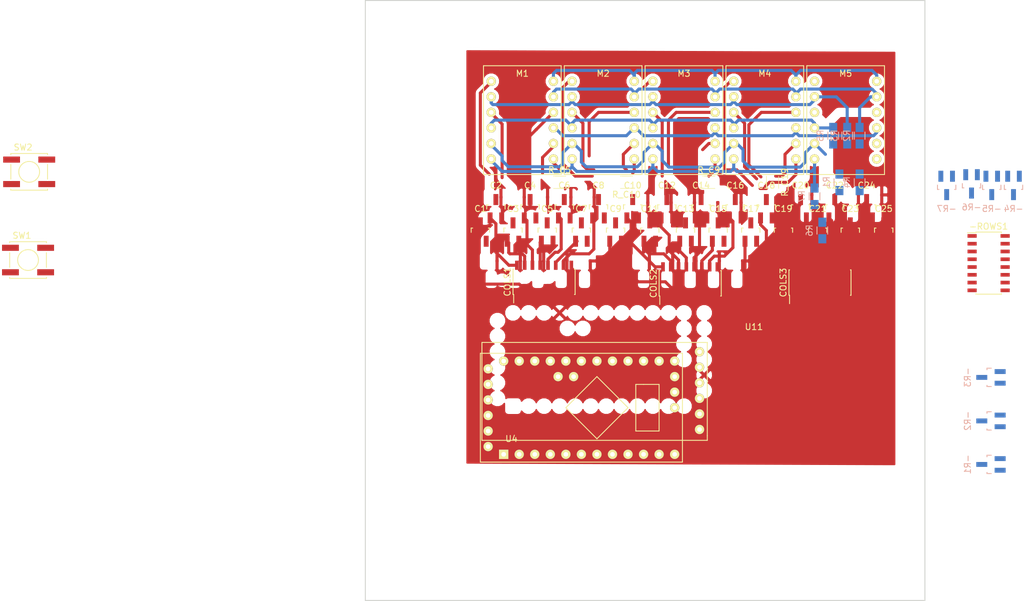
<source format=kicad_pcb>
(kicad_pcb (version 4) (host pcbnew 4.0.2+dfsg1-stable)

  (general
    (links 179)
    (no_connects 112)
    (area 100.508999 44.628999 192.099001 142.823001)
    (thickness 1.6)
    (drawings 4)
    (tracks 342)
    (zones 0)
    (modules 56)
    (nets 92)
  )

  (page A4)
  (layers
    (0 F.Cu signal)
    (31 B.Cu signal)
    (32 B.Adhes user)
    (33 F.Adhes user)
    (34 B.Paste user)
    (35 F.Paste user)
    (36 B.SilkS user)
    (37 F.SilkS user)
    (38 B.Mask user)
    (39 F.Mask user)
    (40 Dwgs.User user)
    (41 Cmts.User user)
    (42 Eco1.User user)
    (43 Eco2.User user)
    (44 Edge.Cuts user)
    (45 Margin user)
    (46 B.CrtYd user)
    (47 F.CrtYd user)
    (48 B.Fab user hide)
    (49 F.Fab user)
  )

  (setup
    (last_trace_width 0.5)
    (trace_clearance 0.2)
    (zone_clearance 0.5)
    (zone_45_only no)
    (trace_min 0.2)
    (segment_width 0.2)
    (edge_width 0.15)
    (via_size 1.2)
    (via_drill 0.6)
    (via_min_size 0.4)
    (via_min_drill 0.3)
    (uvia_size 0.3)
    (uvia_drill 0.1)
    (uvias_allowed no)
    (uvia_min_size 0.2)
    (uvia_min_drill 0.1)
    (pcb_text_width 0.3)
    (pcb_text_size 1.5 1.5)
    (mod_edge_width 0.15)
    (mod_text_size 1 1)
    (mod_text_width 0.15)
    (pad_size 2 1)
    (pad_drill 0)
    (pad_to_mask_clearance 0.2)
    (aux_axis_origin 0 0)
    (visible_elements FFFCDE0D)
    (pcbplotparams
      (layerselection 0x00030_80000001)
      (usegerberextensions false)
      (excludeedgelayer true)
      (linewidth 0.100000)
      (plotframeref false)
      (viasonmask false)
      (mode 1)
      (useauxorigin false)
      (hpglpennumber 1)
      (hpglpenspeed 20)
      (hpglpendiameter 15)
      (hpglpenoverlay 2)
      (psnegative false)
      (psa4output false)
      (plotreference true)
      (plotvalue true)
      (plotinvisibletext false)
      (padsonsilk false)
      (subtractmaskfromsilk false)
      (outputformat 1)
      (mirror false)
      (drillshape 1)
      (scaleselection 1)
      (outputdirectory ""))
  )

  (net 0 "")
  (net 1 5V)
  (net 2 C21)
  (net 3 COL21)
  (net 4 C11)
  (net 5 COL11)
  (net 6 C1)
  (net 7 C16)
  (net 8 COL16)
  (net 9 GND)
  (net 10 ROW1)
  (net 11 C6)
  (net 12 COL6)
  (net 13 C22)
  (net 14 COL22)
  (net 15 C12)
  (net 16 COL12)
  (net 17 ROW2)
  (net 18 C2)
  (net 19 COL2)
  (net 20 C17)
  (net 21 COL17)
  (net 22 C7)
  (net 23 COL7)
  (net 24 C23)
  (net 25 COL23)
  (net 26 C13)
  (net 27 COL13)
  (net 28 C3)
  (net 29 COL3)
  (net 30 C18)
  (net 31 COL18)
  (net 32 ROW3)
  (net 33 C8)
  (net 34 COL8)
  (net 35 C24)
  (net 36 COL24)
  (net 37 C4)
  (net 38 COL4)
  (net 39 C14)
  (net 40 COL14)
  (net 41 ROW4)
  (net 42 C19)
  (net 43 COL19)
  (net 44 C9)
  (net 45 COL9)
  (net 46 ROW5)
  (net 47 C5)
  (net 48 COL5)
  (net 49 C15)
  (net 50 COL15)
  (net 51 C20)
  (net 52 COL20)
  (net 53 C10)
  (net 54 COL10)
  (net 55 ROW6)
  (net 56 ROW7)
  (net 57 R1)
  (net 58 R2)
  (net 59 R3)
  (net 60 R4)
  (net 61 R5)
  (net 62 R6)
  (net 63 R7)
  (net 64 MRST)
  (net 65 BAT)
  (net 66 BTOUT)
  (net 67 BTIN)
  (net 68 OE)
  (net 69 COL1)
  (net 70 RST)
  (net 71 ColIn)
  (net 72 ColClk)
  (net 73 RowLClk)
  (net 74 RowIn)
  (net 75 RowSClk)
  (net 76 BT_CON)
  (net 77 BT_EN)
  (net 78 "Net-(-R1-Pad1)")
  (net 79 "Net-(-R2-Pad1)")
  (net 80 "Net-(-R3-Pad1)")
  (net 81 "Net-(-R4-Pad1)")
  (net 82 "Net-(-R5-Pad1)")
  (net 83 "Net-(-R6-Pad1)")
  (net 84 "Net-(-R7-Pad1)")
  (net 85 "Net-(M1-Pad8)")
  (net 86 "Net-(M2-Pad7)")
  (net 87 "Net-(M3-Pad8)")
  (net 88 "Net-(M4-Pad8)")
  (net 89 COL25)
  (net 90 "Net-(COLS1-Pad8)")
  (net 91 "Net-(COLS2-Pad8)")

  (net_class Default "This is the default net class."
    (clearance 0.2)
    (trace_width 0.5)
    (via_dia 1.2)
    (via_drill 0.6)
    (uvia_dia 0.3)
    (uvia_drill 0.1)
    (add_net 5V)
    (add_net BAT)
    (add_net BTIN)
    (add_net BTOUT)
    (add_net BT_CON)
    (add_net BT_EN)
    (add_net C1)
    (add_net C10)
    (add_net C11)
    (add_net C12)
    (add_net C13)
    (add_net C14)
    (add_net C15)
    (add_net C16)
    (add_net C17)
    (add_net C18)
    (add_net C19)
    (add_net C2)
    (add_net C20)
    (add_net C21)
    (add_net C22)
    (add_net C23)
    (add_net C24)
    (add_net C3)
    (add_net C4)
    (add_net C5)
    (add_net C6)
    (add_net C7)
    (add_net C8)
    (add_net C9)
    (add_net COL1)
    (add_net COL10)
    (add_net COL11)
    (add_net COL12)
    (add_net COL13)
    (add_net COL14)
    (add_net COL15)
    (add_net COL16)
    (add_net COL17)
    (add_net COL18)
    (add_net COL19)
    (add_net COL2)
    (add_net COL20)
    (add_net COL21)
    (add_net COL22)
    (add_net COL23)
    (add_net COL24)
    (add_net COL25)
    (add_net COL3)
    (add_net COL4)
    (add_net COL5)
    (add_net COL6)
    (add_net COL7)
    (add_net COL8)
    (add_net COL9)
    (add_net ColClk)
    (add_net ColIn)
    (add_net GND)
    (add_net MRST)
    (add_net "Net-(-R1-Pad1)")
    (add_net "Net-(-R2-Pad1)")
    (add_net "Net-(-R3-Pad1)")
    (add_net "Net-(-R4-Pad1)")
    (add_net "Net-(-R5-Pad1)")
    (add_net "Net-(-R6-Pad1)")
    (add_net "Net-(-R7-Pad1)")
    (add_net "Net-(COLS1-Pad8)")
    (add_net "Net-(COLS2-Pad8)")
    (add_net "Net-(M1-Pad8)")
    (add_net "Net-(M2-Pad7)")
    (add_net "Net-(M3-Pad8)")
    (add_net "Net-(M4-Pad8)")
    (add_net OE)
    (add_net R1)
    (add_net R2)
    (add_net R3)
    (add_net R4)
    (add_net R5)
    (add_net R6)
    (add_net R7)
    (add_net ROW1)
    (add_net ROW2)
    (add_net ROW3)
    (add_net ROW4)
    (add_net ROW5)
    (add_net ROW6)
    (add_net ROW7)
    (add_net RST)
    (add_net RowIn)
    (add_net RowLClk)
    (add_net RowSClk)
  )

  (net_class small ""
    (clearance 0.2)
    (trace_width 0.4)
    (via_dia 1.2)
    (via_drill 0.6)
    (uvia_dia 0.3)
    (uvia_drill 0.1)
  )

  (module TO_SOT_Packages_SMD:SOT-23_Handsoldering (layer F.Cu) (tedit 54E9291B) (tstamp 5B21376D)
    (at 133.096 78.74)
    (descr "SOT-23, Handsoldering")
    (tags SOT-23)
    (path /5B2A6C93)
    (attr smd)
    (fp_text reference C6 (at 0 -3.81) (layer F.SilkS)
      (effects (font (size 1 1) (thickness 0.15)))
    )
    (fp_text value Q_PMOS_GDS (at 0 3.81) (layer F.Fab)
      (effects (font (size 1 1) (thickness 0.15)))
    )
    (fp_line (start -1.49982 0.0508) (end -1.49982 -0.65024) (layer F.SilkS) (width 0.15))
    (fp_line (start -1.49982 -0.65024) (end -1.2509 -0.65024) (layer F.SilkS) (width 0.15))
    (fp_line (start 1.29916 -0.65024) (end 1.49982 -0.65024) (layer F.SilkS) (width 0.15))
    (fp_line (start 1.49982 -0.65024) (end 1.49982 0.0508) (layer F.SilkS) (width 0.15))
    (pad 1 smd rect (at -0.95 1.50114) (size 0.8001 1.80086) (layers F.Cu F.Paste F.Mask)
      (net 12 COL6))
    (pad 2 smd rect (at 0.95 1.50114) (size 0.8001 1.80086) (layers F.Cu F.Paste F.Mask)
      (net 1 5V))
    (pad 3 smd rect (at 0 -1.50114) (size 0.8001 1.80086) (layers F.Cu F.Paste F.Mask)
      (net 11 C6))
    (model TO_SOT_Packages_SMD.3dshapes/SOT-23_Handsoldering.wrl
      (at (xyz 0 0 0))
      (scale (xyz 1 1 1))
      (rotate (xyz 0 0 0))
    )
  )

  (module 757-5x7Matrix:757-5x7Matrix (layer F.Cu) (tedit 5B183C80) (tstamp 5B213BDF)
    (at 172.72 55.372)
    (path /5B19614F)
    (fp_text reference M5 (at 6.35 1.27) (layer F.SilkS)
      (effects (font (size 1 1) (thickness 0.15)))
    )
    (fp_text value 757AS_5x7Matrix (at 6.35 8.89 270) (layer F.Fab)
      (effects (font (size 1 1) (thickness 0.15)))
    )
    (fp_line (start 0 0) (end 12.7 0) (layer F.SilkS) (width 0.15))
    (fp_line (start 12.7 0) (end 12.7 17.78) (layer F.SilkS) (width 0.15))
    (fp_line (start 12.7 17.78) (end 0 17.78) (layer F.SilkS) (width 0.15))
    (fp_line (start 0 17.78) (end 0 0) (layer F.SilkS) (width 0.15))
    (pad 1 thru_hole circle (at 1.27 2.54) (size 1.524 1.524) (drill 0.762) (layers *.Cu *.Mask F.SilkS)
      (net 2 C21))
    (pad 2 thru_hole circle (at 1.27 5.08) (size 1.524 1.524) (drill 0.762) (layers *.Cu *.Mask F.SilkS)
      (net 59 R3))
    (pad 3 thru_hole circle (at 1.27 7.62) (size 1.524 1.524) (drill 0.762) (layers *.Cu *.Mask F.SilkS)
      (net 13 C22))
    (pad 4 thru_hole circle (at 1.27 10.16) (size 1.524 1.524) (drill 0.762) (layers *.Cu *.Mask F.SilkS)
      (net 61 R5))
    (pad 5 thru_hole circle (at 1.27 12.7) (size 1.524 1.524) (drill 0.762) (layers *.Cu *.Mask F.SilkS)
      (net 62 R6))
    (pad 6 thru_hole circle (at 1.27 15.24) (size 1.524 1.524) (drill 0.762) (layers *.Cu *.Mask F.SilkS)
      (net 63 R7))
    (pad 7 thru_hole circle (at 11.43 15.24) (size 1.524 1.524) (drill 0.762) (layers *.Cu *.Mask F.SilkS)
      (net 35 C24))
    (pad 8 thru_hole circle (at 11.43 12.7) (size 1.524 1.524) (drill 0.762) (layers *.Cu *.Mask F.SilkS))
    (pad 9 thru_hole circle (at 11.43 10.16) (size 1.524 1.524) (drill 0.762) (layers *.Cu *.Mask F.SilkS)
      (net 60 R4))
    (pad 10 thru_hole circle (at 11.43 7.62) (size 1.524 1.524) (drill 0.762) (layers *.Cu *.Mask F.SilkS)
      (net 24 C23))
    (pad 11 thru_hole circle (at 11.43 5.08) (size 1.524 1.524) (drill 0.762) (layers *.Cu *.Mask F.SilkS)
      (net 58 R2))
    (pad 12 thru_hole circle (at 11.43 2.54) (size 1.524 1.524) (drill 0.762) (layers *.Cu *.Mask F.SilkS)
      (net 57 R1))
  )

  (module Resistors_SMD:R_1206 (layer F.Cu) (tedit 5415CFA7) (tstamp 5B25650A)
    (at 143.256 74.422 180)
    (descr "Resistor SMD 1206, reflow soldering, Vishay (see dcrcw.pdf)")
    (tags "resistor 1206")
    (path /5B256739)
    (attr smd)
    (fp_text reference R_C10 (at 0 -2 180) (layer F.SilkS)
      (effects (font (size 1 1) (thickness 0.15)))
    )
    (fp_text value 0 (at 0 2 180) (layer F.Fab)
      (effects (font (size 1 1) (thickness 0.15)))
    )
    (fp_line (start -2 -1) (end 2 -1) (layer F.CrtYd) (width 0))
    (fp_line (start -2 1) (end 2 1) (layer F.CrtYd) (width 0))
    (fp_line (start -2 -1) (end -2 1) (layer F.CrtYd) (width 0))
    (fp_line (start 2 -1) (end 2 1) (layer F.CrtYd) (width 0))
    (fp_line (start 1 1) (end -1 1) (layer F.SilkS) (width 0))
    (fp_line (start -1 -1) (end 1 -1) (layer F.SilkS) (width 0))
    (pad 1 smd rect (at -1 0 180) (size 0 1) (layers F.Cu F.Paste F.Mask)
      (net 86 "Net-(M2-Pad7)"))
    (pad 2 smd rect (at 1 0 180) (size 0 1) (layers F.Cu F.Paste F.Mask)
      (net 44 C9))
    (model Resistors_SMD.3dshapes/R_1206.wrl
      (at (xyz 0 0 0))
      (scale (xyz 1 1 1))
      (rotate (xyz 0 0 0))
    )
  )

  (module Resistors_SMD:R_0805_HandSoldering (layer B.Cu) (tedit 54189DEE) (tstamp 5B19674E)
    (at 178.054 74.422 270)
    (descr "Resistor SMD 0805, hand soldering")
    (tags "resistor 0805")
    (path /5B199CAF)
    (attr smd)
    (fp_text reference R1 (at 0 2.1 270) (layer B.SilkS)
      (effects (font (size 1 1) (thickness 0.15)) (justify mirror))
    )
    (fp_text value 220 (at 0 -2.1 270) (layer B.Fab)
      (effects (font (size 1 1) (thickness 0.15)) (justify mirror))
    )
    (fp_line (start -2.4 1) (end 2.4 1) (layer B.CrtYd) (width 0.05))
    (fp_line (start -2.4 -1) (end 2.4 -1) (layer B.CrtYd) (width 0.05))
    (fp_line (start -2.4 1) (end -2.4 -1) (layer B.CrtYd) (width 0.05))
    (fp_line (start 2.4 1) (end 2.4 -1) (layer B.CrtYd) (width 0.05))
    (fp_line (start 0.6 -0.875) (end -0.6 -0.875) (layer B.SilkS) (width 0.15))
    (fp_line (start -0.6 0.875) (end 0.6 0.875) (layer B.SilkS) (width 0.15))
    (pad 1 smd rect (at -1.35 0 270) (size 1.5 1.3) (layers B.Cu B.Paste B.Mask)
      (net 57 R1))
    (pad 2 smd rect (at 1.35 0 270) (size 1.5 1.3) (layers B.Cu B.Paste B.Mask)
      (net 78 "Net-(-R1-Pad1)"))
    (model Resistors_SMD.3dshapes/R_0805_HandSoldering.wrl
      (at (xyz 0 0 0))
      (scale (xyz 1 1 1))
      (rotate (xyz 0 0 0))
    )
  )

  (module Resistors_SMD:R_0805_HandSoldering (layer B.Cu) (tedit 54189DEE) (tstamp 5B196754)
    (at 181.356 66.802 270)
    (descr "Resistor SMD 0805, hand soldering")
    (tags "resistor 0805")
    (path /5B199E46)
    (attr smd)
    (fp_text reference R2 (at 0 2.1 270) (layer B.SilkS)
      (effects (font (size 1 1) (thickness 0.15)) (justify mirror))
    )
    (fp_text value 220 (at 0 -2.1 270) (layer B.Fab)
      (effects (font (size 1 1) (thickness 0.15)) (justify mirror))
    )
    (fp_line (start -2.4 1) (end 2.4 1) (layer B.CrtYd) (width 0.05))
    (fp_line (start -2.4 -1) (end 2.4 -1) (layer B.CrtYd) (width 0.05))
    (fp_line (start -2.4 1) (end -2.4 -1) (layer B.CrtYd) (width 0.05))
    (fp_line (start 2.4 1) (end 2.4 -1) (layer B.CrtYd) (width 0.05))
    (fp_line (start 0.6 -0.875) (end -0.6 -0.875) (layer B.SilkS) (width 0.15))
    (fp_line (start -0.6 0.875) (end 0.6 0.875) (layer B.SilkS) (width 0.15))
    (pad 1 smd rect (at -1.35 0 270) (size 1.5 1.3) (layers B.Cu B.Paste B.Mask)
      (net 58 R2))
    (pad 2 smd rect (at 1.35 0 270) (size 1.5 1.3) (layers B.Cu B.Paste B.Mask)
      (net 79 "Net-(-R2-Pad1)"))
    (model Resistors_SMD.3dshapes/R_0805_HandSoldering.wrl
      (at (xyz 0 0 0))
      (scale (xyz 1 1 1))
      (rotate (xyz 0 0 0))
    )
  )

  (module Resistors_SMD:R_0805_HandSoldering (layer B.Cu) (tedit 54189DEE) (tstamp 5B19675A)
    (at 179.324 66.802 270)
    (descr "Resistor SMD 0805, hand soldering")
    (tags "resistor 0805")
    (path /5B199EEF)
    (attr smd)
    (fp_text reference R3 (at 0 2.1 270) (layer B.SilkS)
      (effects (font (size 1 1) (thickness 0.15)) (justify mirror))
    )
    (fp_text value 220 (at 0 -2.1 270) (layer B.Fab)
      (effects (font (size 1 1) (thickness 0.15)) (justify mirror))
    )
    (fp_line (start -2.4 1) (end 2.4 1) (layer B.CrtYd) (width 0.05))
    (fp_line (start -2.4 -1) (end 2.4 -1) (layer B.CrtYd) (width 0.05))
    (fp_line (start -2.4 1) (end -2.4 -1) (layer B.CrtYd) (width 0.05))
    (fp_line (start 2.4 1) (end 2.4 -1) (layer B.CrtYd) (width 0.05))
    (fp_line (start 0.6 -0.875) (end -0.6 -0.875) (layer B.SilkS) (width 0.15))
    (fp_line (start -0.6 0.875) (end 0.6 0.875) (layer B.SilkS) (width 0.15))
    (pad 1 smd rect (at -1.35 0 270) (size 1.5 1.3) (layers B.Cu B.Paste B.Mask)
      (net 59 R3))
    (pad 2 smd rect (at 1.35 0 270) (size 1.5 1.3) (layers B.Cu B.Paste B.Mask)
      (net 80 "Net-(-R3-Pad1)"))
    (model Resistors_SMD.3dshapes/R_0805_HandSoldering.wrl
      (at (xyz 0 0 0))
      (scale (xyz 1 1 1))
      (rotate (xyz 0 0 0))
    )
  )

  (module Resistors_SMD:R_0805_HandSoldering (layer B.Cu) (tedit 54189DEE) (tstamp 5B196760)
    (at 181.356 74.422 270)
    (descr "Resistor SMD 0805, hand soldering")
    (tags "resistor 0805")
    (path /5B199FA3)
    (attr smd)
    (fp_text reference R4 (at 0 2.1 270) (layer B.SilkS)
      (effects (font (size 1 1) (thickness 0.15)) (justify mirror))
    )
    (fp_text value 220 (at 0 -2.1 270) (layer B.Fab)
      (effects (font (size 1 1) (thickness 0.15)) (justify mirror))
    )
    (fp_line (start -2.4 1) (end 2.4 1) (layer B.CrtYd) (width 0.05))
    (fp_line (start -2.4 -1) (end 2.4 -1) (layer B.CrtYd) (width 0.05))
    (fp_line (start -2.4 1) (end -2.4 -1) (layer B.CrtYd) (width 0.05))
    (fp_line (start 2.4 1) (end 2.4 -1) (layer B.CrtYd) (width 0.05))
    (fp_line (start 0.6 -0.875) (end -0.6 -0.875) (layer B.SilkS) (width 0.15))
    (fp_line (start -0.6 0.875) (end 0.6 0.875) (layer B.SilkS) (width 0.15))
    (pad 1 smd rect (at -1.35 0 270) (size 1.5 1.3) (layers B.Cu B.Paste B.Mask)
      (net 60 R4))
    (pad 2 smd rect (at 1.35 0 270) (size 1.5 1.3) (layers B.Cu B.Paste B.Mask)
      (net 81 "Net-(-R4-Pad1)"))
    (model Resistors_SMD.3dshapes/R_0805_HandSoldering.wrl
      (at (xyz 0 0 0))
      (scale (xyz 1 1 1))
      (rotate (xyz 0 0 0))
    )
  )

  (module Resistors_SMD:R_0805_HandSoldering (layer B.Cu) (tedit 54189DEE) (tstamp 5B196766)
    (at 177.038 66.802 270)
    (descr "Resistor SMD 0805, hand soldering")
    (tags "resistor 0805")
    (path /5B19A058)
    (attr smd)
    (fp_text reference R5 (at 0 2.1 270) (layer B.SilkS)
      (effects (font (size 1 1) (thickness 0.15)) (justify mirror))
    )
    (fp_text value 220 (at 0 -2.1 270) (layer B.Fab)
      (effects (font (size 1 1) (thickness 0.15)) (justify mirror))
    )
    (fp_line (start -2.4 1) (end 2.4 1) (layer B.CrtYd) (width 0.05))
    (fp_line (start -2.4 -1) (end 2.4 -1) (layer B.CrtYd) (width 0.05))
    (fp_line (start -2.4 1) (end -2.4 -1) (layer B.CrtYd) (width 0.05))
    (fp_line (start 2.4 1) (end 2.4 -1) (layer B.CrtYd) (width 0.05))
    (fp_line (start 0.6 -0.875) (end -0.6 -0.875) (layer B.SilkS) (width 0.15))
    (fp_line (start -0.6 0.875) (end 0.6 0.875) (layer B.SilkS) (width 0.15))
    (pad 1 smd rect (at -1.35 0 270) (size 1.5 1.3) (layers B.Cu B.Paste B.Mask)
      (net 61 R5))
    (pad 2 smd rect (at 1.35 0 270) (size 1.5 1.3) (layers B.Cu B.Paste B.Mask)
      (net 82 "Net-(-R5-Pad1)"))
    (model Resistors_SMD.3dshapes/R_0805_HandSoldering.wrl
      (at (xyz 0 0 0))
      (scale (xyz 1 1 1))
      (rotate (xyz 0 0 0))
    )
  )

  (module Resistors_SMD:R_0805_HandSoldering (layer B.Cu) (tedit 54189DEE) (tstamp 5B19676C)
    (at 175.26 82.296 270)
    (descr "Resistor SMD 0805, hand soldering")
    (tags "resistor 0805")
    (path /5B19A16A)
    (attr smd)
    (fp_text reference R6 (at 0 2.1 270) (layer B.SilkS)
      (effects (font (size 1 1) (thickness 0.15)) (justify mirror))
    )
    (fp_text value 220 (at 0 -2.1 270) (layer B.Fab)
      (effects (font (size 1 1) (thickness 0.15)) (justify mirror))
    )
    (fp_line (start -2.4 1) (end 2.4 1) (layer B.CrtYd) (width 0.05))
    (fp_line (start -2.4 -1) (end 2.4 -1) (layer B.CrtYd) (width 0.05))
    (fp_line (start -2.4 1) (end -2.4 -1) (layer B.CrtYd) (width 0.05))
    (fp_line (start 2.4 1) (end 2.4 -1) (layer B.CrtYd) (width 0.05))
    (fp_line (start 0.6 -0.875) (end -0.6 -0.875) (layer B.SilkS) (width 0.15))
    (fp_line (start -0.6 0.875) (end 0.6 0.875) (layer B.SilkS) (width 0.15))
    (pad 1 smd rect (at -1.35 0 270) (size 1.5 1.3) (layers B.Cu B.Paste B.Mask)
      (net 62 R6))
    (pad 2 smd rect (at 1.35 0 270) (size 1.5 1.3) (layers B.Cu B.Paste B.Mask)
      (net 83 "Net-(-R6-Pad1)"))
    (model Resistors_SMD.3dshapes/R_0805_HandSoldering.wrl
      (at (xyz 0 0 0))
      (scale (xyz 1 1 1))
      (rotate (xyz 0 0 0))
    )
  )

  (module Resistors_SMD:R_0805_HandSoldering (layer B.Cu) (tedit 54189DEE) (tstamp 5B196772)
    (at 173.99 76.708 270)
    (descr "Resistor SMD 0805, hand soldering")
    (tags "resistor 0805")
    (path /5B19A287)
    (attr smd)
    (fp_text reference R7 (at 0 2.1 270) (layer B.SilkS)
      (effects (font (size 1 1) (thickness 0.15)) (justify mirror))
    )
    (fp_text value 220 (at 0 -2.1 270) (layer B.Fab)
      (effects (font (size 1 1) (thickness 0.15)) (justify mirror))
    )
    (fp_line (start -2.4 1) (end 2.4 1) (layer B.CrtYd) (width 0.05))
    (fp_line (start -2.4 -1) (end 2.4 -1) (layer B.CrtYd) (width 0.05))
    (fp_line (start -2.4 1) (end -2.4 -1) (layer B.CrtYd) (width 0.05))
    (fp_line (start 2.4 1) (end 2.4 -1) (layer B.CrtYd) (width 0.05))
    (fp_line (start 0.6 -0.875) (end -0.6 -0.875) (layer B.SilkS) (width 0.15))
    (fp_line (start -0.6 0.875) (end 0.6 0.875) (layer B.SilkS) (width 0.15))
    (pad 1 smd rect (at -1.35 0 270) (size 1.5 1.3) (layers B.Cu B.Paste B.Mask)
      (net 63 R7))
    (pad 2 smd rect (at 1.35 0 270) (size 1.5 1.3) (layers B.Cu B.Paste B.Mask)
      (net 84 "Net-(-R7-Pad1)"))
    (model Resistors_SMD.3dshapes/R_0805_HandSoldering.wrl
      (at (xyz 0 0 0))
      (scale (xyz 1 1 1))
      (rotate (xyz 0 0 0))
    )
  )

  (module Buttons_Switches_SMD:SW_SPST_EVPBF locked (layer F.Cu) (tedit 55DAF9A7) (tstamp 5B19677A)
    (at 45.466 87.122)
    (descr "Light Touch Switch")
    (path /5B19CFDA)
    (attr smd)
    (fp_text reference SW1 (at -1 -4) (layer F.SilkS)
      (effects (font (size 1 1) (thickness 0.15)))
    )
    (fp_text value SW_PUSH (at 0 0) (layer F.Fab)
      (effects (font (size 1 1) (thickness 0.15)))
    )
    (fp_line (start -4.5 -3.25) (end 4.5 -3.25) (layer F.CrtYd) (width 0.05))
    (fp_line (start 4.5 -3.25) (end 4.5 3.25) (layer F.CrtYd) (width 0.05))
    (fp_line (start 4.5 3.25) (end -4.5 3.25) (layer F.CrtYd) (width 0.05))
    (fp_line (start -4.5 3.25) (end -4.5 -3.25) (layer F.CrtYd) (width 0.05))
    (fp_line (start 3 -3) (end 3 -2.8) (layer F.SilkS) (width 0.15))
    (fp_line (start 3 3) (end 3 2.8) (layer F.SilkS) (width 0.15))
    (fp_line (start -3 3) (end -3 2.8) (layer F.SilkS) (width 0.15))
    (fp_line (start -3 -3) (end -3 -2.8) (layer F.SilkS) (width 0.15))
    (fp_line (start -3 -1.2) (end -3 1.2) (layer F.SilkS) (width 0.15))
    (fp_line (start 3 -1.2) (end 3 1.2) (layer F.SilkS) (width 0.15))
    (fp_line (start 3 -3) (end -3 -3) (layer F.SilkS) (width 0.15))
    (fp_line (start -3 3) (end 3 3) (layer F.SilkS) (width 0.15))
    (fp_circle (center 0 0) (end 1.7 0) (layer F.SilkS) (width 0.15))
    (pad 1 smd rect (at 2.875 -2) (size 2.75 1) (layers F.Cu F.Paste F.Mask)
      (net 9 GND))
    (pad 1 smd rect (at -2.875 -2) (size 2.75 1) (layers F.Cu F.Paste F.Mask)
      (net 9 GND))
    (pad 2 smd rect (at -2.875 2) (size 2.75 1) (layers F.Cu F.Paste F.Mask)
      (net 64 MRST))
    (pad 2 smd rect (at 2.875 2) (size 2.75 1) (layers F.Cu F.Paste F.Mask)
      (net 64 MRST))
  )

  (module Buttons_Switches_SMD:SW_SPST_EVPBF (layer F.Cu) (tedit 55DAF9A7) (tstamp 5B196782)
    (at 45.650857 72.709)
    (descr "Light Touch Switch")
    (path /5B19D0C3)
    (attr smd)
    (fp_text reference SW2 (at -1 -4) (layer F.SilkS)
      (effects (font (size 1 1) (thickness 0.15)))
    )
    (fp_text value Switch_DPST (at 0 0) (layer F.Fab)
      (effects (font (size 1 1) (thickness 0.15)))
    )
    (fp_line (start -4.5 -3.25) (end 4.5 -3.25) (layer F.CrtYd) (width 0.05))
    (fp_line (start 4.5 -3.25) (end 4.5 3.25) (layer F.CrtYd) (width 0.05))
    (fp_line (start 4.5 3.25) (end -4.5 3.25) (layer F.CrtYd) (width 0.05))
    (fp_line (start -4.5 3.25) (end -4.5 -3.25) (layer F.CrtYd) (width 0.05))
    (fp_line (start 3 -3) (end 3 -2.8) (layer F.SilkS) (width 0.15))
    (fp_line (start 3 3) (end 3 2.8) (layer F.SilkS) (width 0.15))
    (fp_line (start -3 3) (end -3 2.8) (layer F.SilkS) (width 0.15))
    (fp_line (start -3 -3) (end -3 -2.8) (layer F.SilkS) (width 0.15))
    (fp_line (start -3 -1.2) (end -3 1.2) (layer F.SilkS) (width 0.15))
    (fp_line (start 3 -1.2) (end 3 1.2) (layer F.SilkS) (width 0.15))
    (fp_line (start 3 -3) (end -3 -3) (layer F.SilkS) (width 0.15))
    (fp_line (start -3 3) (end 3 3) (layer F.SilkS) (width 0.15))
    (fp_circle (center 0 0) (end 1.7 0) (layer F.SilkS) (width 0.15))
    (pad 1 smd rect (at 2.875 -2) (size 2.75 1) (layers F.Cu F.Paste F.Mask)
      (net 65 BAT))
    (pad 1 smd rect (at -2.875 -2) (size 2.75 1) (layers F.Cu F.Paste F.Mask)
      (net 65 BAT))
    (pad 2 smd rect (at -2.875 2) (size 2.75 1) (layers F.Cu F.Paste F.Mask)
      (net 1 5V))
    (pad 2 smd rect (at 2.875 2) (size 2.75 1) (layers F.Cu F.Paste F.Mask)
      (net 1 5V))
  )

  (module BtModule:BtModule (layer F.Cu) (tedit 5B212D68) (tstamp 5B2132F6)
    (at 156.464 100.584 180)
    (path /5B212D83)
    (fp_text reference U11 (at -7.62 2.54 180) (layer F.SilkS)
      (effects (font (size 1 1) (thickness 0.15)))
    )
    (fp_text value BTModule (at -1.27 2.54 180) (layer F.Fab)
      (effects (font (size 1 1) (thickness 0.15)))
    )
    (fp_line (start 36.83 0) (end 36.83 -16.002) (layer F.SilkS) (width 0.15))
    (fp_line (start 0 -15.24) (end 0 -16.002) (layer F.SilkS) (width 0.15))
    (fp_line (start 0 -16.002) (end 36.83 -16.002) (layer F.SilkS) (width 0.15))
    (fp_line (start 36.83 0) (end 0 0) (layer F.SilkS) (width 0.15))
    (fp_line (start 0 0) (end 0 -15.24) (layer F.SilkS) (width 0.15))
    (pad 1 thru_hole circle (at 1.27 -1.524 180) (size 1.524 1.524) (drill 0.762) (layers *.Cu *.Mask F.SilkS)
      (net 76 BT_CON))
    (pad 2 thru_hole circle (at 1.27 -4.064 180) (size 1.524 1.524) (drill 0.762) (layers *.Cu *.Mask F.SilkS)
      (net 67 BTIN))
    (pad 3 thru_hole circle (at 1.27 -6.604 180) (size 1.524 1.524) (drill 0.762) (layers *.Cu *.Mask F.SilkS)
      (net 66 BTOUT))
    (pad 4 thru_hole circle (at 1.27 -9.144 180) (size 1.524 1.524) (drill 0.762) (layers *.Cu *.Mask F.SilkS)
      (net 9 GND))
    (pad 5 thru_hole circle (at 1.27 -11.684 180) (size 1.524 1.524) (drill 0.762) (layers *.Cu *.Mask F.SilkS)
      (net 1 5V))
    (pad 6 thru_hole circle (at 1.27 -14.224 180) (size 1.524 1.524) (drill 0.762) (layers *.Cu *.Mask F.SilkS)
      (net 77 BT_EN))
  )

  (module TO_SOT_Packages_SMD:SOT-23_Handsoldering (layer B.Cu) (tedit 54E9291B) (tstamp 5B213720)
    (at 202.819 120.523 270)
    (descr "SOT-23, Handsoldering")
    (tags SOT-23)
    (path /5B19879D)
    (attr smd)
    (fp_text reference -R1 (at 0 3.81 270) (layer B.SilkS)
      (effects (font (size 1 1) (thickness 0.15)) (justify mirror))
    )
    (fp_text value Q_NMOS_DSG (at 0 -3.81 270) (layer B.Fab)
      (effects (font (size 1 1) (thickness 0.15)) (justify mirror))
    )
    (fp_line (start -1.49982 -0.0508) (end -1.49982 0.65024) (layer B.SilkS) (width 0.15))
    (fp_line (start -1.49982 0.65024) (end -1.2509 0.65024) (layer B.SilkS) (width 0.15))
    (fp_line (start 1.29916 0.65024) (end 1.49982 0.65024) (layer B.SilkS) (width 0.15))
    (fp_line (start 1.49982 0.65024) (end 1.49982 -0.0508) (layer B.SilkS) (width 0.15))
    (pad 1 smd rect (at -0.95 -1.50114 270) (size 0.8001 1.80086) (layers B.Cu B.Paste B.Mask)
      (net 78 "Net-(-R1-Pad1)"))
    (pad 2 smd rect (at 0.95 -1.50114 270) (size 0.8001 1.80086) (layers B.Cu B.Paste B.Mask)
      (net 9 GND))
    (pad 3 smd rect (at 0 1.50114 270) (size 0.8001 1.80086) (layers B.Cu B.Paste B.Mask)
      (net 10 ROW1))
    (model TO_SOT_Packages_SMD.3dshapes/SOT-23_Handsoldering.wrl
      (at (xyz 0 0 0))
      (scale (xyz 1 1 1))
      (rotate (xyz 0 0 0))
    )
  )

  (module TO_SOT_Packages_SMD:SOT-23_Handsoldering (layer B.Cu) (tedit 54E9291B) (tstamp 5B213727)
    (at 202.819 113.411 270)
    (descr "SOT-23, Handsoldering")
    (tags SOT-23)
    (path /5B19890B)
    (attr smd)
    (fp_text reference -R2 (at 0 3.81 270) (layer B.SilkS)
      (effects (font (size 1 1) (thickness 0.15)) (justify mirror))
    )
    (fp_text value Q_NMOS_DSG (at 0 -3.81 270) (layer B.Fab)
      (effects (font (size 1 1) (thickness 0.15)) (justify mirror))
    )
    (fp_line (start -1.49982 -0.0508) (end -1.49982 0.65024) (layer B.SilkS) (width 0.15))
    (fp_line (start -1.49982 0.65024) (end -1.2509 0.65024) (layer B.SilkS) (width 0.15))
    (fp_line (start 1.29916 0.65024) (end 1.49982 0.65024) (layer B.SilkS) (width 0.15))
    (fp_line (start 1.49982 0.65024) (end 1.49982 -0.0508) (layer B.SilkS) (width 0.15))
    (pad 1 smd rect (at -0.95 -1.50114 270) (size 0.8001 1.80086) (layers B.Cu B.Paste B.Mask)
      (net 79 "Net-(-R2-Pad1)"))
    (pad 2 smd rect (at 0.95 -1.50114 270) (size 0.8001 1.80086) (layers B.Cu B.Paste B.Mask)
      (net 9 GND))
    (pad 3 smd rect (at 0 1.50114 270) (size 0.8001 1.80086) (layers B.Cu B.Paste B.Mask)
      (net 17 ROW2))
    (model TO_SOT_Packages_SMD.3dshapes/SOT-23_Handsoldering.wrl
      (at (xyz 0 0 0))
      (scale (xyz 1 1 1))
      (rotate (xyz 0 0 0))
    )
  )

  (module TO_SOT_Packages_SMD:SOT-23_Handsoldering (layer B.Cu) (tedit 54E9291B) (tstamp 5B21372E)
    (at 202.819 106.299 270)
    (descr "SOT-23, Handsoldering")
    (tags SOT-23)
    (path /5B1989B3)
    (attr smd)
    (fp_text reference -R3 (at 0 3.81 270) (layer B.SilkS)
      (effects (font (size 1 1) (thickness 0.15)) (justify mirror))
    )
    (fp_text value Q_NMOS_DSG (at 0 -3.81 270) (layer B.Fab)
      (effects (font (size 1 1) (thickness 0.15)) (justify mirror))
    )
    (fp_line (start -1.49982 -0.0508) (end -1.49982 0.65024) (layer B.SilkS) (width 0.15))
    (fp_line (start -1.49982 0.65024) (end -1.2509 0.65024) (layer B.SilkS) (width 0.15))
    (fp_line (start 1.29916 0.65024) (end 1.49982 0.65024) (layer B.SilkS) (width 0.15))
    (fp_line (start 1.49982 0.65024) (end 1.49982 -0.0508) (layer B.SilkS) (width 0.15))
    (pad 1 smd rect (at -0.95 -1.50114 270) (size 0.8001 1.80086) (layers B.Cu B.Paste B.Mask)
      (net 80 "Net-(-R3-Pad1)"))
    (pad 2 smd rect (at 0.95 -1.50114 270) (size 0.8001 1.80086) (layers B.Cu B.Paste B.Mask)
      (net 9 GND))
    (pad 3 smd rect (at 0 1.50114 270) (size 0.8001 1.80086) (layers B.Cu B.Paste B.Mask)
      (net 32 ROW3))
    (model TO_SOT_Packages_SMD.3dshapes/SOT-23_Handsoldering.wrl
      (at (xyz 0 0 0))
      (scale (xyz 1 1 1))
      (rotate (xyz 0 0 0))
    )
  )

  (module TO_SOT_Packages_SMD:SOT-23_Handsoldering (layer B.Cu) (tedit 54E9291B) (tstamp 5B213735)
    (at 206.502 74.93)
    (descr "SOT-23, Handsoldering")
    (tags SOT-23)
    (path /5B198A58)
    (attr smd)
    (fp_text reference -R4 (at 0 3.81) (layer B.SilkS)
      (effects (font (size 1 1) (thickness 0.15)) (justify mirror))
    )
    (fp_text value Q_NMOS_DSG (at 0 -3.81) (layer B.Fab)
      (effects (font (size 1 1) (thickness 0.15)) (justify mirror))
    )
    (fp_line (start -1.49982 -0.0508) (end -1.49982 0.65024) (layer B.SilkS) (width 0.15))
    (fp_line (start -1.49982 0.65024) (end -1.2509 0.65024) (layer B.SilkS) (width 0.15))
    (fp_line (start 1.29916 0.65024) (end 1.49982 0.65024) (layer B.SilkS) (width 0.15))
    (fp_line (start 1.49982 0.65024) (end 1.49982 -0.0508) (layer B.SilkS) (width 0.15))
    (pad 1 smd rect (at -0.95 -1.50114) (size 0.8001 1.80086) (layers B.Cu B.Paste B.Mask)
      (net 81 "Net-(-R4-Pad1)"))
    (pad 2 smd rect (at 0.95 -1.50114) (size 0.8001 1.80086) (layers B.Cu B.Paste B.Mask)
      (net 9 GND))
    (pad 3 smd rect (at 0 1.50114) (size 0.8001 1.80086) (layers B.Cu B.Paste B.Mask)
      (net 41 ROW4))
    (model TO_SOT_Packages_SMD.3dshapes/SOT-23_Handsoldering.wrl
      (at (xyz 0 0 0))
      (scale (xyz 1 1 1))
      (rotate (xyz 0 0 0))
    )
  )

  (module TO_SOT_Packages_SMD:SOT-23_Handsoldering (layer B.Cu) (tedit 54E9291B) (tstamp 5B21373C)
    (at 202.946 74.93)
    (descr "SOT-23, Handsoldering")
    (tags SOT-23)
    (path /5B198AF8)
    (attr smd)
    (fp_text reference -R5 (at 0 3.81) (layer B.SilkS)
      (effects (font (size 1 1) (thickness 0.15)) (justify mirror))
    )
    (fp_text value Q_NMOS_DSG (at 0 -3.81) (layer B.Fab)
      (effects (font (size 1 1) (thickness 0.15)) (justify mirror))
    )
    (fp_line (start -1.49982 -0.0508) (end -1.49982 0.65024) (layer B.SilkS) (width 0.15))
    (fp_line (start -1.49982 0.65024) (end -1.2509 0.65024) (layer B.SilkS) (width 0.15))
    (fp_line (start 1.29916 0.65024) (end 1.49982 0.65024) (layer B.SilkS) (width 0.15))
    (fp_line (start 1.49982 0.65024) (end 1.49982 -0.0508) (layer B.SilkS) (width 0.15))
    (pad 1 smd rect (at -0.95 -1.50114) (size 0.8001 1.80086) (layers B.Cu B.Paste B.Mask)
      (net 82 "Net-(-R5-Pad1)"))
    (pad 2 smd rect (at 0.95 -1.50114) (size 0.8001 1.80086) (layers B.Cu B.Paste B.Mask)
      (net 9 GND))
    (pad 3 smd rect (at 0 1.50114) (size 0.8001 1.80086) (layers B.Cu B.Paste B.Mask)
      (net 46 ROW5))
    (model TO_SOT_Packages_SMD.3dshapes/SOT-23_Handsoldering.wrl
      (at (xyz 0 0 0))
      (scale (xyz 1 1 1))
      (rotate (xyz 0 0 0))
    )
  )

  (module TO_SOT_Packages_SMD:SOT-23_Handsoldering (layer B.Cu) (tedit 54E9291B) (tstamp 5B213743)
    (at 199.644 74.676)
    (descr "SOT-23, Handsoldering")
    (tags SOT-23)
    (path /5B198B9F)
    (attr smd)
    (fp_text reference -R6 (at 0 3.81) (layer B.SilkS)
      (effects (font (size 1 1) (thickness 0.15)) (justify mirror))
    )
    (fp_text value Q_NMOS_DSG (at 0 -3.81) (layer B.Fab)
      (effects (font (size 1 1) (thickness 0.15)) (justify mirror))
    )
    (fp_line (start -1.49982 -0.0508) (end -1.49982 0.65024) (layer B.SilkS) (width 0.15))
    (fp_line (start -1.49982 0.65024) (end -1.2509 0.65024) (layer B.SilkS) (width 0.15))
    (fp_line (start 1.29916 0.65024) (end 1.49982 0.65024) (layer B.SilkS) (width 0.15))
    (fp_line (start 1.49982 0.65024) (end 1.49982 -0.0508) (layer B.SilkS) (width 0.15))
    (pad 1 smd rect (at -0.95 -1.50114) (size 0.8001 1.80086) (layers B.Cu B.Paste B.Mask)
      (net 83 "Net-(-R6-Pad1)"))
    (pad 2 smd rect (at 0.95 -1.50114) (size 0.8001 1.80086) (layers B.Cu B.Paste B.Mask)
      (net 9 GND))
    (pad 3 smd rect (at 0 1.50114) (size 0.8001 1.80086) (layers B.Cu B.Paste B.Mask)
      (net 55 ROW6))
    (model TO_SOT_Packages_SMD.3dshapes/SOT-23_Handsoldering.wrl
      (at (xyz 0 0 0))
      (scale (xyz 1 1 1))
      (rotate (xyz 0 0 0))
    )
  )

  (module TO_SOT_Packages_SMD:SOT-23_Handsoldering (layer B.Cu) (tedit 54E9291B) (tstamp 5B21374A)
    (at 195.58 74.93)
    (descr "SOT-23, Handsoldering")
    (tags SOT-23)
    (path /5B198C59)
    (attr smd)
    (fp_text reference -R7 (at 0 3.81) (layer B.SilkS)
      (effects (font (size 1 1) (thickness 0.15)) (justify mirror))
    )
    (fp_text value Q_NMOS_DSG (at 0 -3.81) (layer B.Fab)
      (effects (font (size 1 1) (thickness 0.15)) (justify mirror))
    )
    (fp_line (start -1.49982 -0.0508) (end -1.49982 0.65024) (layer B.SilkS) (width 0.15))
    (fp_line (start -1.49982 0.65024) (end -1.2509 0.65024) (layer B.SilkS) (width 0.15))
    (fp_line (start 1.29916 0.65024) (end 1.49982 0.65024) (layer B.SilkS) (width 0.15))
    (fp_line (start 1.49982 0.65024) (end 1.49982 -0.0508) (layer B.SilkS) (width 0.15))
    (pad 1 smd rect (at -0.95 -1.50114) (size 0.8001 1.80086) (layers B.Cu B.Paste B.Mask)
      (net 84 "Net-(-R7-Pad1)"))
    (pad 2 smd rect (at 0.95 -1.50114) (size 0.8001 1.80086) (layers B.Cu B.Paste B.Mask)
      (net 9 GND))
    (pad 3 smd rect (at 0 1.50114) (size 0.8001 1.80086) (layers B.Cu B.Paste B.Mask)
      (net 56 ROW7))
    (model TO_SOT_Packages_SMD.3dshapes/SOT-23_Handsoldering.wrl
      (at (xyz 0 0 0))
      (scale (xyz 1 1 1))
      (rotate (xyz 0 0 0))
    )
  )

  (module TO_SOT_Packages_SMD:SOT-23_Handsoldering (layer F.Cu) (tedit 54E9291B) (tstamp 5B213751)
    (at 121.92 78.74)
    (descr "SOT-23, Handsoldering")
    (tags SOT-23)
    (path /5B2A633B)
    (attr smd)
    (fp_text reference C2 (at 0 -3.81) (layer F.SilkS)
      (effects (font (size 1 1) (thickness 0.15)))
    )
    (fp_text value Q_PMOS_GDS (at 0 3.81) (layer F.Fab)
      (effects (font (size 1 1) (thickness 0.15)))
    )
    (fp_line (start -1.49982 0.0508) (end -1.49982 -0.65024) (layer F.SilkS) (width 0.15))
    (fp_line (start -1.49982 -0.65024) (end -1.2509 -0.65024) (layer F.SilkS) (width 0.15))
    (fp_line (start 1.29916 -0.65024) (end 1.49982 -0.65024) (layer F.SilkS) (width 0.15))
    (fp_line (start 1.49982 -0.65024) (end 1.49982 0.0508) (layer F.SilkS) (width 0.15))
    (pad 1 smd rect (at -0.95 1.50114) (size 0.8001 1.80086) (layers F.Cu F.Paste F.Mask)
      (net 19 COL2))
    (pad 2 smd rect (at 0.95 1.50114) (size 0.8001 1.80086) (layers F.Cu F.Paste F.Mask)
      (net 1 5V))
    (pad 3 smd rect (at 0 -1.50114) (size 0.8001 1.80086) (layers F.Cu F.Paste F.Mask)
      (net 18 C2))
    (model TO_SOT_Packages_SMD.3dshapes/SOT-23_Handsoldering.wrl
      (at (xyz 0 0 0))
      (scale (xyz 1 1 1))
      (rotate (xyz 0 0 0))
    )
  )

  (module TO_SOT_Packages_SMD:SOT-23_Handsoldering (layer F.Cu) (tedit 54E9291B) (tstamp 5B213758)
    (at 124.714 82.55)
    (descr "SOT-23, Handsoldering")
    (tags SOT-23)
    (path /5B2A64B2)
    (attr smd)
    (fp_text reference C3 (at 0 -3.81) (layer F.SilkS)
      (effects (font (size 1 1) (thickness 0.15)))
    )
    (fp_text value Q_PMOS_GDS (at 0 3.81) (layer F.Fab)
      (effects (font (size 1 1) (thickness 0.15)))
    )
    (fp_line (start -1.49982 0.0508) (end -1.49982 -0.65024) (layer F.SilkS) (width 0.15))
    (fp_line (start -1.49982 -0.65024) (end -1.2509 -0.65024) (layer F.SilkS) (width 0.15))
    (fp_line (start 1.29916 -0.65024) (end 1.49982 -0.65024) (layer F.SilkS) (width 0.15))
    (fp_line (start 1.49982 -0.65024) (end 1.49982 0.0508) (layer F.SilkS) (width 0.15))
    (pad 1 smd rect (at -0.95 1.50114) (size 0.8001 1.80086) (layers F.Cu F.Paste F.Mask)
      (net 29 COL3))
    (pad 2 smd rect (at 0.95 1.50114) (size 0.8001 1.80086) (layers F.Cu F.Paste F.Mask)
      (net 1 5V))
    (pad 3 smd rect (at 0 -1.50114) (size 0.8001 1.80086) (layers F.Cu F.Paste F.Mask)
      (net 28 C3))
    (model TO_SOT_Packages_SMD.3dshapes/SOT-23_Handsoldering.wrl
      (at (xyz 0 0 0))
      (scale (xyz 1 1 1))
      (rotate (xyz 0 0 0))
    )
  )

  (module TO_SOT_Packages_SMD:SOT-23_Handsoldering (layer F.Cu) (tedit 54E9291B) (tstamp 5B21375F)
    (at 127.508 78.74)
    (descr "SOT-23, Handsoldering")
    (tags SOT-23)
    (path /5B2A6691)
    (attr smd)
    (fp_text reference C4 (at 0 -3.81) (layer F.SilkS)
      (effects (font (size 1 1) (thickness 0.15)))
    )
    (fp_text value Q_PMOS_GDS (at 0 3.81) (layer F.Fab)
      (effects (font (size 1 1) (thickness 0.15)))
    )
    (fp_line (start -1.49982 0.0508) (end -1.49982 -0.65024) (layer F.SilkS) (width 0.15))
    (fp_line (start -1.49982 -0.65024) (end -1.2509 -0.65024) (layer F.SilkS) (width 0.15))
    (fp_line (start 1.29916 -0.65024) (end 1.49982 -0.65024) (layer F.SilkS) (width 0.15))
    (fp_line (start 1.49982 -0.65024) (end 1.49982 0.0508) (layer F.SilkS) (width 0.15))
    (pad 1 smd rect (at -0.95 1.50114) (size 0.8001 1.80086) (layers F.Cu F.Paste F.Mask)
      (net 38 COL4))
    (pad 2 smd rect (at 0.95 1.50114) (size 0.8001 1.80086) (layers F.Cu F.Paste F.Mask)
      (net 1 5V))
    (pad 3 smd rect (at 0 -1.50114) (size 0.8001 1.80086) (layers F.Cu F.Paste F.Mask)
      (net 37 C4))
    (model TO_SOT_Packages_SMD.3dshapes/SOT-23_Handsoldering.wrl
      (at (xyz 0 0 0))
      (scale (xyz 1 1 1))
      (rotate (xyz 0 0 0))
    )
  )

  (module TO_SOT_Packages_SMD:SOT-23_Handsoldering (layer F.Cu) (tedit 54E9291B) (tstamp 5B213766)
    (at 130.302 82.55)
    (descr "SOT-23, Handsoldering")
    (tags SOT-23)
    (path /5B2A68DF)
    (attr smd)
    (fp_text reference C5 (at 0 -3.81) (layer F.SilkS)
      (effects (font (size 1 1) (thickness 0.15)))
    )
    (fp_text value Q_PMOS_GDS (at 0 3.81) (layer F.Fab)
      (effects (font (size 1 1) (thickness 0.15)))
    )
    (fp_line (start -1.49982 0.0508) (end -1.49982 -0.65024) (layer F.SilkS) (width 0.15))
    (fp_line (start -1.49982 -0.65024) (end -1.2509 -0.65024) (layer F.SilkS) (width 0.15))
    (fp_line (start 1.29916 -0.65024) (end 1.49982 -0.65024) (layer F.SilkS) (width 0.15))
    (fp_line (start 1.49982 -0.65024) (end 1.49982 0.0508) (layer F.SilkS) (width 0.15))
    (pad 1 smd rect (at -0.95 1.50114) (size 0.8001 1.80086) (layers F.Cu F.Paste F.Mask)
      (net 48 COL5))
    (pad 2 smd rect (at 0.95 1.50114) (size 0.8001 1.80086) (layers F.Cu F.Paste F.Mask)
      (net 1 5V))
    (pad 3 smd rect (at 0 -1.50114) (size 0.8001 1.80086) (layers F.Cu F.Paste F.Mask)
      (net 47 C5))
    (model TO_SOT_Packages_SMD.3dshapes/SOT-23_Handsoldering.wrl
      (at (xyz 0 0 0))
      (scale (xyz 1 1 1))
      (rotate (xyz 0 0 0))
    )
  )

  (module TO_SOT_Packages_SMD:SOT-23_Handsoldering (layer F.Cu) (tedit 54E9291B) (tstamp 5B213774)
    (at 135.89 82.55)
    (descr "SOT-23, Handsoldering")
    (tags SOT-23)
    (path /5B2A6DFE)
    (attr smd)
    (fp_text reference C7 (at 0 -3.81) (layer F.SilkS)
      (effects (font (size 1 1) (thickness 0.15)))
    )
    (fp_text value Q_PMOS_GDS (at 0 3.81) (layer F.Fab)
      (effects (font (size 1 1) (thickness 0.15)))
    )
    (fp_line (start -1.49982 0.0508) (end -1.49982 -0.65024) (layer F.SilkS) (width 0.15))
    (fp_line (start -1.49982 -0.65024) (end -1.2509 -0.65024) (layer F.SilkS) (width 0.15))
    (fp_line (start 1.29916 -0.65024) (end 1.49982 -0.65024) (layer F.SilkS) (width 0.15))
    (fp_line (start 1.49982 -0.65024) (end 1.49982 0.0508) (layer F.SilkS) (width 0.15))
    (pad 1 smd rect (at -0.95 1.50114) (size 0.8001 1.80086) (layers F.Cu F.Paste F.Mask)
      (net 23 COL7))
    (pad 2 smd rect (at 0.95 1.50114) (size 0.8001 1.80086) (layers F.Cu F.Paste F.Mask)
      (net 1 5V))
    (pad 3 smd rect (at 0 -1.50114) (size 0.8001 1.80086) (layers F.Cu F.Paste F.Mask)
      (net 22 C7))
    (model TO_SOT_Packages_SMD.3dshapes/SOT-23_Handsoldering.wrl
      (at (xyz 0 0 0))
      (scale (xyz 1 1 1))
      (rotate (xyz 0 0 0))
    )
  )

  (module TO_SOT_Packages_SMD:SOT-23_Handsoldering (layer F.Cu) (tedit 54E9291B) (tstamp 5B21377B)
    (at 138.684 78.74)
    (descr "SOT-23, Handsoldering")
    (tags SOT-23)
    (path /5B2A6F97)
    (attr smd)
    (fp_text reference C8 (at 0 -3.81) (layer F.SilkS)
      (effects (font (size 1 1) (thickness 0.15)))
    )
    (fp_text value Q_PMOS_GDS (at 0 3.81) (layer F.Fab)
      (effects (font (size 1 1) (thickness 0.15)))
    )
    (fp_line (start -1.49982 0.0508) (end -1.49982 -0.65024) (layer F.SilkS) (width 0.15))
    (fp_line (start -1.49982 -0.65024) (end -1.2509 -0.65024) (layer F.SilkS) (width 0.15))
    (fp_line (start 1.29916 -0.65024) (end 1.49982 -0.65024) (layer F.SilkS) (width 0.15))
    (fp_line (start 1.49982 -0.65024) (end 1.49982 0.0508) (layer F.SilkS) (width 0.15))
    (pad 1 smd rect (at -0.95 1.50114) (size 0.8001 1.80086) (layers F.Cu F.Paste F.Mask)
      (net 34 COL8))
    (pad 2 smd rect (at 0.95 1.50114) (size 0.8001 1.80086) (layers F.Cu F.Paste F.Mask)
      (net 1 5V))
    (pad 3 smd rect (at 0 -1.50114) (size 0.8001 1.80086) (layers F.Cu F.Paste F.Mask)
      (net 33 C8))
    (model TO_SOT_Packages_SMD.3dshapes/SOT-23_Handsoldering.wrl
      (at (xyz 0 0 0))
      (scale (xyz 1 1 1))
      (rotate (xyz 0 0 0))
    )
  )

  (module TO_SOT_Packages_SMD:SOT-23_Handsoldering (layer F.Cu) (tedit 54E9291B) (tstamp 5B213782)
    (at 141.478 82.55)
    (descr "SOT-23, Handsoldering")
    (tags SOT-23)
    (path /5B2A7102)
    (attr smd)
    (fp_text reference C9 (at 0 -3.81) (layer F.SilkS)
      (effects (font (size 1 1) (thickness 0.15)))
    )
    (fp_text value Q_PMOS_GDS (at 0 3.81) (layer F.Fab)
      (effects (font (size 1 1) (thickness 0.15)))
    )
    (fp_line (start -1.49982 0.0508) (end -1.49982 -0.65024) (layer F.SilkS) (width 0.15))
    (fp_line (start -1.49982 -0.65024) (end -1.2509 -0.65024) (layer F.SilkS) (width 0.15))
    (fp_line (start 1.29916 -0.65024) (end 1.49982 -0.65024) (layer F.SilkS) (width 0.15))
    (fp_line (start 1.49982 -0.65024) (end 1.49982 0.0508) (layer F.SilkS) (width 0.15))
    (pad 1 smd rect (at -0.95 1.50114) (size 0.8001 1.80086) (layers F.Cu F.Paste F.Mask)
      (net 45 COL9))
    (pad 2 smd rect (at 0.95 1.50114) (size 0.8001 1.80086) (layers F.Cu F.Paste F.Mask)
      (net 1 5V))
    (pad 3 smd rect (at 0 -1.50114) (size 0.8001 1.80086) (layers F.Cu F.Paste F.Mask)
      (net 44 C9))
    (model TO_SOT_Packages_SMD.3dshapes/SOT-23_Handsoldering.wrl
      (at (xyz 0 0 0))
      (scale (xyz 1 1 1))
      (rotate (xyz 0 0 0))
    )
  )

  (module TO_SOT_Packages_SMD:SOT-23_Handsoldering (layer F.Cu) (tedit 54E9291B) (tstamp 5B213789)
    (at 144.272 78.74)
    (descr "SOT-23, Handsoldering")
    (tags SOT-23)
    (path /5B2A72AF)
    (attr smd)
    (fp_text reference C10 (at 0 -3.81) (layer F.SilkS)
      (effects (font (size 1 1) (thickness 0.15)))
    )
    (fp_text value Q_PMOS_GDS (at 0 3.81) (layer F.Fab)
      (effects (font (size 1 1) (thickness 0.15)))
    )
    (fp_line (start -1.49982 0.0508) (end -1.49982 -0.65024) (layer F.SilkS) (width 0.15))
    (fp_line (start -1.49982 -0.65024) (end -1.2509 -0.65024) (layer F.SilkS) (width 0.15))
    (fp_line (start 1.29916 -0.65024) (end 1.49982 -0.65024) (layer F.SilkS) (width 0.15))
    (fp_line (start 1.49982 -0.65024) (end 1.49982 0.0508) (layer F.SilkS) (width 0.15))
    (pad 1 smd rect (at -0.95 1.50114) (size 0.8001 1.80086) (layers F.Cu F.Paste F.Mask)
      (net 54 COL10))
    (pad 2 smd rect (at 0.95 1.50114) (size 0.8001 1.80086) (layers F.Cu F.Paste F.Mask)
      (net 1 5V))
    (pad 3 smd rect (at 0 -1.50114) (size 0.8001 1.80086) (layers F.Cu F.Paste F.Mask)
      (net 53 C10))
    (model TO_SOT_Packages_SMD.3dshapes/SOT-23_Handsoldering.wrl
      (at (xyz 0 0 0))
      (scale (xyz 1 1 1))
      (rotate (xyz 0 0 0))
    )
  )

  (module TO_SOT_Packages_SMD:SOT-23_Handsoldering (layer F.Cu) (tedit 54E9291B) (tstamp 5B213790)
    (at 147.066 82.55)
    (descr "SOT-23, Handsoldering")
    (tags SOT-23)
    (path /5B2A7696)
    (attr smd)
    (fp_text reference C11 (at 0 -3.81) (layer F.SilkS)
      (effects (font (size 1 1) (thickness 0.15)))
    )
    (fp_text value Q_PMOS_GDS (at 0 3.81) (layer F.Fab)
      (effects (font (size 1 1) (thickness 0.15)))
    )
    (fp_line (start -1.49982 0.0508) (end -1.49982 -0.65024) (layer F.SilkS) (width 0.15))
    (fp_line (start -1.49982 -0.65024) (end -1.2509 -0.65024) (layer F.SilkS) (width 0.15))
    (fp_line (start 1.29916 -0.65024) (end 1.49982 -0.65024) (layer F.SilkS) (width 0.15))
    (fp_line (start 1.49982 -0.65024) (end 1.49982 0.0508) (layer F.SilkS) (width 0.15))
    (pad 1 smd rect (at -0.95 1.50114) (size 0.8001 1.80086) (layers F.Cu F.Paste F.Mask)
      (net 5 COL11))
    (pad 2 smd rect (at 0.95 1.50114) (size 0.8001 1.80086) (layers F.Cu F.Paste F.Mask)
      (net 1 5V))
    (pad 3 smd rect (at 0 -1.50114) (size 0.8001 1.80086) (layers F.Cu F.Paste F.Mask)
      (net 4 C11))
    (model TO_SOT_Packages_SMD.3dshapes/SOT-23_Handsoldering.wrl
      (at (xyz 0 0 0))
      (scale (xyz 1 1 1))
      (rotate (xyz 0 0 0))
    )
  )

  (module TO_SOT_Packages_SMD:SOT-23_Handsoldering (layer F.Cu) (tedit 54E9291B) (tstamp 5B213797)
    (at 149.86 78.74)
    (descr "SOT-23, Handsoldering")
    (tags SOT-23)
    (path /5B2A78EF)
    (attr smd)
    (fp_text reference C12 (at 0 -3.81) (layer F.SilkS)
      (effects (font (size 1 1) (thickness 0.15)))
    )
    (fp_text value Q_PMOS_GDS (at 0 3.81) (layer F.Fab)
      (effects (font (size 1 1) (thickness 0.15)))
    )
    (fp_line (start -1.49982 0.0508) (end -1.49982 -0.65024) (layer F.SilkS) (width 0.15))
    (fp_line (start -1.49982 -0.65024) (end -1.2509 -0.65024) (layer F.SilkS) (width 0.15))
    (fp_line (start 1.29916 -0.65024) (end 1.49982 -0.65024) (layer F.SilkS) (width 0.15))
    (fp_line (start 1.49982 -0.65024) (end 1.49982 0.0508) (layer F.SilkS) (width 0.15))
    (pad 1 smd rect (at -0.95 1.50114) (size 0.8001 1.80086) (layers F.Cu F.Paste F.Mask)
      (net 16 COL12))
    (pad 2 smd rect (at 0.95 1.50114) (size 0.8001 1.80086) (layers F.Cu F.Paste F.Mask)
      (net 1 5V))
    (pad 3 smd rect (at 0 -1.50114) (size 0.8001 1.80086) (layers F.Cu F.Paste F.Mask)
      (net 15 C12))
    (model TO_SOT_Packages_SMD.3dshapes/SOT-23_Handsoldering.wrl
      (at (xyz 0 0 0))
      (scale (xyz 1 1 1))
      (rotate (xyz 0 0 0))
    )
  )

  (module TO_SOT_Packages_SMD:SOT-23_Handsoldering (layer F.Cu) (tedit 54E9291B) (tstamp 5B21379E)
    (at 152.908 82.55)
    (descr "SOT-23, Handsoldering")
    (tags SOT-23)
    (path /5B2A7A58)
    (attr smd)
    (fp_text reference C13 (at 0 -3.81) (layer F.SilkS)
      (effects (font (size 1 1) (thickness 0.15)))
    )
    (fp_text value Q_PMOS_GDS (at 0 3.81) (layer F.Fab)
      (effects (font (size 1 1) (thickness 0.15)))
    )
    (fp_line (start -1.49982 0.0508) (end -1.49982 -0.65024) (layer F.SilkS) (width 0.15))
    (fp_line (start -1.49982 -0.65024) (end -1.2509 -0.65024) (layer F.SilkS) (width 0.15))
    (fp_line (start 1.29916 -0.65024) (end 1.49982 -0.65024) (layer F.SilkS) (width 0.15))
    (fp_line (start 1.49982 -0.65024) (end 1.49982 0.0508) (layer F.SilkS) (width 0.15))
    (pad 1 smd rect (at -0.95 1.50114) (size 0.8001 1.80086) (layers F.Cu F.Paste F.Mask)
      (net 27 COL13))
    (pad 2 smd rect (at 0.95 1.50114) (size 0.8001 1.80086) (layers F.Cu F.Paste F.Mask)
      (net 1 5V))
    (pad 3 smd rect (at 0 -1.50114) (size 0.8001 1.80086) (layers F.Cu F.Paste F.Mask)
      (net 26 C13))
    (model TO_SOT_Packages_SMD.3dshapes/SOT-23_Handsoldering.wrl
      (at (xyz 0 0 0))
      (scale (xyz 1 1 1))
      (rotate (xyz 0 0 0))
    )
  )

  (module TO_SOT_Packages_SMD:SOT-23_Handsoldering (layer F.Cu) (tedit 54E9291B) (tstamp 5B2137A5)
    (at 155.448 78.74)
    (descr "SOT-23, Handsoldering")
    (tags SOT-23)
    (path /5B2A7BC7)
    (attr smd)
    (fp_text reference C14 (at 0 -3.81) (layer F.SilkS)
      (effects (font (size 1 1) (thickness 0.15)))
    )
    (fp_text value Q_PMOS_GDS (at 0 3.81) (layer F.Fab)
      (effects (font (size 1 1) (thickness 0.15)))
    )
    (fp_line (start -1.49982 0.0508) (end -1.49982 -0.65024) (layer F.SilkS) (width 0.15))
    (fp_line (start -1.49982 -0.65024) (end -1.2509 -0.65024) (layer F.SilkS) (width 0.15))
    (fp_line (start 1.29916 -0.65024) (end 1.49982 -0.65024) (layer F.SilkS) (width 0.15))
    (fp_line (start 1.49982 -0.65024) (end 1.49982 0.0508) (layer F.SilkS) (width 0.15))
    (pad 1 smd rect (at -0.95 1.50114) (size 0.8001 1.80086) (layers F.Cu F.Paste F.Mask)
      (net 40 COL14))
    (pad 2 smd rect (at 0.95 1.50114) (size 0.8001 1.80086) (layers F.Cu F.Paste F.Mask)
      (net 1 5V))
    (pad 3 smd rect (at 0 -1.50114) (size 0.8001 1.80086) (layers F.Cu F.Paste F.Mask)
      (net 39 C14))
    (model TO_SOT_Packages_SMD.3dshapes/SOT-23_Handsoldering.wrl
      (at (xyz 0 0 0))
      (scale (xyz 1 1 1))
      (rotate (xyz 0 0 0))
    )
  )

  (module TO_SOT_Packages_SMD:SOT-23_Handsoldering (layer F.Cu) (tedit 54E9291B) (tstamp 5B2137AC)
    (at 158.242 82.55)
    (descr "SOT-23, Handsoldering")
    (tags SOT-23)
    (path /5B2A7D68)
    (attr smd)
    (fp_text reference C15 (at 0 -3.81) (layer F.SilkS)
      (effects (font (size 1 1) (thickness 0.15)))
    )
    (fp_text value Q_PMOS_GDS (at 0 3.81) (layer F.Fab)
      (effects (font (size 1 1) (thickness 0.15)))
    )
    (fp_line (start -1.49982 0.0508) (end -1.49982 -0.65024) (layer F.SilkS) (width 0.15))
    (fp_line (start -1.49982 -0.65024) (end -1.2509 -0.65024) (layer F.SilkS) (width 0.15))
    (fp_line (start 1.29916 -0.65024) (end 1.49982 -0.65024) (layer F.SilkS) (width 0.15))
    (fp_line (start 1.49982 -0.65024) (end 1.49982 0.0508) (layer F.SilkS) (width 0.15))
    (pad 1 smd rect (at -0.95 1.50114) (size 0.8001 1.80086) (layers F.Cu F.Paste F.Mask)
      (net 50 COL15))
    (pad 2 smd rect (at 0.95 1.50114) (size 0.8001 1.80086) (layers F.Cu F.Paste F.Mask)
      (net 1 5V))
    (pad 3 smd rect (at 0 -1.50114) (size 0.8001 1.80086) (layers F.Cu F.Paste F.Mask)
      (net 49 C15))
    (model TO_SOT_Packages_SMD.3dshapes/SOT-23_Handsoldering.wrl
      (at (xyz 0 0 0))
      (scale (xyz 1 1 1))
      (rotate (xyz 0 0 0))
    )
  )

  (module TO_SOT_Packages_SMD:SOT-23_Handsoldering (layer F.Cu) (tedit 54E9291B) (tstamp 5B2137B3)
    (at 161.036 78.74)
    (descr "SOT-23, Handsoldering")
    (tags SOT-23)
    (path /5B2A8215)
    (attr smd)
    (fp_text reference C16 (at 0 -3.81) (layer F.SilkS)
      (effects (font (size 1 1) (thickness 0.15)))
    )
    (fp_text value Q_PMOS_GDS (at 0 3.81) (layer F.Fab)
      (effects (font (size 1 1) (thickness 0.15)))
    )
    (fp_line (start -1.49982 0.0508) (end -1.49982 -0.65024) (layer F.SilkS) (width 0.15))
    (fp_line (start -1.49982 -0.65024) (end -1.2509 -0.65024) (layer F.SilkS) (width 0.15))
    (fp_line (start 1.29916 -0.65024) (end 1.49982 -0.65024) (layer F.SilkS) (width 0.15))
    (fp_line (start 1.49982 -0.65024) (end 1.49982 0.0508) (layer F.SilkS) (width 0.15))
    (pad 1 smd rect (at -0.95 1.50114) (size 0.8001 1.80086) (layers F.Cu F.Paste F.Mask)
      (net 8 COL16))
    (pad 2 smd rect (at 0.95 1.50114) (size 0.8001 1.80086) (layers F.Cu F.Paste F.Mask)
      (net 1 5V))
    (pad 3 smd rect (at 0 -1.50114) (size 0.8001 1.80086) (layers F.Cu F.Paste F.Mask)
      (net 7 C16))
    (model TO_SOT_Packages_SMD.3dshapes/SOT-23_Handsoldering.wrl
      (at (xyz 0 0 0))
      (scale (xyz 1 1 1))
      (rotate (xyz 0 0 0))
    )
  )

  (module TO_SOT_Packages_SMD:SOT-23_Handsoldering (layer F.Cu) (tedit 54E9291B) (tstamp 5B2137BA)
    (at 163.576 82.55)
    (descr "SOT-23, Handsoldering")
    (tags SOT-23)
    (path /5B2A8356)
    (attr smd)
    (fp_text reference C17 (at 0 -3.81) (layer F.SilkS)
      (effects (font (size 1 1) (thickness 0.15)))
    )
    (fp_text value Q_PMOS_GDS (at 0 3.81) (layer F.Fab)
      (effects (font (size 1 1) (thickness 0.15)))
    )
    (fp_line (start -1.49982 0.0508) (end -1.49982 -0.65024) (layer F.SilkS) (width 0.15))
    (fp_line (start -1.49982 -0.65024) (end -1.2509 -0.65024) (layer F.SilkS) (width 0.15))
    (fp_line (start 1.29916 -0.65024) (end 1.49982 -0.65024) (layer F.SilkS) (width 0.15))
    (fp_line (start 1.49982 -0.65024) (end 1.49982 0.0508) (layer F.SilkS) (width 0.15))
    (pad 1 smd rect (at -0.95 1.50114) (size 0.8001 1.80086) (layers F.Cu F.Paste F.Mask)
      (net 21 COL17))
    (pad 2 smd rect (at 0.95 1.50114) (size 0.8001 1.80086) (layers F.Cu F.Paste F.Mask)
      (net 1 5V))
    (pad 3 smd rect (at 0 -1.50114) (size 0.8001 1.80086) (layers F.Cu F.Paste F.Mask)
      (net 20 C17))
    (model TO_SOT_Packages_SMD.3dshapes/SOT-23_Handsoldering.wrl
      (at (xyz 0 0 0))
      (scale (xyz 1 1 1))
      (rotate (xyz 0 0 0))
    )
  )

  (module TO_SOT_Packages_SMD:SOT-23_Handsoldering (layer F.Cu) (tedit 54E9291B) (tstamp 5B2137C1)
    (at 166.116 78.74)
    (descr "SOT-23, Handsoldering")
    (tags SOT-23)
    (path /5B2A8544)
    (attr smd)
    (fp_text reference C18 (at 0 -3.81) (layer F.SilkS)
      (effects (font (size 1 1) (thickness 0.15)))
    )
    (fp_text value Q_PMOS_GDS (at 0 3.81) (layer F.Fab)
      (effects (font (size 1 1) (thickness 0.15)))
    )
    (fp_line (start -1.49982 0.0508) (end -1.49982 -0.65024) (layer F.SilkS) (width 0.15))
    (fp_line (start -1.49982 -0.65024) (end -1.2509 -0.65024) (layer F.SilkS) (width 0.15))
    (fp_line (start 1.29916 -0.65024) (end 1.49982 -0.65024) (layer F.SilkS) (width 0.15))
    (fp_line (start 1.49982 -0.65024) (end 1.49982 0.0508) (layer F.SilkS) (width 0.15))
    (pad 1 smd rect (at -0.95 1.50114) (size 0.8001 1.80086) (layers F.Cu F.Paste F.Mask)
      (net 31 COL18))
    (pad 2 smd rect (at 0.95 1.50114) (size 0.8001 1.80086) (layers F.Cu F.Paste F.Mask)
      (net 1 5V))
    (pad 3 smd rect (at 0 -1.50114) (size 0.8001 1.80086) (layers F.Cu F.Paste F.Mask)
      (net 30 C18))
    (model TO_SOT_Packages_SMD.3dshapes/SOT-23_Handsoldering.wrl
      (at (xyz 0 0 0))
      (scale (xyz 1 1 1))
      (rotate (xyz 0 0 0))
    )
  )

  (module TO_SOT_Packages_SMD:SOT-23_Handsoldering (layer F.Cu) (tedit 54E9291B) (tstamp 5B2137C8)
    (at 168.91 82.55)
    (descr "SOT-23, Handsoldering")
    (tags SOT-23)
    (path /5B2A86BF)
    (attr smd)
    (fp_text reference C19 (at 0 -3.81) (layer F.SilkS)
      (effects (font (size 1 1) (thickness 0.15)))
    )
    (fp_text value Q_PMOS_GDS (at 0 3.81) (layer F.Fab)
      (effects (font (size 1 1) (thickness 0.15)))
    )
    (fp_line (start -1.49982 0.0508) (end -1.49982 -0.65024) (layer F.SilkS) (width 0.15))
    (fp_line (start -1.49982 -0.65024) (end -1.2509 -0.65024) (layer F.SilkS) (width 0.15))
    (fp_line (start 1.29916 -0.65024) (end 1.49982 -0.65024) (layer F.SilkS) (width 0.15))
    (fp_line (start 1.49982 -0.65024) (end 1.49982 0.0508) (layer F.SilkS) (width 0.15))
    (pad 1 smd rect (at -0.95 1.50114) (size 0.8001 1.80086) (layers F.Cu F.Paste F.Mask)
      (net 43 COL19))
    (pad 2 smd rect (at 0.95 1.50114) (size 0.8001 1.80086) (layers F.Cu F.Paste F.Mask)
      (net 1 5V))
    (pad 3 smd rect (at 0 -1.50114) (size 0.8001 1.80086) (layers F.Cu F.Paste F.Mask)
      (net 42 C19))
    (model TO_SOT_Packages_SMD.3dshapes/SOT-23_Handsoldering.wrl
      (at (xyz 0 0 0))
      (scale (xyz 1 1 1))
      (rotate (xyz 0 0 0))
    )
  )

  (module TO_SOT_Packages_SMD:SOT-23_Handsoldering (layer F.Cu) (tedit 54E9291B) (tstamp 5B2137CF)
    (at 171.704 78.74)
    (descr "SOT-23, Handsoldering")
    (tags SOT-23)
    (path /5B2A884D)
    (attr smd)
    (fp_text reference C20 (at 0 -3.81) (layer F.SilkS)
      (effects (font (size 1 1) (thickness 0.15)))
    )
    (fp_text value Q_PMOS_GDS (at 0 3.81) (layer F.Fab)
      (effects (font (size 1 1) (thickness 0.15)))
    )
    (fp_line (start -1.49982 0.0508) (end -1.49982 -0.65024) (layer F.SilkS) (width 0.15))
    (fp_line (start -1.49982 -0.65024) (end -1.2509 -0.65024) (layer F.SilkS) (width 0.15))
    (fp_line (start 1.29916 -0.65024) (end 1.49982 -0.65024) (layer F.SilkS) (width 0.15))
    (fp_line (start 1.49982 -0.65024) (end 1.49982 0.0508) (layer F.SilkS) (width 0.15))
    (pad 1 smd rect (at -0.95 1.50114) (size 0.8001 1.80086) (layers F.Cu F.Paste F.Mask)
      (net 52 COL20))
    (pad 2 smd rect (at 0.95 1.50114) (size 0.8001 1.80086) (layers F.Cu F.Paste F.Mask)
      (net 1 5V))
    (pad 3 smd rect (at 0 -1.50114) (size 0.8001 1.80086) (layers F.Cu F.Paste F.Mask)
      (net 51 C20))
    (model TO_SOT_Packages_SMD.3dshapes/SOT-23_Handsoldering.wrl
      (at (xyz 0 0 0))
      (scale (xyz 1 1 1))
      (rotate (xyz 0 0 0))
    )
  )

  (module TO_SOT_Packages_SMD:SOT-23_Handsoldering (layer F.Cu) (tedit 54E9291B) (tstamp 5B2137D6)
    (at 174.498 82.55)
    (descr "SOT-23, Handsoldering")
    (tags SOT-23)
    (path /5B2A89A2)
    (attr smd)
    (fp_text reference C21 (at 0 -3.81) (layer F.SilkS)
      (effects (font (size 1 1) (thickness 0.15)))
    )
    (fp_text value Q_PMOS_GDS (at 0 3.81) (layer F.Fab)
      (effects (font (size 1 1) (thickness 0.15)))
    )
    (fp_line (start -1.49982 0.0508) (end -1.49982 -0.65024) (layer F.SilkS) (width 0.15))
    (fp_line (start -1.49982 -0.65024) (end -1.2509 -0.65024) (layer F.SilkS) (width 0.15))
    (fp_line (start 1.29916 -0.65024) (end 1.49982 -0.65024) (layer F.SilkS) (width 0.15))
    (fp_line (start 1.49982 -0.65024) (end 1.49982 0.0508) (layer F.SilkS) (width 0.15))
    (pad 1 smd rect (at -0.95 1.50114) (size 0.8001 1.80086) (layers F.Cu F.Paste F.Mask)
      (net 3 COL21))
    (pad 2 smd rect (at 0.95 1.50114) (size 0.8001 1.80086) (layers F.Cu F.Paste F.Mask)
      (net 1 5V))
    (pad 3 smd rect (at 0 -1.50114) (size 0.8001 1.80086) (layers F.Cu F.Paste F.Mask)
      (net 2 C21))
    (model TO_SOT_Packages_SMD.3dshapes/SOT-23_Handsoldering.wrl
      (at (xyz 0 0 0))
      (scale (xyz 1 1 1))
      (rotate (xyz 0 0 0))
    )
  )

  (module TO_SOT_Packages_SMD:SOT-23_Handsoldering (layer F.Cu) (tedit 54E9291B) (tstamp 5B2137DD)
    (at 177.292 78.74)
    (descr "SOT-23, Handsoldering")
    (tags SOT-23)
    (path /5B2A8B1D)
    (attr smd)
    (fp_text reference C22 (at 0 -3.81) (layer F.SilkS)
      (effects (font (size 1 1) (thickness 0.15)))
    )
    (fp_text value Q_PMOS_GDS (at 0 3.81) (layer F.Fab)
      (effects (font (size 1 1) (thickness 0.15)))
    )
    (fp_line (start -1.49982 0.0508) (end -1.49982 -0.65024) (layer F.SilkS) (width 0.15))
    (fp_line (start -1.49982 -0.65024) (end -1.2509 -0.65024) (layer F.SilkS) (width 0.15))
    (fp_line (start 1.29916 -0.65024) (end 1.49982 -0.65024) (layer F.SilkS) (width 0.15))
    (fp_line (start 1.49982 -0.65024) (end 1.49982 0.0508) (layer F.SilkS) (width 0.15))
    (pad 1 smd rect (at -0.95 1.50114) (size 0.8001 1.80086) (layers F.Cu F.Paste F.Mask)
      (net 14 COL22))
    (pad 2 smd rect (at 0.95 1.50114) (size 0.8001 1.80086) (layers F.Cu F.Paste F.Mask)
      (net 1 5V))
    (pad 3 smd rect (at 0 -1.50114) (size 0.8001 1.80086) (layers F.Cu F.Paste F.Mask)
      (net 13 C22))
    (model TO_SOT_Packages_SMD.3dshapes/SOT-23_Handsoldering.wrl
      (at (xyz 0 0 0))
      (scale (xyz 1 1 1))
      (rotate (xyz 0 0 0))
    )
  )

  (module TO_SOT_Packages_SMD:SOT-23_Handsoldering (layer F.Cu) (tedit 54E9291B) (tstamp 5B2137E4)
    (at 179.832 82.55)
    (descr "SOT-23, Handsoldering")
    (tags SOT-23)
    (path /5B2A8C78)
    (attr smd)
    (fp_text reference C23 (at 0 -3.81) (layer F.SilkS)
      (effects (font (size 1 1) (thickness 0.15)))
    )
    (fp_text value Q_PMOS_GDS (at 0 3.81) (layer F.Fab)
      (effects (font (size 1 1) (thickness 0.15)))
    )
    (fp_line (start -1.49982 0.0508) (end -1.49982 -0.65024) (layer F.SilkS) (width 0.15))
    (fp_line (start -1.49982 -0.65024) (end -1.2509 -0.65024) (layer F.SilkS) (width 0.15))
    (fp_line (start 1.29916 -0.65024) (end 1.49982 -0.65024) (layer F.SilkS) (width 0.15))
    (fp_line (start 1.49982 -0.65024) (end 1.49982 0.0508) (layer F.SilkS) (width 0.15))
    (pad 1 smd rect (at -0.95 1.50114) (size 0.8001 1.80086) (layers F.Cu F.Paste F.Mask)
      (net 25 COL23))
    (pad 2 smd rect (at 0.95 1.50114) (size 0.8001 1.80086) (layers F.Cu F.Paste F.Mask)
      (net 1 5V))
    (pad 3 smd rect (at 0 -1.50114) (size 0.8001 1.80086) (layers F.Cu F.Paste F.Mask)
      (net 24 C23))
    (model TO_SOT_Packages_SMD.3dshapes/SOT-23_Handsoldering.wrl
      (at (xyz 0 0 0))
      (scale (xyz 1 1 1))
      (rotate (xyz 0 0 0))
    )
  )

  (module TO_SOT_Packages_SMD:SOT-23_Handsoldering (layer F.Cu) (tedit 54E9291B) (tstamp 5B2137EB)
    (at 182.499 78.74)
    (descr "SOT-23, Handsoldering")
    (tags SOT-23)
    (path /5B2A8DD7)
    (attr smd)
    (fp_text reference C24 (at 0 -3.81) (layer F.SilkS)
      (effects (font (size 1 1) (thickness 0.15)))
    )
    (fp_text value Q_PMOS_GDS (at 0 3.81) (layer F.Fab)
      (effects (font (size 1 1) (thickness 0.15)))
    )
    (fp_line (start -1.49982 0.0508) (end -1.49982 -0.65024) (layer F.SilkS) (width 0.15))
    (fp_line (start -1.49982 -0.65024) (end -1.2509 -0.65024) (layer F.SilkS) (width 0.15))
    (fp_line (start 1.29916 -0.65024) (end 1.49982 -0.65024) (layer F.SilkS) (width 0.15))
    (fp_line (start 1.49982 -0.65024) (end 1.49982 0.0508) (layer F.SilkS) (width 0.15))
    (pad 1 smd rect (at -0.95 1.50114) (size 0.8001 1.80086) (layers F.Cu F.Paste F.Mask)
      (net 36 COL24))
    (pad 2 smd rect (at 0.95 1.50114) (size 0.8001 1.80086) (layers F.Cu F.Paste F.Mask)
      (net 1 5V))
    (pad 3 smd rect (at 0 -1.50114) (size 0.8001 1.80086) (layers F.Cu F.Paste F.Mask)
      (net 35 C24))
    (model TO_SOT_Packages_SMD.3dshapes/SOT-23_Handsoldering.wrl
      (at (xyz 0 0 0))
      (scale (xyz 1 1 1))
      (rotate (xyz 0 0 0))
    )
  )

  (module 757-5x7Matrix:757-5x7Matrix (layer F.Cu) (tedit 5B183C80) (tstamp 5B213B9F)
    (at 119.888 55.372)
    (path /5B183D8F)
    (fp_text reference M1 (at 6.35 1.27) (layer F.SilkS)
      (effects (font (size 1 1) (thickness 0.15)))
    )
    (fp_text value 757AS_5x7Matrix (at 6.35 8.89 270) (layer F.Fab)
      (effects (font (size 1 1) (thickness 0.15)))
    )
    (fp_line (start 0 0) (end 12.7 0) (layer F.SilkS) (width 0.15))
    (fp_line (start 12.7 0) (end 12.7 17.78) (layer F.SilkS) (width 0.15))
    (fp_line (start 12.7 17.78) (end 0 17.78) (layer F.SilkS) (width 0.15))
    (fp_line (start 0 17.78) (end 0 0) (layer F.SilkS) (width 0.15))
    (pad 1 thru_hole circle (at 1.27 2.54) (size 1.524 1.524) (drill 0.762) (layers *.Cu *.Mask F.SilkS)
      (net 6 C1))
    (pad 2 thru_hole circle (at 1.27 5.08) (size 1.524 1.524) (drill 0.762) (layers *.Cu *.Mask F.SilkS)
      (net 59 R3))
    (pad 3 thru_hole circle (at 1.27 7.62) (size 1.524 1.524) (drill 0.762) (layers *.Cu *.Mask F.SilkS)
      (net 18 C2))
    (pad 4 thru_hole circle (at 1.27 10.16) (size 1.524 1.524) (drill 0.762) (layers *.Cu *.Mask F.SilkS)
      (net 61 R5))
    (pad 5 thru_hole circle (at 1.27 12.7) (size 1.524 1.524) (drill 0.762) (layers *.Cu *.Mask F.SilkS)
      (net 62 R6))
    (pad 6 thru_hole circle (at 1.27 15.24) (size 1.524 1.524) (drill 0.762) (layers *.Cu *.Mask F.SilkS)
      (net 63 R7))
    (pad 7 thru_hole circle (at 11.43 15.24) (size 1.524 1.524) (drill 0.762) (layers *.Cu *.Mask F.SilkS)
      (net 37 C4))
    (pad 8 thru_hole circle (at 11.43 12.7) (size 1.524 1.524) (drill 0.762) (layers *.Cu *.Mask F.SilkS)
      (net 85 "Net-(M1-Pad8)"))
    (pad 9 thru_hole circle (at 11.43 10.16) (size 1.524 1.524) (drill 0.762) (layers *.Cu *.Mask F.SilkS)
      (net 60 R4))
    (pad 10 thru_hole circle (at 11.43 7.62) (size 1.524 1.524) (drill 0.762) (layers *.Cu *.Mask F.SilkS)
      (net 28 C3))
    (pad 11 thru_hole circle (at 11.43 5.08) (size 1.524 1.524) (drill 0.762) (layers *.Cu *.Mask F.SilkS)
      (net 58 R2))
    (pad 12 thru_hole circle (at 11.43 2.54) (size 1.524 1.524) (drill 0.762) (layers *.Cu *.Mask F.SilkS)
      (net 57 R1))
  )

  (module 757-5x7Matrix:757-5x7Matrix (layer F.Cu) (tedit 5B183C80) (tstamp 5B213BBF)
    (at 146.304 55.372)
    (path /5B183EEC)
    (fp_text reference M3 (at 6.35 1.27) (layer F.SilkS)
      (effects (font (size 1 1) (thickness 0.15)))
    )
    (fp_text value 757AS_5x7Matrix (at 6.35 8.89 270) (layer F.Fab)
      (effects (font (size 1 1) (thickness 0.15)))
    )
    (fp_line (start 0 0) (end 12.7 0) (layer F.SilkS) (width 0.15))
    (fp_line (start 12.7 0) (end 12.7 17.78) (layer F.SilkS) (width 0.15))
    (fp_line (start 12.7 17.78) (end 0 17.78) (layer F.SilkS) (width 0.15))
    (fp_line (start 0 17.78) (end 0 0) (layer F.SilkS) (width 0.15))
    (pad 1 thru_hole circle (at 1.27 2.54) (size 1.524 1.524) (drill 0.762) (layers *.Cu *.Mask F.SilkS)
      (net 4 C11))
    (pad 2 thru_hole circle (at 1.27 5.08) (size 1.524 1.524) (drill 0.762) (layers *.Cu *.Mask F.SilkS)
      (net 59 R3))
    (pad 3 thru_hole circle (at 1.27 7.62) (size 1.524 1.524) (drill 0.762) (layers *.Cu *.Mask F.SilkS)
      (net 15 C12))
    (pad 4 thru_hole circle (at 1.27 10.16) (size 1.524 1.524) (drill 0.762) (layers *.Cu *.Mask F.SilkS)
      (net 61 R5))
    (pad 5 thru_hole circle (at 1.27 12.7) (size 1.524 1.524) (drill 0.762) (layers *.Cu *.Mask F.SilkS)
      (net 62 R6))
    (pad 6 thru_hole circle (at 1.27 15.24) (size 1.524 1.524) (drill 0.762) (layers *.Cu *.Mask F.SilkS)
      (net 63 R7))
    (pad 7 thru_hole circle (at 11.43 15.24) (size 1.524 1.524) (drill 0.762) (layers *.Cu *.Mask F.SilkS)
      (net 39 C14))
    (pad 8 thru_hole circle (at 11.43 12.7) (size 1.524 1.524) (drill 0.762) (layers *.Cu *.Mask F.SilkS)
      (net 87 "Net-(M3-Pad8)"))
    (pad 9 thru_hole circle (at 11.43 10.16) (size 1.524 1.524) (drill 0.762) (layers *.Cu *.Mask F.SilkS)
      (net 60 R4))
    (pad 10 thru_hole circle (at 11.43 7.62) (size 1.524 1.524) (drill 0.762) (layers *.Cu *.Mask F.SilkS)
      (net 26 C13))
    (pad 11 thru_hole circle (at 11.43 5.08) (size 1.524 1.524) (drill 0.762) (layers *.Cu *.Mask F.SilkS)
      (net 58 R2))
    (pad 12 thru_hole circle (at 11.43 2.54) (size 1.524 1.524) (drill 0.762) (layers *.Cu *.Mask F.SilkS)
      (net 57 R1))
  )

  (module 757-5x7Matrix:757-5x7Matrix (layer F.Cu) (tedit 5B183C80) (tstamp 5B213BCF)
    (at 159.512 55.372)
    (path /5B183F31)
    (fp_text reference M4 (at 6.35 1.27) (layer F.SilkS)
      (effects (font (size 1 1) (thickness 0.15)))
    )
    (fp_text value 757AS_5x7Matrix (at 6.35 8.89 270) (layer F.Fab)
      (effects (font (size 1 1) (thickness 0.15)))
    )
    (fp_line (start 0 0) (end 12.7 0) (layer F.SilkS) (width 0.15))
    (fp_line (start 12.7 0) (end 12.7 17.78) (layer F.SilkS) (width 0.15))
    (fp_line (start 12.7 17.78) (end 0 17.78) (layer F.SilkS) (width 0.15))
    (fp_line (start 0 17.78) (end 0 0) (layer F.SilkS) (width 0.15))
    (pad 1 thru_hole circle (at 1.27 2.54) (size 1.524 1.524) (drill 0.762) (layers *.Cu *.Mask F.SilkS)
      (net 7 C16))
    (pad 2 thru_hole circle (at 1.27 5.08) (size 1.524 1.524) (drill 0.762) (layers *.Cu *.Mask F.SilkS)
      (net 59 R3))
    (pad 3 thru_hole circle (at 1.27 7.62) (size 1.524 1.524) (drill 0.762) (layers *.Cu *.Mask F.SilkS)
      (net 20 C17))
    (pad 4 thru_hole circle (at 1.27 10.16) (size 1.524 1.524) (drill 0.762) (layers *.Cu *.Mask F.SilkS)
      (net 61 R5))
    (pad 5 thru_hole circle (at 1.27 12.7) (size 1.524 1.524) (drill 0.762) (layers *.Cu *.Mask F.SilkS)
      (net 62 R6))
    (pad 6 thru_hole circle (at 1.27 15.24) (size 1.524 1.524) (drill 0.762) (layers *.Cu *.Mask F.SilkS)
      (net 63 R7))
    (pad 7 thru_hole circle (at 11.43 15.24) (size 1.524 1.524) (drill 0.762) (layers *.Cu *.Mask F.SilkS)
      (net 42 C19))
    (pad 8 thru_hole circle (at 11.43 12.7) (size 1.524 1.524) (drill 0.762) (layers *.Cu *.Mask F.SilkS)
      (net 88 "Net-(M4-Pad8)"))
    (pad 9 thru_hole circle (at 11.43 10.16) (size 1.524 1.524) (drill 0.762) (layers *.Cu *.Mask F.SilkS)
      (net 60 R4))
    (pad 10 thru_hole circle (at 11.43 7.62) (size 1.524 1.524) (drill 0.762) (layers *.Cu *.Mask F.SilkS)
      (net 30 C18))
    (pad 11 thru_hole circle (at 11.43 5.08) (size 1.524 1.524) (drill 0.762) (layers *.Cu *.Mask F.SilkS)
      (net 58 R2))
    (pad 12 thru_hole circle (at 11.43 2.54) (size 1.524 1.524) (drill 0.762) (layers *.Cu *.Mask F.SilkS)
      (net 57 R1))
  )

  (module MyProMini:ProMiniPrint (layer F.Cu) (tedit 5B253C24) (tstamp 5B2544DB)
    (at 123.19 118.872)
    (path /5B1AE67B)
    (fp_text reference U4 (at 1.27 -2.54) (layer F.SilkS)
      (effects (font (size 1 1) (thickness 0.15)))
    )
    (fp_text value ArProMin (at 10.16 -2.54) (layer F.Fab)
      (effects (font (size 1 1) (thickness 0.15)))
    )
    (fp_line (start 11.43 -8.89) (end 10.16 -7.62) (layer F.SilkS) (width 0.15))
    (fp_line (start 10.16 -7.62) (end 15.24 -2.54) (layer F.SilkS) (width 0.15))
    (fp_line (start 15.24 -2.54) (end 20.32 -7.62) (layer F.SilkS) (width 0.15))
    (fp_line (start 20.32 -7.62) (end 15.24 -12.7) (layer F.SilkS) (width 0.15))
    (fp_line (start 15.24 -12.7) (end 11.43 -8.89) (layer F.SilkS) (width 0.15))
    (fp_line (start 25.4 -3.81) (end 21.59 -3.81) (layer F.SilkS) (width 0.15))
    (fp_line (start 21.59 -3.81) (end 21.59 -11.43) (layer F.SilkS) (width 0.15))
    (fp_line (start 21.59 -11.43) (end 22.86 -11.43) (layer F.SilkS) (width 0.15))
    (fp_line (start 25.4 -3.81) (end 25.4 -11.43) (layer F.SilkS) (width 0.15))
    (fp_line (start 25.4 -11.43) (end 22.86 -11.43) (layer F.SilkS) (width 0.15))
    (fp_line (start -3.81 -16.51) (end -3.81 1.27) (layer F.SilkS) (width 0.15))
    (fp_line (start -3.81 1.27) (end 29.21 1.27) (layer F.SilkS) (width 0.15))
    (fp_line (start 29.21 1.27) (end 29.21 -16.51) (layer F.SilkS) (width 0.15))
    (fp_line (start 29.21 -16.51) (end -3.81 -16.51) (layer F.SilkS) (width 0.15))
    (pad 1 thru_hole rect (at 0 0) (size 1.524 1.524) (drill 0.762) (layers *.Cu *.Mask F.SilkS))
    (pad 2 thru_hole circle (at 2.54 0) (size 1.524 1.524) (drill 0.762) (layers *.Cu *.Mask F.SilkS))
    (pad 3 thru_hole circle (at 5.08 0) (size 1.524 1.524) (drill 0.762) (layers *.Cu *.Mask F.SilkS))
    (pad 4 thru_hole circle (at 7.62 0) (size 1.524 1.524) (drill 0.762) (layers *.Cu *.Mask F.SilkS)
      (net 9 GND))
    (pad 5 thru_hole circle (at 10.16 0) (size 1.524 1.524) (drill 0.762) (layers *.Cu *.Mask F.SilkS)
      (net 36 COL24))
    (pad 6 thru_hole circle (at 12.7 0) (size 1.524 1.524) (drill 0.762) (layers *.Cu *.Mask F.SilkS)
      (net 89 COL25))
    (pad 7 thru_hole circle (at 15.24 0) (size 1.524 1.524) (drill 0.762) (layers *.Cu *.Mask F.SilkS))
    (pad 8 thru_hole circle (at 17.78 0) (size 1.524 1.524) (drill 0.762) (layers *.Cu *.Mask F.SilkS)
      (net 68 OE))
    (pad 9 thru_hole circle (at 20.32 0) (size 1.524 1.524) (drill 0.762) (layers *.Cu *.Mask F.SilkS)
      (net 70 RST))
    (pad 10 thru_hole circle (at 22.86 0) (size 1.524 1.524) (drill 0.762) (layers *.Cu *.Mask F.SilkS)
      (net 71 ColIn))
    (pad 11 thru_hole circle (at 25.4 0) (size 1.524 1.524) (drill 0.762) (layers *.Cu *.Mask F.SilkS)
      (net 72 ColClk))
    (pad 12 thru_hole circle (at 27.94 0) (size 1.524 1.524) (drill 0.762) (layers *.Cu *.Mask F.SilkS)
      (net 73 RowLClk))
    (pad 13 thru_hole circle (at 27.94 -7.62) (size 1.524 1.524) (drill 0.762) (layers *.Cu *.Mask F.SilkS)
      (net 9 GND))
    (pad 14 thru_hole circle (at 27.94 -10.16) (size 1.524 1.524) (drill 0.762) (layers *.Cu *.Mask F.SilkS))
    (pad 15 thru_hole circle (at 27.94 -12.7) (size 1.524 1.524) (drill 0.762) (layers *.Cu *.Mask F.SilkS))
    (pad 16 thru_hole circle (at 27.94 -15.24) (size 1.524 1.524) (drill 0.762) (layers *.Cu *.Mask F.SilkS))
    (pad 17 thru_hole circle (at 25.4 -15.24) (size 1.524 1.524) (drill 0.762) (layers *.Cu *.Mask F.SilkS)
      (net 74 RowIn))
    (pad 18 thru_hole circle (at 22.86 -15.24) (size 1.524 1.524) (drill 0.762) (layers *.Cu *.Mask F.SilkS))
    (pad 19 thru_hole circle (at 20.32 -15.24) (size 1.524 1.524) (drill 0.762) (layers *.Cu *.Mask F.SilkS)
      (net 75 RowSClk))
    (pad 20 thru_hole circle (at 17.78 -15.24) (size 1.524 1.524) (drill 0.762) (layers *.Cu *.Mask F.SilkS)
      (net 66 BTOUT))
    (pad 21 thru_hole circle (at 15.24 -15.24) (size 1.524 1.524) (drill 0.762) (layers *.Cu *.Mask F.SilkS)
      (net 67 BTIN))
    (pad 22 thru_hole circle (at 12.7 -15.24) (size 1.524 1.524) (drill 0.762) (layers *.Cu *.Mask F.SilkS)
      (net 76 BT_CON))
    (pad 23 thru_hole circle (at 10.16 -15.24) (size 1.524 1.524) (drill 0.762) (layers *.Cu *.Mask F.SilkS)
      (net 77 BT_EN))
    (pad 24 thru_hole circle (at 7.62 -15.24) (size 1.524 1.524) (drill 0.762) (layers *.Cu *.Mask F.SilkS)
      (net 1 5V))
    (pad 25 thru_hole circle (at 5.08 -15.24) (size 1.524 1.524) (drill 0.762) (layers *.Cu *.Mask F.SilkS)
      (net 64 MRST))
    (pad 26 thru_hole circle (at 2.54 -15.24) (size 1.524 1.524) (drill 0.762) (layers *.Cu *.Mask F.SilkS)
      (net 9 GND))
    (pad 27 thru_hole circle (at 0 -15.24) (size 1.524 1.524) (drill 0.762) (layers *.Cu *.Mask F.SilkS))
    (pad 28 thru_hole circle (at -2.54 -13.97) (size 1.524 1.524) (drill 0.762) (layers *.Cu *.Mask F.SilkS)
      (net 9 GND))
    (pad 29 thru_hole circle (at -2.54 -11.43) (size 1.524 1.524) (drill 0.762) (layers *.Cu *.Mask F.SilkS))
    (pad 30 thru_hole circle (at -2.54 -8.89) (size 1.524 1.524) (drill 0.762) (layers *.Cu *.Mask F.SilkS))
    (pad 31 thru_hole circle (at -2.54 -6.35) (size 1.524 1.524) (drill 0.762) (layers *.Cu *.Mask F.SilkS))
    (pad 32 thru_hole circle (at -2.54 -3.81) (size 1.524 1.524) (drill 0.762) (layers *.Cu *.Mask F.SilkS))
    (pad 33 thru_hole circle (at -2.54 -1.27) (size 1.524 1.524) (drill 0.762) (layers *.Cu *.Mask F.SilkS))
    (pad 34 thru_hole circle (at 8.89 -12.7) (size 1.524 1.524) (drill 0.762) (layers *.Cu *.Mask F.SilkS))
    (pad 35 thru_hole circle (at 11.43 -12.7) (size 1.524 1.524) (drill 0.762) (layers *.Cu *.Mask F.SilkS))
  )

  (module 757-5x7Matrix:757-5x7Matrix (layer F.Cu) (tedit 5B183C80) (tstamp 5B2555FC)
    (at 133.096 55.372)
    (path /5B183E94)
    (fp_text reference M2 (at 6.35 1.27) (layer F.SilkS)
      (effects (font (size 1 1) (thickness 0.15)))
    )
    (fp_text value 757AS_5x7Matrix (at 6.35 8.89 270) (layer F.Fab)
      (effects (font (size 1 1) (thickness 0.15)))
    )
    (fp_line (start 0 0) (end 12.7 0) (layer F.SilkS) (width 0.15))
    (fp_line (start 12.7 0) (end 12.7 17.78) (layer F.SilkS) (width 0.15))
    (fp_line (start 12.7 17.78) (end 0 17.78) (layer F.SilkS) (width 0.15))
    (fp_line (start 0 17.78) (end 0 0) (layer F.SilkS) (width 0.15))
    (pad 1 thru_hole circle (at 1.27 2.54) (size 1.524 1.524) (drill 0.762) (layers *.Cu *.Mask F.SilkS)
      (net 11 C6))
    (pad 2 thru_hole circle (at 1.27 5.08) (size 1.524 1.524) (drill 0.762) (layers *.Cu *.Mask F.SilkS)
      (net 59 R3))
    (pad 3 thru_hole circle (at 1.27 7.62) (size 1.524 1.524) (drill 0.762) (layers *.Cu *.Mask F.SilkS)
      (net 22 C7))
    (pad 4 thru_hole circle (at 1.27 10.16) (size 1.524 1.524) (drill 0.762) (layers *.Cu *.Mask F.SilkS)
      (net 61 R5))
    (pad 5 thru_hole circle (at 1.27 12.7) (size 1.524 1.524) (drill 0.762) (layers *.Cu *.Mask F.SilkS)
      (net 62 R6))
    (pad 6 thru_hole circle (at 1.27 15.24) (size 1.524 1.524) (drill 0.762) (layers *.Cu *.Mask F.SilkS)
      (net 63 R7))
    (pad 7 thru_hole circle (at 11.43 15.24) (size 1.524 1.524) (drill 0.762) (layers *.Cu *.Mask F.SilkS)
      (net 86 "Net-(M2-Pad7)"))
    (pad 8 thru_hole circle (at 11.43 12.7) (size 1.524 1.524) (drill 0.762) (layers *.Cu *.Mask F.SilkS)
      (net 53 C10))
    (pad 9 thru_hole circle (at 11.43 10.16) (size 1.524 1.524) (drill 0.762) (layers *.Cu *.Mask F.SilkS)
      (net 60 R4))
    (pad 10 thru_hole circle (at 11.43 7.62) (size 1.524 1.524) (drill 0.762) (layers *.Cu *.Mask F.SilkS)
      (net 33 C8))
    (pad 11 thru_hole circle (at 11.43 5.08) (size 1.524 1.524) (drill 0.762) (layers *.Cu *.Mask F.SilkS)
      (net 58 R2))
    (pad 12 thru_hole circle (at 11.43 2.54) (size 1.524 1.524) (drill 0.762) (layers *.Cu *.Mask F.SilkS)
      (net 57 R1))
  )

  (module Resistors_SMD:R_1206 (layer F.Cu) (tedit 5415CFA7) (tstamp 5B255602)
    (at 132.334 74.422)
    (descr "Resistor SMD 1206, reflow soldering, Vishay (see dcrcw.pdf)")
    (tags "resistor 1206")
    (path /5B255788)
    (attr smd)
    (fp_text reference R_C5 (at 0 -2) (layer F.SilkS)
      (effects (font (size 1 1) (thickness 0.15)))
    )
    (fp_text value 0 (at 0 2) (layer F.Fab)
      (effects (font (size 1 1) (thickness 0.15)))
    )
    (fp_line (start -2 -1) (end 2 -1) (layer F.CrtYd) (width 0))
    (fp_line (start -2 1) (end 2 1) (layer F.CrtYd) (width 0))
    (fp_line (start -2 -1) (end -2 1) (layer F.CrtYd) (width 0))
    (fp_line (start 2 -1) (end 2 1) (layer F.CrtYd) (width 0))
    (fp_line (start 1 1) (end -1 1) (layer F.SilkS) (width 0))
    (fp_line (start -1 -1) (end 1 -1) (layer F.SilkS) (width 0))
    (pad 1 smd rect (at -1 0) (size 0 1) (layers F.Cu F.Paste F.Mask)
      (net 85 "Net-(M1-Pad8)"))
    (pad 2 smd rect (at 1 0) (size 0 1) (layers F.Cu F.Paste F.Mask)
      (net 47 C5))
    (model Resistors_SMD.3dshapes/R_1206.wrl
      (at (xyz 0 0 0))
      (scale (xyz 1 1 1))
      (rotate (xyz 0 0 0))
    )
  )

  (module Resistors_SMD:R_1206 (layer F.Cu) (tedit 5415CFA7) (tstamp 5B2568C5)
    (at 156.718 74.422)
    (descr "Resistor SMD 1206, reflow soldering, Vishay (see dcrcw.pdf)")
    (tags "resistor 1206")
    (path /5B257028)
    (attr smd)
    (fp_text reference R_C9 (at 0 -2) (layer F.SilkS)
      (effects (font (size 1 1) (thickness 0.15)))
    )
    (fp_text value 0 (at 0 2) (layer F.Fab)
      (effects (font (size 1 1) (thickness 0.15)))
    )
    (fp_line (start -2 -1) (end 2 -1) (layer F.CrtYd) (width 0))
    (fp_line (start -2 1) (end 2 1) (layer F.CrtYd) (width 0))
    (fp_line (start -2 -1) (end -2 1) (layer F.CrtYd) (width 0))
    (fp_line (start 2 -1) (end 2 1) (layer F.CrtYd) (width 0))
    (fp_line (start 1 1) (end -1 1) (layer F.SilkS) (width 0))
    (fp_line (start -1 -1) (end 1 -1) (layer F.SilkS) (width 0))
    (pad 1 smd rect (at -1 0) (size 0 1) (layers F.Cu F.Paste F.Mask)
      (net 87 "Net-(M3-Pad8)"))
    (pad 2 smd rect (at 1 0) (size 0 1) (layers F.Cu F.Paste F.Mask)
      (net 49 C15))
    (model Resistors_SMD.3dshapes/R_1206.wrl
      (at (xyz 0 0 0))
      (scale (xyz 1 1 1))
      (rotate (xyz 0 0 0))
    )
  )

  (module Resistors_SMD:R_1206 (layer F.Cu) (tedit 5415CFA7) (tstamp 5B2568CB)
    (at 167.132 74.422 270)
    (descr "Resistor SMD 1206, reflow soldering, Vishay (see dcrcw.pdf)")
    (tags "resistor 1206")
    (path /5B2576D3)
    (attr smd)
    (fp_text reference R_C19 (at 0 -2 270) (layer F.SilkS)
      (effects (font (size 1 1) (thickness 0.15)))
    )
    (fp_text value 0 (at 0 2 270) (layer F.Fab)
      (effects (font (size 1 1) (thickness 0.15)))
    )
    (fp_line (start -2 -1) (end 2 -1) (layer F.CrtYd) (width 0))
    (fp_line (start -2 1) (end 2 1) (layer F.CrtYd) (width 0))
    (fp_line (start -2 -1) (end -2 1) (layer F.CrtYd) (width 0))
    (fp_line (start 2 -1) (end 2 1) (layer F.CrtYd) (width 0))
    (fp_line (start 1 1) (end -1 1) (layer F.SilkS) (width 0))
    (fp_line (start -1 -1) (end 1 -1) (layer F.SilkS) (width 0))
    (pad 1 smd rect (at -1 0 270) (size 0 1) (layers F.Cu F.Paste F.Mask)
      (net 88 "Net-(M4-Pad8)"))
    (pad 2 smd rect (at 1 0 270) (size 0 1) (layers F.Cu F.Paste F.Mask)
      (net 51 C20))
    (model Resistors_SMD.3dshapes/R_1206.wrl
      (at (xyz 0 0 0))
      (scale (xyz 1 1 1))
      (rotate (xyz 0 0 0))
    )
  )

  (module TO_SOT_Packages_SMD:SOT-23_Handsoldering (layer F.Cu) (tedit 54E9291B) (tstamp 5B2A642C)
    (at 119.38 82.55)
    (descr "SOT-23, Handsoldering")
    (tags SOT-23)
    (path /5B2A60A3)
    (attr smd)
    (fp_text reference C1 (at 0 -3.81) (layer F.SilkS)
      (effects (font (size 1 1) (thickness 0.15)))
    )
    (fp_text value Q_PMOS_GDS (at 0 3.81) (layer F.Fab)
      (effects (font (size 1 1) (thickness 0.15)))
    )
    (fp_line (start -1.49982 0.0508) (end -1.49982 -0.65024) (layer F.SilkS) (width 0.15))
    (fp_line (start -1.49982 -0.65024) (end -1.2509 -0.65024) (layer F.SilkS) (width 0.15))
    (fp_line (start 1.29916 -0.65024) (end 1.49982 -0.65024) (layer F.SilkS) (width 0.15))
    (fp_line (start 1.49982 -0.65024) (end 1.49982 0.0508) (layer F.SilkS) (width 0.15))
    (pad 1 smd rect (at -0.95 1.50114) (size 0.8001 1.80086) (layers F.Cu F.Paste F.Mask)
      (net 69 COL1))
    (pad 2 smd rect (at 0.95 1.50114) (size 0.8001 1.80086) (layers F.Cu F.Paste F.Mask)
      (net 1 5V))
    (pad 3 smd rect (at 0 -1.50114) (size 0.8001 1.80086) (layers F.Cu F.Paste F.Mask)
      (net 6 C1))
    (model TO_SOT_Packages_SMD.3dshapes/SOT-23_Handsoldering.wrl
      (at (xyz 0 0 0))
      (scale (xyz 1 1 1))
      (rotate (xyz 0 0 0))
    )
  )

  (module TO_SOT_Packages_SMD:SOT-23_Handsoldering (layer F.Cu) (tedit 54E9291B) (tstamp 5B2A6433)
    (at 185.293 82.55)
    (descr "SOT-23, Handsoldering")
    (tags SOT-23)
    (path /5B2A9180)
    (attr smd)
    (fp_text reference C25 (at 0 -3.81) (layer F.SilkS)
      (effects (font (size 1 1) (thickness 0.15)))
    )
    (fp_text value Q_PMOS_GDS (at 0 3.81) (layer F.Fab)
      (effects (font (size 1 1) (thickness 0.15)))
    )
    (fp_line (start -1.49982 0.0508) (end -1.49982 -0.65024) (layer F.SilkS) (width 0.15))
    (fp_line (start -1.49982 -0.65024) (end -1.2509 -0.65024) (layer F.SilkS) (width 0.15))
    (fp_line (start 1.29916 -0.65024) (end 1.49982 -0.65024) (layer F.SilkS) (width 0.15))
    (fp_line (start 1.49982 -0.65024) (end 1.49982 0.0508) (layer F.SilkS) (width 0.15))
    (pad 1 smd rect (at -0.95 1.50114) (size 0.8001 1.80086) (layers F.Cu F.Paste F.Mask)
      (net 89 COL25))
    (pad 2 smd rect (at 0.95 1.50114) (size 0.8001 1.80086) (layers F.Cu F.Paste F.Mask)
      (net 1 5V))
    (pad 3 smd rect (at 0 -1.50114) (size 0.8001 1.80086) (layers F.Cu F.Paste F.Mask))
    (model TO_SOT_Packages_SMD.3dshapes/SOT-23_Handsoldering.wrl
      (at (xyz 0 0 0))
      (scale (xyz 1 1 1))
      (rotate (xyz 0 0 0))
    )
  )

  (module Housings_SOIC:SOIC-16_3.9x9.9mm_Pitch1.27mm (layer F.Cu) (tedit 54130A77) (tstamp 5B2A9842)
    (at 202.438 87.63)
    (descr "16-Lead Plastic Small Outline (SL) - Narrow, 3.90 mm Body [SOIC] (see Microchip Packaging Specification 00000049BS.pdf)")
    (tags "SOIC 1.27")
    (path /5B2AB7D6)
    (attr smd)
    (fp_text reference -ROWS1 (at 0 -6) (layer F.SilkS)
      (effects (font (size 1 1) (thickness 0.15)))
    )
    (fp_text value 74HC595-F (at 0 6) (layer F.Fab)
      (effects (font (size 1 1) (thickness 0.15)))
    )
    (fp_line (start -3.7 -5.25) (end -3.7 5.25) (layer F.CrtYd) (width 0.05))
    (fp_line (start 3.7 -5.25) (end 3.7 5.25) (layer F.CrtYd) (width 0.05))
    (fp_line (start -3.7 -5.25) (end 3.7 -5.25) (layer F.CrtYd) (width 0.05))
    (fp_line (start -3.7 5.25) (end 3.7 5.25) (layer F.CrtYd) (width 0.05))
    (fp_line (start -2.075 -5.075) (end -2.075 -4.97) (layer F.SilkS) (width 0.15))
    (fp_line (start 2.075 -5.075) (end 2.075 -4.97) (layer F.SilkS) (width 0.15))
    (fp_line (start 2.075 5.075) (end 2.075 4.97) (layer F.SilkS) (width 0.15))
    (fp_line (start -2.075 5.075) (end -2.075 4.97) (layer F.SilkS) (width 0.15))
    (fp_line (start -2.075 -5.075) (end 2.075 -5.075) (layer F.SilkS) (width 0.15))
    (fp_line (start -2.075 5.075) (end 2.075 5.075) (layer F.SilkS) (width 0.15))
    (fp_line (start -2.075 -4.97) (end -3.45 -4.97) (layer F.SilkS) (width 0.15))
    (pad 1 smd rect (at -2.7 -4.445) (size 1.5 0.6) (layers F.Cu F.Paste F.Mask)
      (net 1 5V))
    (pad 2 smd rect (at -2.7 -3.175) (size 1.5 0.6) (layers F.Cu F.Paste F.Mask)
      (net 10 ROW1))
    (pad 3 smd rect (at -2.7 -1.905) (size 1.5 0.6) (layers F.Cu F.Paste F.Mask)
      (net 74 RowIn))
    (pad 4 smd rect (at -2.7 -0.635) (size 1.5 0.6) (layers F.Cu F.Paste F.Mask)
      (net 68 OE))
    (pad 5 smd rect (at -2.7 0.635) (size 1.5 0.6) (layers F.Cu F.Paste F.Mask)
      (net 73 RowLClk))
    (pad 6 smd rect (at -2.7 1.905) (size 1.5 0.6) (layers F.Cu F.Paste F.Mask)
      (net 75 RowSClk))
    (pad 7 smd rect (at -2.7 3.175) (size 1.5 0.6) (layers F.Cu F.Paste F.Mask)
      (net 70 RST))
    (pad 8 smd rect (at -2.7 4.445) (size 1.5 0.6) (layers F.Cu F.Paste F.Mask))
    (pad 9 smd rect (at 2.7 4.445) (size 1.5 0.6) (layers F.Cu F.Paste F.Mask)
      (net 9 GND))
    (pad 10 smd rect (at 2.7 3.175) (size 1.5 0.6) (layers F.Cu F.Paste F.Mask))
    (pad 11 smd rect (at 2.7 1.905) (size 1.5 0.6) (layers F.Cu F.Paste F.Mask)
      (net 56 ROW7))
    (pad 12 smd rect (at 2.7 0.635) (size 1.5 0.6) (layers F.Cu F.Paste F.Mask)
      (net 55 ROW6))
    (pad 13 smd rect (at 2.7 -0.635) (size 1.5 0.6) (layers F.Cu F.Paste F.Mask)
      (net 46 ROW5))
    (pad 14 smd rect (at 2.7 -1.905) (size 1.5 0.6) (layers F.Cu F.Paste F.Mask)
      (net 41 ROW4))
    (pad 15 smd rect (at 2.7 -3.175) (size 1.5 0.6) (layers F.Cu F.Paste F.Mask)
      (net 32 ROW3))
    (pad 16 smd rect (at 2.7 -4.445) (size 1.5 0.6) (layers F.Cu F.Paste F.Mask)
      (net 17 ROW2))
    (model Housings_SOIC.3dshapes/SOIC-16_3.9x9.9mm_Pitch1.27mm.wrl
      (at (xyz 0 0 0))
      (scale (xyz 1 1 1))
      (rotate (xyz 0 0 0))
    )
  )

  (module Housings_SOIC:SOIC-16_3.9x9.9mm_Pitch1.27mm (layer F.Cu) (tedit 54130A77) (tstamp 5B2A9856)
    (at 129.794 90.678 90)
    (descr "16-Lead Plastic Small Outline (SL) - Narrow, 3.90 mm Body [SOIC] (see Microchip Packaging Specification 00000049BS.pdf)")
    (tags "SOIC 1.27")
    (path /5B2AC422)
    (attr smd)
    (fp_text reference COLS1 (at 0 -6 90) (layer F.SilkS)
      (effects (font (size 1 1) (thickness 0.15)))
    )
    (fp_text value 74HC595-F (at 0 6 90) (layer F.Fab)
      (effects (font (size 1 1) (thickness 0.15)))
    )
    (fp_line (start -3.7 -5.25) (end -3.7 5.25) (layer F.CrtYd) (width 0.05))
    (fp_line (start 3.7 -5.25) (end 3.7 5.25) (layer F.CrtYd) (width 0.05))
    (fp_line (start -3.7 -5.25) (end 3.7 -5.25) (layer F.CrtYd) (width 0.05))
    (fp_line (start -3.7 5.25) (end 3.7 5.25) (layer F.CrtYd) (width 0.05))
    (fp_line (start -2.075 -5.075) (end -2.075 -4.97) (layer F.SilkS) (width 0.15))
    (fp_line (start 2.075 -5.075) (end 2.075 -4.97) (layer F.SilkS) (width 0.15))
    (fp_line (start 2.075 5.075) (end 2.075 4.97) (layer F.SilkS) (width 0.15))
    (fp_line (start -2.075 5.075) (end -2.075 4.97) (layer F.SilkS) (width 0.15))
    (fp_line (start -2.075 -5.075) (end 2.075 -5.075) (layer F.SilkS) (width 0.15))
    (fp_line (start -2.075 5.075) (end 2.075 5.075) (layer F.SilkS) (width 0.15))
    (fp_line (start -2.075 -4.97) (end -3.45 -4.97) (layer F.SilkS) (width 0.15))
    (pad 1 smd rect (at -2.7 -4.445 90) (size 1.5 0.6) (layers F.Cu F.Paste F.Mask)
      (net 1 5V))
    (pad 2 smd rect (at -2.7 -3.175 90) (size 1.5 0.6) (layers F.Cu F.Paste F.Mask)
      (net 69 COL1))
    (pad 3 smd rect (at -2.7 -1.905 90) (size 1.5 0.6) (layers F.Cu F.Paste F.Mask)
      (net 71 ColIn))
    (pad 4 smd rect (at -2.7 -0.635 90) (size 1.5 0.6) (layers F.Cu F.Paste F.Mask)
      (net 68 OE))
    (pad 5 smd rect (at -2.7 0.635 90) (size 1.5 0.6) (layers F.Cu F.Paste F.Mask)
      (net 72 ColClk))
    (pad 6 smd rect (at -2.7 1.905 90) (size 1.5 0.6) (layers F.Cu F.Paste F.Mask)
      (net 72 ColClk))
    (pad 7 smd rect (at -2.7 3.175 90) (size 1.5 0.6) (layers F.Cu F.Paste F.Mask)
      (net 70 RST))
    (pad 8 smd rect (at -2.7 4.445 90) (size 1.5 0.6) (layers F.Cu F.Paste F.Mask)
      (net 90 "Net-(COLS1-Pad8)"))
    (pad 9 smd rect (at 2.7 4.445 90) (size 1.5 0.6) (layers F.Cu F.Paste F.Mask)
      (net 9 GND))
    (pad 10 smd rect (at 2.7 3.175 90) (size 1.5 0.6) (layers F.Cu F.Paste F.Mask)
      (net 34 COL8))
    (pad 11 smd rect (at 2.7 1.905 90) (size 1.5 0.6) (layers F.Cu F.Paste F.Mask)
      (net 23 COL7))
    (pad 12 smd rect (at 2.7 0.635 90) (size 1.5 0.6) (layers F.Cu F.Paste F.Mask)
      (net 12 COL6))
    (pad 13 smd rect (at 2.7 -0.635 90) (size 1.5 0.6) (layers F.Cu F.Paste F.Mask)
      (net 48 COL5))
    (pad 14 smd rect (at 2.7 -1.905 90) (size 1.5 0.6) (layers F.Cu F.Paste F.Mask)
      (net 38 COL4))
    (pad 15 smd rect (at 2.7 -3.175 90) (size 1.5 0.6) (layers F.Cu F.Paste F.Mask)
      (net 29 COL3))
    (pad 16 smd rect (at 2.7 -4.445 90) (size 1.5 0.6) (layers F.Cu F.Paste F.Mask)
      (net 19 COL2))
    (model Housings_SOIC.3dshapes/SOIC-16_3.9x9.9mm_Pitch1.27mm.wrl
      (at (xyz 0 0 0))
      (scale (xyz 1 1 1))
      (rotate (xyz 0 0 0))
    )
  )

  (module Housings_SOIC:SOIC-16_3.9x9.9mm_Pitch1.27mm (layer F.Cu) (tedit 54130A77) (tstamp 5B2A986A)
    (at 153.67 90.932 90)
    (descr "16-Lead Plastic Small Outline (SL) - Narrow, 3.90 mm Body [SOIC] (see Microchip Packaging Specification 00000049BS.pdf)")
    (tags "SOIC 1.27")
    (path /5B2AD681)
    (attr smd)
    (fp_text reference COLS2 (at 0 -6 90) (layer F.SilkS)
      (effects (font (size 1 1) (thickness 0.15)))
    )
    (fp_text value 74HC595-F (at 0 6 90) (layer F.Fab)
      (effects (font (size 1 1) (thickness 0.15)))
    )
    (fp_line (start -3.7 -5.25) (end -3.7 5.25) (layer F.CrtYd) (width 0.05))
    (fp_line (start 3.7 -5.25) (end 3.7 5.25) (layer F.CrtYd) (width 0.05))
    (fp_line (start -3.7 -5.25) (end 3.7 -5.25) (layer F.CrtYd) (width 0.05))
    (fp_line (start -3.7 5.25) (end 3.7 5.25) (layer F.CrtYd) (width 0.05))
    (fp_line (start -2.075 -5.075) (end -2.075 -4.97) (layer F.SilkS) (width 0.15))
    (fp_line (start 2.075 -5.075) (end 2.075 -4.97) (layer F.SilkS) (width 0.15))
    (fp_line (start 2.075 5.075) (end 2.075 4.97) (layer F.SilkS) (width 0.15))
    (fp_line (start -2.075 5.075) (end -2.075 4.97) (layer F.SilkS) (width 0.15))
    (fp_line (start -2.075 -5.075) (end 2.075 -5.075) (layer F.SilkS) (width 0.15))
    (fp_line (start -2.075 5.075) (end 2.075 5.075) (layer F.SilkS) (width 0.15))
    (fp_line (start -2.075 -4.97) (end -3.45 -4.97) (layer F.SilkS) (width 0.15))
    (pad 1 smd rect (at -2.7 -4.445 90) (size 1.5 0.6) (layers F.Cu F.Paste F.Mask)
      (net 1 5V))
    (pad 2 smd rect (at -2.7 -3.175 90) (size 1.5 0.6) (layers F.Cu F.Paste F.Mask)
      (net 45 COL9))
    (pad 3 smd rect (at -2.7 -1.905 90) (size 1.5 0.6) (layers F.Cu F.Paste F.Mask)
      (net 90 "Net-(COLS1-Pad8)"))
    (pad 4 smd rect (at -2.7 -0.635 90) (size 1.5 0.6) (layers F.Cu F.Paste F.Mask)
      (net 68 OE))
    (pad 5 smd rect (at -2.7 0.635 90) (size 1.5 0.6) (layers F.Cu F.Paste F.Mask)
      (net 72 ColClk))
    (pad 6 smd rect (at -2.7 1.905 90) (size 1.5 0.6) (layers F.Cu F.Paste F.Mask)
      (net 72 ColClk))
    (pad 7 smd rect (at -2.7 3.175 90) (size 1.5 0.6) (layers F.Cu F.Paste F.Mask)
      (net 70 RST))
    (pad 8 smd rect (at -2.7 4.445 90) (size 1.5 0.6) (layers F.Cu F.Paste F.Mask)
      (net 91 "Net-(COLS2-Pad8)"))
    (pad 9 smd rect (at 2.7 4.445 90) (size 1.5 0.6) (layers F.Cu F.Paste F.Mask)
      (net 9 GND))
    (pad 10 smd rect (at 2.7 3.175 90) (size 1.5 0.6) (layers F.Cu F.Paste F.Mask)
      (net 8 COL16))
    (pad 11 smd rect (at 2.7 1.905 90) (size 1.5 0.6) (layers F.Cu F.Paste F.Mask)
      (net 50 COL15))
    (pad 12 smd rect (at 2.7 0.635 90) (size 1.5 0.6) (layers F.Cu F.Paste F.Mask)
      (net 40 COL14))
    (pad 13 smd rect (at 2.7 -0.635 90) (size 1.5 0.6) (layers F.Cu F.Paste F.Mask)
      (net 27 COL13))
    (pad 14 smd rect (at 2.7 -1.905 90) (size 1.5 0.6) (layers F.Cu F.Paste F.Mask)
      (net 16 COL12))
    (pad 15 smd rect (at 2.7 -3.175 90) (size 1.5 0.6) (layers F.Cu F.Paste F.Mask)
      (net 5 COL11))
    (pad 16 smd rect (at 2.7 -4.445 90) (size 1.5 0.6) (layers F.Cu F.Paste F.Mask)
      (net 54 COL10))
    (model Housings_SOIC.3dshapes/SOIC-16_3.9x9.9mm_Pitch1.27mm.wrl
      (at (xyz 0 0 0))
      (scale (xyz 1 1 1))
      (rotate (xyz 0 0 0))
    )
  )

  (module Housings_SOIC:SOIC-16_3.9x9.9mm_Pitch1.27mm (layer F.Cu) (tedit 54130A77) (tstamp 5B2A987E)
    (at 174.879 90.805 90)
    (descr "16-Lead Plastic Small Outline (SL) - Narrow, 3.90 mm Body [SOIC] (see Microchip Packaging Specification 00000049BS.pdf)")
    (tags "SOIC 1.27")
    (path /5B2AD908)
    (attr smd)
    (fp_text reference COLS3 (at 0 -6 90) (layer F.SilkS)
      (effects (font (size 1 1) (thickness 0.15)))
    )
    (fp_text value 74HC595-F (at 0 6 90) (layer F.Fab)
      (effects (font (size 1 1) (thickness 0.15)))
    )
    (fp_line (start -3.7 -5.25) (end -3.7 5.25) (layer F.CrtYd) (width 0.05))
    (fp_line (start 3.7 -5.25) (end 3.7 5.25) (layer F.CrtYd) (width 0.05))
    (fp_line (start -3.7 -5.25) (end 3.7 -5.25) (layer F.CrtYd) (width 0.05))
    (fp_line (start -3.7 5.25) (end 3.7 5.25) (layer F.CrtYd) (width 0.05))
    (fp_line (start -2.075 -5.075) (end -2.075 -4.97) (layer F.SilkS) (width 0.15))
    (fp_line (start 2.075 -5.075) (end 2.075 -4.97) (layer F.SilkS) (width 0.15))
    (fp_line (start 2.075 5.075) (end 2.075 4.97) (layer F.SilkS) (width 0.15))
    (fp_line (start -2.075 5.075) (end -2.075 4.97) (layer F.SilkS) (width 0.15))
    (fp_line (start -2.075 -5.075) (end 2.075 -5.075) (layer F.SilkS) (width 0.15))
    (fp_line (start -2.075 5.075) (end 2.075 5.075) (layer F.SilkS) (width 0.15))
    (fp_line (start -2.075 -4.97) (end -3.45 -4.97) (layer F.SilkS) (width 0.15))
    (pad 1 smd rect (at -2.7 -4.445 90) (size 1.5 0.6) (layers F.Cu F.Paste F.Mask)
      (net 1 5V))
    (pad 2 smd rect (at -2.7 -3.175 90) (size 1.5 0.6) (layers F.Cu F.Paste F.Mask)
      (net 21 COL17))
    (pad 3 smd rect (at -2.7 -1.905 90) (size 1.5 0.6) (layers F.Cu F.Paste F.Mask)
      (net 91 "Net-(COLS2-Pad8)"))
    (pad 4 smd rect (at -2.7 -0.635 90) (size 1.5 0.6) (layers F.Cu F.Paste F.Mask)
      (net 68 OE))
    (pad 5 smd rect (at -2.7 0.635 90) (size 1.5 0.6) (layers F.Cu F.Paste F.Mask)
      (net 72 ColClk))
    (pad 6 smd rect (at -2.7 1.905 90) (size 1.5 0.6) (layers F.Cu F.Paste F.Mask)
      (net 72 ColClk))
    (pad 7 smd rect (at -2.7 3.175 90) (size 1.5 0.6) (layers F.Cu F.Paste F.Mask)
      (net 70 RST))
    (pad 8 smd rect (at -2.7 4.445 90) (size 1.5 0.6) (layers F.Cu F.Paste F.Mask))
    (pad 9 smd rect (at 2.7 4.445 90) (size 1.5 0.6) (layers F.Cu F.Paste F.Mask)
      (net 9 GND))
    (pad 10 smd rect (at 2.7 3.175 90) (size 1.5 0.6) (layers F.Cu F.Paste F.Mask)
      (net 36 COL24))
    (pad 11 smd rect (at 2.7 1.905 90) (size 1.5 0.6) (layers F.Cu F.Paste F.Mask)
      (net 25 COL23))
    (pad 12 smd rect (at 2.7 0.635 90) (size 1.5 0.6) (layers F.Cu F.Paste F.Mask)
      (net 14 COL22))
    (pad 13 smd rect (at 2.7 -0.635 90) (size 1.5 0.6) (layers F.Cu F.Paste F.Mask)
      (net 3 COL21))
    (pad 14 smd rect (at 2.7 -1.905 90) (size 1.5 0.6) (layers F.Cu F.Paste F.Mask)
      (net 52 COL20))
    (pad 15 smd rect (at 2.7 -3.175 90) (size 1.5 0.6) (layers F.Cu F.Paste F.Mask)
      (net 43 COL19))
    (pad 16 smd rect (at 2.7 -4.445 90) (size 1.5 0.6) (layers F.Cu F.Paste F.Mask)
      (net 31 COL18))
    (model Housings_SOIC.3dshapes/SOIC-16_3.9x9.9mm_Pitch1.27mm.wrl
      (at (xyz 0 0 0))
      (scale (xyz 1 1 1))
      (rotate (xyz 0 0 0))
    )
  )

  (gr_line (start 100.584 142.748) (end 100.584 44.704) (angle 90) (layer Edge.Cuts) (width 0.15))
  (gr_line (start 192.024 142.748) (end 100.584 142.748) (angle 90) (layer Edge.Cuts) (width 0.15))
  (gr_line (start 192.024 44.704) (end 192.024 142.748) (angle 90) (layer Edge.Cuts) (width 0.15))
  (gr_line (start 100.584 44.704) (end 192.024 44.704) (angle 90) (layer Edge.Cuts) (width 0.15))

  (segment (start 165.1 75.438) (end 166.116 75.438) (width 0.5) (layer F.Cu) (net 0) (tstamp 5B257879))
  (segment (start 173.99 57.912) (end 173.736 57.912) (width 0.5) (layer F.Cu) (net 2))
  (segment (start 174.244 88.105) (end 174.244 86.614) (width 0.5) (layer F.Cu) (net 3) (status 400000))
  (segment (start 173.548 85.918) (end 173.548 84.05114) (width 0.5) (layer F.Cu) (net 3) (tstamp 5B2AA4B4) (status 800000))
  (segment (start 174.244 86.614) (end 173.548 85.918) (width 0.5) (layer F.Cu) (net 3) (tstamp 5B2AA4B3))
  (segment (start 147.574 57.912) (end 147.066 57.912) (width 0.5) (layer F.Cu) (net 4))
  (segment (start 147.066 57.912) (end 146.05 58.928) (width 0.5) (layer F.Cu) (net 4) (tstamp 5B2A754E))
  (segment (start 150.495 88.232) (end 150.495 87.249) (width 0.5) (layer F.Cu) (net 5))
  (segment (start 146.116 85.283) (end 146.116 84.05114) (width 0.5) (layer F.Cu) (net 5) (tstamp 5B2AA47C))
  (segment (start 146.939 86.106) (end 146.116 85.283) (width 0.5) (layer F.Cu) (net 5) (tstamp 5B2AA47B))
  (segment (start 149.352 86.106) (end 146.939 86.106) (width 0.5) (layer F.Cu) (net 5) (tstamp 5B2AA47A))
  (segment (start 150.495 87.249) (end 149.352 86.106) (width 0.5) (layer F.Cu) (net 5) (tstamp 5B2AA479))
  (segment (start 119.38 59.817) (end 121.158 58.039) (width 0.5) (layer F.Cu) (net 6) (tstamp 5B254565))
  (segment (start 119.38 71.628) (end 119.38 59.817) (width 0.5) (layer F.Cu) (net 6) (tstamp 5B254564))
  (segment (start 120.843 73.091) (end 119.38 71.628) (width 0.5) (layer F.Cu) (net 6) (tstamp 5B254563))
  (segment (start 162.052 73.152) (end 163.83 74.93) (width 0.5) (layer F.Cu) (net 7))
  (segment (start 161.29 72.39) (end 162.052 73.152) (width 0.5) (layer F.Cu) (net 7) (tstamp 5B2567D2))
  (segment (start 159.258 72.39) (end 161.29 72.39) (width 0.5) (layer F.Cu) (net 7))
  (segment (start 159.258 58.928) (end 159.258 72.39) (width 0.5) (layer F.Cu) (net 7) (tstamp 5B2565C0))
  (segment (start 160.274 57.912) (end 159.258 58.928) (width 0.5) (layer F.Cu) (net 7) (tstamp 5B2565BD))
  (segment (start 160.782 57.912) (end 160.274 57.912) (width 0.5) (layer F.Cu) (net 7))
  (segment (start 156.845 88.232) (end 156.845 87.249) (width 0.5) (layer F.Cu) (net 8))
  (segment (start 160.655 80.81014) (end 160.086 80.24114) (width 0.5) (layer F.Cu) (net 8) (tstamp 5B2AA45B))
  (segment (start 160.655 85.09) (end 160.655 80.81014) (width 0.5) (layer F.Cu) (net 8) (tstamp 5B2AA45A))
  (segment (start 159.258 86.487) (end 160.655 85.09) (width 0.5) (layer F.Cu) (net 8) (tstamp 5B2AA459))
  (segment (start 157.607 86.487) (end 159.258 86.487) (width 0.5) (layer F.Cu) (net 8) (tstamp 5B2AA458))
  (segment (start 156.845 87.249) (end 157.607 86.487) (width 0.5) (layer F.Cu) (net 8) (tstamp 5B2AA457))
  (segment (start 133.858 57.912) (end 132.842 58.928) (width 0.5) (layer F.Cu) (net 11) (tstamp 5B25640E))
  (segment (start 132.842 58.928) (end 132.842 71.374) (width 0.5) (layer F.Cu) (net 11) (tstamp 5B25640F))
  (segment (start 132.842 71.374) (end 134.874 73.406) (width 0.5) (layer F.Cu) (net 11) (tstamp 5B25642C))
  (segment (start 134.874 73.406) (end 137.668 73.406) (width 0.5) (layer F.Cu) (net 11) (tstamp 5B256432))
  (segment (start 134.366 57.912) (end 133.858 57.912) (width 0.5) (layer F.Cu) (net 11))
  (segment (start 131.572 85.852) (end 132.08 85.852) (width 0.5) (layer F.Cu) (net 12))
  (segment (start 130.429 86.995) (end 131.572 85.852) (width 0.5) (layer F.Cu) (net 12) (tstamp 5B2A9B50))
  (segment (start 130.429 87.978) (end 130.429 86.995) (width 0.5) (layer F.Cu) (net 12))
  (segment (start 132.588 80.42914) (end 132.146 79.98714) (width 0.5) (layer F.Cu) (net 12) (tstamp 5B2AA122))
  (segment (start 132.588 85.344) (end 132.588 80.42914) (width 0.5) (layer F.Cu) (net 12) (tstamp 5B2AA121))
  (segment (start 132.08 85.852) (end 132.588 85.344) (width 0.5) (layer F.Cu) (net 12) (tstamp 5B2AA120))
  (segment (start 173.99 62.992) (end 173.99 63.246) (width 0.5) (layer F.Cu) (net 13))
  (segment (start 175.514 88.105) (end 175.514 86.995) (width 0.5) (layer F.Cu) (net 14) (status 400000))
  (segment (start 176.784 80.68314) (end 176.342 80.24114) (width 0.5) (layer F.Cu) (net 14) (tstamp 5B2AA4B0) (status 800000))
  (segment (start 176.784 85.725) (end 176.784 80.68314) (width 0.5) (layer F.Cu) (net 14) (tstamp 5B2AA4AF))
  (segment (start 175.514 86.995) (end 176.784 85.725) (width 0.5) (layer F.Cu) (net 14) (tstamp 5B2AA4AE))
  (segment (start 147.574 62.992) (end 149.098 64.516) (width 0.5) (layer F.Cu) (net 15))
  (segment (start 149.098 64.516) (end 149.098 73.406) (width 0.5) (layer F.Cu) (net 15) (tstamp 5B2567B2))
  (segment (start 151.765 88.232) (end 151.765 87.122) (width 0.5) (layer F.Cu) (net 16))
  (segment (start 148.91 81.727) (end 148.91 80.24114) (width 0.5) (layer F.Cu) (net 16) (tstamp 5B2AA470))
  (segment (start 150.241 83.058) (end 148.91 81.727) (width 0.5) (layer F.Cu) (net 16) (tstamp 5B2AA46F))
  (segment (start 150.241 85.598) (end 150.241 83.058) (width 0.5) (layer F.Cu) (net 16) (tstamp 5B2AA46E))
  (segment (start 151.765 87.122) (end 150.241 85.598) (width 0.5) (layer F.Cu) (net 16) (tstamp 5B2AA46D))
  (segment (start 122.936 73.66) (end 122.936 64.897) (width 0.5) (layer F.Cu) (net 18) (tstamp 5B254569))
  (segment (start 122.936 64.897) (end 121.158 63.119) (width 0.5) (layer F.Cu) (net 18) (tstamp 5B25456A))
  (segment (start 125.349 87.978) (end 124.046 87.978) (width 0.5) (layer F.Cu) (net 19))
  (segment (start 121.92 81.19114) (end 120.97 80.24114) (width 0.5) (layer F.Cu) (net 19) (tstamp 5B2A9B3B))
  (segment (start 121.92 85.852) (end 121.92 81.19114) (width 0.5) (layer F.Cu) (net 19) (tstamp 5B2A9B39))
  (segment (start 124.046 87.978) (end 121.92 85.852) (width 0.5) (layer F.Cu) (net 19) (tstamp 5B2A9B38))
  (segment (start 162.56 71.882) (end 164.530002 73.852002) (width 0.5) (layer F.Cu) (net 20) (tstamp 5B257625))
  (segment (start 160.782 62.992) (end 162.56 64.77) (width 0.5) (layer F.Cu) (net 20))
  (segment (start 162.56 64.77) (end 162.56 71.882) (width 0.5) (layer F.Cu) (net 20) (tstamp 5B257622))
  (segment (start 171.704 93.505) (end 171.704 91.567) (width 0.5) (layer F.Cu) (net 21) (status 400000))
  (segment (start 162.626 89.347) (end 162.626 84.05114) (width 0.5) (layer F.Cu) (net 21) (tstamp 5B2AA4CE) (status 800000))
  (segment (start 163.957 90.678) (end 162.626 89.347) (width 0.5) (layer F.Cu) (net 21) (tstamp 5B2AA4CD))
  (segment (start 164.846 90.678) (end 163.957 90.678) (width 0.5) (layer F.Cu) (net 21) (tstamp 5B2AA4CC))
  (segment (start 165.989 90.678) (end 164.846 90.678) (width 0.5) (layer F.Cu) (net 21) (tstamp 5B2AA4CB))
  (segment (start 170.815 90.678) (end 165.989 90.678) (width 0.5) (layer F.Cu) (net 21) (tstamp 5B2AA4CA))
  (segment (start 171.704 91.567) (end 170.815 90.678) (width 0.5) (layer F.Cu) (net 21) (tstamp 5B2AA4C9))
  (segment (start 136.906 72.39) (end 137.922 72.39) (width 0.5) (layer F.Cu) (net 22) (tstamp 5B25644D))
  (segment (start 134.366 62.992) (end 135.636 64.262) (width 0.5) (layer F.Cu) (net 22))
  (segment (start 136.144 71.628) (end 136.906 72.39) (width 0.5) (layer F.Cu) (net 22) (tstamp 5B256449))
  (segment (start 136.144 64.77) (end 136.144 71.628) (width 0.5) (layer F.Cu) (net 22) (tstamp 5B256445))
  (segment (start 135.636 64.262) (end 136.144 64.77) (width 0.5) (layer F.Cu) (net 22) (tstamp 5B256443))
  (segment (start 131.699 87.978) (end 131.699 87.503) (width 0.5) (layer F.Cu) (net 23))
  (segment (start 131.699 87.503) (end 135.15086 84.05114) (width 0.5) (layer F.Cu) (net 23) (tstamp 5B2A9B56))
  (segment (start 135.15086 84.05114) (end 135.194 84.05114) (width 0.5) (layer F.Cu) (net 23) (tstamp 5B2A9B57))
  (segment (start 176.784 88.105) (end 176.784 87.503) (width 0.5) (layer F.Cu) (net 25) (status C00000))
  (segment (start 176.784 87.503) (end 178.882 85.405) (width 0.5) (layer F.Cu) (net 25) (tstamp 5B2AA4AA) (status 400000))
  (segment (start 178.882 85.405) (end 178.882 84.05114) (width 0.5) (layer F.Cu) (net 25) (tstamp 5B2AA4AB) (status 800000))
  (segment (start 150.114 71.882) (end 150.114 71.374) (width 0.5) (layer F.Cu) (net 26) (tstamp 5B2A75B8))
  (segment (start 150.114 71.882) (end 150.114 71.882) (width 0.5) (layer F.Cu) (net 26))
  (segment (start 157.734 62.992) (end 151.384 62.992) (width 0.5) (layer F.Cu) (net 26))
  (segment (start 151.384 62.992) (end 150.114 64.262) (width 0.5) (layer F.Cu) (net 26) (tstamp 5B2567DC))
  (segment (start 150.114 64.262) (end 150.114 71.374) (width 0.5) (layer F.Cu) (net 26) (tstamp 5B2567E0))
  (segment (start 150.114 71.374) (end 150.114 71.882) (width 0.5) (layer F.Cu) (net 26) (tstamp 5B2A75BF))
  (segment (start 153.035 88.232) (end 153.035 86.741) (width 0.5) (layer F.Cu) (net 27))
  (segment (start 151.958 85.664) (end 151.958 84.05114) (width 0.5) (layer F.Cu) (net 27) (tstamp 5B2AA46A))
  (segment (start 153.035 86.741) (end 151.958 85.664) (width 0.5) (layer F.Cu) (net 27) (tstamp 5B2AA469))
  (segment (start 128.524 65.786) (end 127.254 67.056) (width 0.5) (layer F.Cu) (net 28))
  (segment (start 128.463 65.847) (end 128.524 65.786) (width 0.5) (layer F.Cu) (net 28) (tstamp 5B254E07))
  (segment (start 128.524 65.786) (end 131.318 62.992) (width 0.5) (layer F.Cu) (net 28) (tstamp 5B2A6712))
  (segment (start 124.018 84.30514) (end 124.018 85.918) (width 0.5) (layer F.Cu) (net 29))
  (segment (start 126.619 86.487) (end 126.238 86.106) (width 0.5) (layer F.Cu) (net 29) (tstamp 5B2A9B3E))
  (segment (start 126.238 86.106) (end 124.206 86.106) (width 0.5) (layer F.Cu) (net 29) (tstamp 5B2A9B3F))
  (segment (start 124.206 86.106) (end 124.018 85.918) (width 0.5) (layer F.Cu) (net 29) (tstamp 5B2A9B40))
  (segment (start 126.619 86.487) (end 126.619 87.978) (width 0.5) (layer F.Cu) (net 29))
  (segment (start 124.018 84.30514) (end 123.764 84.05114) (width 0.5) (layer F.Cu) (net 29) (tstamp 5B2AA10E))
  (segment (start 163.260002 71.566002) (end 165.230004 73.536004) (width 0.5) (layer F.Cu) (net 30) (tstamp 5B257644))
  (segment (start 170.942 62.992) (end 165.292002 62.992) (width 0.5) (layer F.Cu) (net 30))
  (segment (start 163.260002 65.024) (end 163.260002 71.566002) (width 0.5) (layer F.Cu) (net 30) (tstamp 5B257642))
  (segment (start 165.292002 62.992) (end 163.260002 65.024) (width 0.5) (layer F.Cu) (net 30) (tstamp 5B25763E))
  (segment (start 170.434 88.105) (end 169.385 88.105) (width 0.5) (layer F.Cu) (net 31) (status 400000))
  (segment (start 165.166 81.346) (end 165.166 80.24114) (width 0.5) (layer F.Cu) (net 31) (tstamp 5B2AA4C6) (status 800000))
  (segment (start 166.116 82.296) (end 165.166 81.346) (width 0.5) (layer F.Cu) (net 31) (tstamp 5B2AA4C5))
  (segment (start 166.116 84.836) (end 166.116 82.296) (width 0.5) (layer F.Cu) (net 31) (tstamp 5B2AA4C3))
  (segment (start 169.385 88.105) (end 166.116 84.836) (width 0.5) (layer F.Cu) (net 31) (tstamp 5B2AA4C2))
  (segment (start 137.16 64.516) (end 137.16 70.104) (width 0.5) (layer F.Cu) (net 33) (tstamp 5B256474))
  (segment (start 138.684 62.992) (end 137.16 64.516) (width 0.5) (layer F.Cu) (net 33) (tstamp 5B256465))
  (segment (start 144.526 62.992) (end 138.684 62.992) (width 0.5) (layer F.Cu) (net 33))
  (segment (start 137.16 86.106) (end 137.922 85.344) (width 0.5) (layer F.Cu) (net 34))
  (segment (start 132.969 87.222952) (end 134.085952 86.106) (width 0.5) (layer F.Cu) (net 34) (tstamp 5B2A9B5A))
  (segment (start 134.085952 86.106) (end 137.16 86.106) (width 0.5) (layer F.Cu) (net 34) (tstamp 5B2A9B5B))
  (segment (start 132.969 87.978) (end 132.969 87.222952) (width 0.5) (layer F.Cu) (net 34))
  (segment (start 137.922 85.344) (end 137.922 80.17514) (width 0.5) (layer F.Cu) (net 34) (tstamp 5B2AA12B))
  (segment (start 137.922 80.17514) (end 137.734 79.98714) (width 0.5) (layer F.Cu) (net 34) (tstamp 5B2AA12C))
  (segment (start 178.054 88.105) (end 178.054 87.503) (width 0.5) (layer F.Cu) (net 36) (status C00000))
  (segment (start 178.054 87.503) (end 178.816 86.741) (width 0.5) (layer F.Cu) (net 36) (tstamp 5B2AA4A3) (status 400000))
  (segment (start 178.816 86.741) (end 180.848 86.741) (width 0.5) (layer F.Cu) (net 36) (tstamp 5B2AA4A4))
  (segment (start 180.848 86.741) (end 181.991 85.598) (width 0.5) (layer F.Cu) (net 36) (tstamp 5B2AA4A5))
  (segment (start 181.991 85.598) (end 181.991 80.68314) (width 0.5) (layer F.Cu) (net 36) (tstamp 5B2AA4A6))
  (segment (start 181.991 80.68314) (end 181.549 80.24114) (width 0.5) (layer F.Cu) (net 36) (tstamp 5B2AA4A7) (status 800000))
  (segment (start 131.318 71.242) (end 132.273 72.197) (width 0.5) (layer F.Cu) (net 37) (tstamp 5B25561A))
  (segment (start 131.318 71.242) (end 131.318 70.612) (width 0.5) (layer F.Cu) (net 37) (tstamp 5B25561B))
  (segment (start 127 84.582) (end 127 80.68314) (width 0.5) (layer F.Cu) (net 38))
  (segment (start 127 80.68314) (end 126.558 80.24114) (width 0.5) (layer F.Cu) (net 38) (tstamp 5B2AA10A))
  (segment (start 127.889 87.978) (end 127.889 85.471) (width 0.5) (layer F.Cu) (net 38))
  (segment (start 127.889 85.471) (end 127 84.582) (width 0.5) (layer F.Cu) (net 38) (tstamp 5B2A9B44))
  (segment (start 127 84.582) (end 127.066 84.648) (width 0.5) (layer F.Cu) (net 38) (tstamp 5B2AA108))
  (segment (start 156.972 73.152) (end 156.718 73.406) (width 0.5) (layer F.Cu) (net 39))
  (segment (start 157.734 70.612) (end 157.734 72.39) (width 0.5) (layer F.Cu) (net 39))
  (segment (start 157.734 72.39) (end 156.972 73.152) (width 0.5) (layer F.Cu) (net 39) (tstamp 5B257547))
  (segment (start 154.305 88.232) (end 154.305 86.741) (width 0.5) (layer F.Cu) (net 40))
  (segment (start 155.194 80.93714) (end 154.498 80.24114) (width 0.5) (layer F.Cu) (net 40) (tstamp 5B2AA466))
  (segment (start 155.194 85.852) (end 155.194 80.93714) (width 0.5) (layer F.Cu) (net 40) (tstamp 5B2AA465))
  (segment (start 154.305 86.741) (end 155.194 85.852) (width 0.5) (layer F.Cu) (net 40) (tstamp 5B2AA464))
  (segment (start 170.942 73.152) (end 169.672 74.422) (width 0.5) (layer F.Cu) (net 42) (tstamp 5B2576B0))
  (segment (start 169.672 74.422) (end 166.624 74.422) (width 0.5) (layer F.Cu) (net 42) (tstamp 5B2576B5))
  (segment (start 166.624 74.422) (end 165.930006 75.115994) (width 0.5) (layer F.Cu) (net 42) (tstamp 5B2576B7))
  (segment (start 170.942 70.612) (end 170.942 73.152) (width 0.5) (layer F.Cu) (net 42))
  (segment (start 171.704 88.105) (end 171.704 87.122) (width 0.5) (layer F.Cu) (net 43) (status 400000))
  (segment (start 167.96 85.41) (end 167.96 84.05114) (width 0.5) (layer F.Cu) (net 43) (tstamp 5B2AA4BF) (status 800000))
  (segment (start 168.656 86.106) (end 167.96 85.41) (width 0.5) (layer F.Cu) (net 43) (tstamp 5B2AA4BE))
  (segment (start 170.688 86.106) (end 168.656 86.106) (width 0.5) (layer F.Cu) (net 43) (tstamp 5B2AA4BD))
  (segment (start 171.704 87.122) (end 170.688 86.106) (width 0.5) (layer F.Cu) (net 43) (tstamp 5B2AA4BC))
  (segment (start 140.528 84.05114) (end 140.528 86.045) (width 0.5) (layer F.Cu) (net 45))
  (segment (start 150.495 91.567) (end 150.495 93.632) (width 0.5) (layer F.Cu) (net 45) (tstamp 5B2AA48C))
  (segment (start 149.606 90.678) (end 150.495 91.567) (width 0.5) (layer F.Cu) (net 45) (tstamp 5B2AA48B))
  (segment (start 145.161 90.678) (end 149.606 90.678) (width 0.5) (layer F.Cu) (net 45) (tstamp 5B2AA489))
  (segment (start 140.528 86.045) (end 145.161 90.678) (width 0.5) (layer F.Cu) (net 45) (tstamp 5B2AA488))
  (segment (start 129.159 85.852) (end 129.159 84.24414) (width 0.5) (layer F.Cu) (net 48))
  (segment (start 129.159 84.24414) (end 129.352 84.05114) (width 0.5) (layer F.Cu) (net 48) (tstamp 5B2AA115))
  (segment (start 129.159 87.978) (end 129.159 85.852) (width 0.5) (layer F.Cu) (net 48))
  (segment (start 129.159 85.852) (end 129.159 85.725) (width 0.5) (layer F.Cu) (net 48) (tstamp 5B2AA113))
  (segment (start 155.575 88.232) (end 155.575 87.249) (width 0.5) (layer F.Cu) (net 50))
  (segment (start 157.292 85.532) (end 157.292 84.05114) (width 0.5) (layer F.Cu) (net 50) (tstamp 5B2AA461))
  (segment (start 155.575 87.249) (end 157.292 85.532) (width 0.5) (layer F.Cu) (net 50) (tstamp 5B2AA460))
  (segment (start 172.974 88.105) (end 172.974 86.995) (width 0.5) (layer F.Cu) (net 52) (status 400000))
  (segment (start 171.45 80.93714) (end 170.754 80.24114) (width 0.5) (layer F.Cu) (net 52) (tstamp 5B2AA4B9) (status 800000))
  (segment (start 171.45 85.471) (end 171.45 80.93714) (width 0.5) (layer F.Cu) (net 52) (tstamp 5B2AA4B8))
  (segment (start 172.974 86.995) (end 171.45 85.471) (width 0.5) (layer F.Cu) (net 52) (tstamp 5B2AA4B7))
  (segment (start 143.256 72.39) (end 142.748 71.882) (width 0.5) (layer F.Cu) (net 53) (tstamp 5B25745A))
  (segment (start 142.748 71.882) (end 142.748 69.85) (width 0.5) (layer F.Cu) (net 53) (tstamp 5B257464))
  (segment (start 144.526 68.072) (end 142.748 69.85) (width 0.5) (layer F.Cu) (net 53) (tstamp 5B257465))
  (segment (start 149.225 88.232) (end 147.922 88.232) (width 0.5) (layer F.Cu) (net 54))
  (segment (start 144.018 80.93714) (end 143.322 80.24114) (width 0.5) (layer F.Cu) (net 54) (tstamp 5B2AA482))
  (segment (start 144.018 84.328) (end 144.018 80.93714) (width 0.5) (layer F.Cu) (net 54) (tstamp 5B2AA481))
  (segment (start 144.399 84.709) (end 144.018 84.328) (width 0.5) (layer F.Cu) (net 54) (tstamp 5B2AA480))
  (segment (start 147.922 88.232) (end 144.399 84.709) (width 0.5) (layer F.Cu) (net 54) (tstamp 5B2AA47F))
  (segment (start 143.637 80.55614) (end 143.322 80.24114) (width 0.5) (layer F.Cu) (net 54) (tstamp 5B2AA424))
  (segment (start 131.318 57.912) (end 131.318 56.642) (width 0.5) (layer B.Cu) (net 57))
  (segment (start 144.526 56.896) (end 143.764 56.134) (width 0.5) (layer B.Cu) (net 57) (tstamp 5B255842))
  (segment (start 143.764 56.134) (end 131.826 56.134) (width 0.5) (layer B.Cu) (net 57) (tstamp 5B255845))
  (segment (start 131.826 56.134) (end 131.572 56.388) (width 0.5) (layer B.Cu) (net 57) (tstamp 5B255847))
  (segment (start 144.526 56.896) (end 144.526 57.912) (width 0.5) (layer B.Cu) (net 57))
  (segment (start 131.318 56.642) (end 131.572 56.388) (width 0.5) (layer B.Cu) (net 57) (tstamp 5B25585A))
  (segment (start 157.734 57.912) (end 157.734 56.642) (width 0.5) (layer B.Cu) (net 57))
  (segment (start 157.734 56.642) (end 157.226 56.134) (width 0.5) (layer B.Cu) (net 57) (tstamp 5B25582E))
  (segment (start 144.526 56.642) (end 144.526 57.912) (width 0.5) (layer B.Cu) (net 57) (tstamp 5B25583F))
  (segment (start 145.034 56.134) (end 144.526 56.642) (width 0.5) (layer B.Cu) (net 57) (tstamp 5B255839))
  (segment (start 157.226 56.134) (end 145.034 56.134) (width 0.5) (layer B.Cu) (net 57) (tstamp 5B255835))
  (segment (start 170.942 57.912) (end 170.942 56.896) (width 0.5) (layer B.Cu) (net 57))
  (segment (start 170.942 56.896) (end 171.704 56.134) (width 0.5) (layer B.Cu) (net 57) (tstamp 5B255821))
  (segment (start 184.15 56.896) (end 184.15 57.912) (width 0.5) (layer B.Cu) (net 57) (tstamp 5B255827))
  (segment (start 183.388 56.134) (end 184.15 56.896) (width 0.5) (layer B.Cu) (net 57) (tstamp 5B255823))
  (segment (start 171.704 56.134) (end 183.388 56.134) (width 0.5) (layer B.Cu) (net 57) (tstamp 5B255822))
  (segment (start 158.75 56.134) (end 158.242 56.134) (width 0.5) (layer B.Cu) (net 57))
  (segment (start 170.942 56.896) (end 170.18 56.134) (width 0.5) (layer B.Cu) (net 57) (tstamp 5B255800))
  (segment (start 170.18 56.134) (end 158.75 56.134) (width 0.5) (layer B.Cu) (net 57) (tstamp 5B255802))
  (segment (start 158.242 56.134) (end 157.734 56.642) (width 0.5) (layer B.Cu) (net 57) (tstamp 5B25580C))
  (segment (start 144.593235 58.024059) (end 144.526 57.912) (width 0.5) (layer B.Cu) (net 57) (tstamp 5B25576D))
  (segment (start 184.15 60.452) (end 183.134 60.452) (width 0.5) (layer B.Cu) (net 58))
  (segment (start 181.356 62.23) (end 181.356 65.452) (width 0.5) (layer B.Cu) (net 58) (tstamp 5B291D26))
  (segment (start 183.134 60.452) (end 181.356 62.23) (width 0.5) (layer B.Cu) (net 58) (tstamp 5B291D25))
  (segment (start 170.942 60.452) (end 170.942 59.944) (width 0.5) (layer B.Cu) (net 58))
  (segment (start 170.942 59.944) (end 171.704 59.182) (width 0.5) (layer B.Cu) (net 58) (tstamp 5B255D1B))
  (segment (start 183.388 59.182) (end 184.15 59.944) (width 0.5) (layer B.Cu) (net 58) (tstamp 5B255D23))
  (segment (start 171.704 59.182) (end 183.388 59.182) (width 0.5) (layer B.Cu) (net 58) (tstamp 5B255D1C))
  (segment (start 184.15 59.944) (end 184.15 60.452) (width 0.5) (layer B.Cu) (net 58) (tstamp 5B255D24))
  (segment (start 157.734 60.452) (end 157.734 59.944) (width 0.5) (layer B.Cu) (net 58))
  (segment (start 157.734 59.944) (end 158.496 59.182) (width 0.5) (layer B.Cu) (net 58) (tstamp 5B255D12))
  (segment (start 170.434 59.182) (end 170.942 59.69) (width 0.5) (layer B.Cu) (net 58) (tstamp 5B255D17))
  (segment (start 158.496 59.182) (end 170.434 59.182) (width 0.5) (layer B.Cu) (net 58) (tstamp 5B255D13))
  (segment (start 170.942 59.69) (end 170.942 60.452) (width 0.5) (layer B.Cu) (net 58) (tstamp 5B255D18))
  (segment (start 144.526 60.452) (end 144.526 59.944) (width 0.5) (layer B.Cu) (net 58))
  (segment (start 144.526 59.944) (end 145.288 59.182) (width 0.5) (layer B.Cu) (net 58) (tstamp 5B255CFA))
  (segment (start 157.226 59.182) (end 157.734 59.69) (width 0.5) (layer B.Cu) (net 58) (tstamp 5B255D02))
  (segment (start 145.288 59.182) (end 157.226 59.182) (width 0.5) (layer B.Cu) (net 58) (tstamp 5B255CFB))
  (segment (start 157.734 59.69) (end 157.734 60.452) (width 0.5) (layer B.Cu) (net 58) (tstamp 5B255D03))
  (segment (start 131.318 60.452) (end 131.318 59.69) (width 0.5) (layer B.Cu) (net 58))
  (segment (start 131.318 59.69) (end 131.826 59.182) (width 0.5) (layer B.Cu) (net 58) (tstamp 5B255CF1))
  (segment (start 144.018 59.182) (end 144.526 59.69) (width 0.5) (layer B.Cu) (net 58) (tstamp 5B255CF5))
  (segment (start 131.826 59.182) (end 144.018 59.182) (width 0.5) (layer B.Cu) (net 58) (tstamp 5B255CF3))
  (segment (start 144.526 59.69) (end 144.526 60.452) (width 0.5) (layer B.Cu) (net 58) (tstamp 5B255CF6))
  (segment (start 131.318 60.452) (end 131.064 60.452) (width 0.5) (layer B.Cu) (net 58))
  (segment (start 173.99 60.452) (end 177.546 60.452) (width 0.5) (layer B.Cu) (net 59))
  (segment (start 179.324 62.23) (end 179.324 65.452) (width 0.5) (layer B.Cu) (net 59) (tstamp 5B291D16))
  (segment (start 177.546 60.452) (end 179.324 62.23) (width 0.5) (layer B.Cu) (net 59) (tstamp 5B291D15))
  (segment (start 160.782 60.452) (end 160.782 61.214) (width 0.5) (layer B.Cu) (net 59))
  (segment (start 160.782 61.214) (end 161.29 61.722) (width 0.5) (layer B.Cu) (net 59) (tstamp 5B255D5A))
  (segment (start 173.228 61.722) (end 173.99 60.96) (width 0.5) (layer B.Cu) (net 59) (tstamp 5B255D62))
  (segment (start 161.29 61.722) (end 173.228 61.722) (width 0.5) (layer B.Cu) (net 59) (tstamp 5B255D5F))
  (segment (start 173.99 60.96) (end 173.99 60.452) (width 0.5) (layer B.Cu) (net 59) (tstamp 5B255D63))
  (segment (start 147.574 60.452) (end 147.574 61.214) (width 0.5) (layer B.Cu) (net 59))
  (segment (start 147.574 61.214) (end 148.082 61.722) (width 0.5) (layer B.Cu) (net 59) (tstamp 5B255D4F))
  (segment (start 148.082 61.722) (end 160.274 61.722) (width 0.5) (layer B.Cu) (net 59) (tstamp 5B255D50))
  (segment (start 160.274 61.722) (end 160.782 61.214) (width 0.5) (layer B.Cu) (net 59) (tstamp 5B255D55))
  (segment (start 134.366 60.452) (end 134.366 61.214) (width 0.5) (layer B.Cu) (net 59))
  (segment (start 134.366 61.214) (end 134.874 61.722) (width 0.5) (layer B.Cu) (net 59) (tstamp 5B255D42))
  (segment (start 134.874 61.722) (end 147.066 61.722) (width 0.5) (layer B.Cu) (net 59) (tstamp 5B255D43))
  (segment (start 147.066 61.722) (end 147.574 61.214) (width 0.5) (layer B.Cu) (net 59) (tstamp 5B255D4A))
  (segment (start 121.158 60.452) (end 121.158 61.468) (width 0.5) (layer B.Cu) (net 59))
  (segment (start 121.158 61.468) (end 121.412 61.722) (width 0.5) (layer B.Cu) (net 59) (tstamp 5B255D37))
  (segment (start 121.412 61.722) (end 133.858 61.722) (width 0.5) (layer B.Cu) (net 59) (tstamp 5B255D3B))
  (segment (start 133.858 61.722) (end 134.366 61.214) (width 0.5) (layer B.Cu) (net 59) (tstamp 5B255D3E))
  (segment (start 121.158 60.452) (end 121.158 61.214) (width 0.5) (layer B.Cu) (net 59))
  (segment (start 184.15 65.532) (end 184.15 66.294) (width 0.4) (layer B.Cu) (net 60))
  (segment (start 170.942 65.532) (end 170.942 66.294) (width 0.4) (layer B.Cu) (net 60))
  (segment (start 170.942 66.294) (end 171.45 66.802) (width 0.5) (layer B.Cu) (net 60) (tstamp 5B255C7A))
  (segment (start 183.642 66.802) (end 184.15 66.294) (width 0.5) (layer B.Cu) (net 60) (tstamp 5B255C7E))
  (segment (start 171.45 66.802) (end 183.642 66.802) (width 0.5) (layer B.Cu) (net 60) (tstamp 5B255C7B))
  (segment (start 158.242 66.802) (end 170.434 66.802) (width 0.5) (layer B.Cu) (net 60))
  (segment (start 157.734 66.294) (end 158.242 66.802) (width 0.5) (layer B.Cu) (net 60) (tstamp 5B255C71))
  (segment (start 170.434 66.802) (end 170.942 66.294) (width 0.5) (layer B.Cu) (net 60) (tstamp 5B255C75))
  (segment (start 157.734 65.532) (end 157.734 66.294) (width 0.4) (layer B.Cu) (net 60))
  (segment (start 131.318 65.532) (end 131.572 65.532) (width 0.4) (layer B.Cu) (net 60))
  (segment (start 131.572 65.532) (end 132.842 66.802) (width 0.5) (layer B.Cu) (net 60) (tstamp 5B255C44))
  (segment (start 143.256 66.802) (end 144.526 65.532) (width 0.5) (layer B.Cu) (net 60) (tstamp 5B255C5D))
  (segment (start 132.842 66.802) (end 143.256 66.802) (width 0.5) (layer B.Cu) (net 60) (tstamp 5B255C55))
  (segment (start 144.526 65.532) (end 144.78 65.532) (width 0.4) (layer B.Cu) (net 60) (tstamp 5B255C5E))
  (segment (start 144.78 65.532) (end 146.05 66.802) (width 0.5) (layer B.Cu) (net 60) (tstamp 5B255C60))
  (segment (start 146.05 66.802) (end 157.226 66.802) (width 0.5) (layer B.Cu) (net 60) (tstamp 5B255C66))
  (segment (start 157.226 66.802) (end 157.734 66.294) (width 0.5) (layer B.Cu) (net 60) (tstamp 5B255C6C))
  (segment (start 173.99 65.532) (end 176.958 65.532) (width 0.5) (layer B.Cu) (net 61))
  (segment (start 176.958 65.532) (end 177.038 65.452) (width 0.5) (layer B.Cu) (net 61) (tstamp 5B291C36))
  (segment (start 160.782 65.532) (end 160.782 65.024) (width 0.5) (layer B.Cu) (net 61))
  (segment (start 160.782 65.024) (end 161.544 64.262) (width 0.5) (layer B.Cu) (net 61) (tstamp 5B255CC9))
  (segment (start 173.482 64.262) (end 173.99 64.77) (width 0.5) (layer B.Cu) (net 61) (tstamp 5B255CCD))
  (segment (start 161.544 64.262) (end 173.482 64.262) (width 0.5) (layer B.Cu) (net 61) (tstamp 5B255CCB))
  (segment (start 173.99 64.77) (end 173.99 65.532) (width 0.5) (layer B.Cu) (net 61) (tstamp 5B255CCF))
  (segment (start 147.574 65.532) (end 147.574 65.024) (width 0.5) (layer B.Cu) (net 61))
  (segment (start 147.574 65.024) (end 148.336 64.262) (width 0.5) (layer B.Cu) (net 61) (tstamp 5B255CBE))
  (segment (start 160.274 64.262) (end 160.782 64.77) (width 0.5) (layer B.Cu) (net 61) (tstamp 5B255CC2))
  (segment (start 148.336 64.262) (end 160.274 64.262) (width 0.5) (layer B.Cu) (net 61) (tstamp 5B255CC0))
  (segment (start 160.782 64.77) (end 160.782 65.532) (width 0.5) (layer B.Cu) (net 61) (tstamp 5B255CC4))
  (segment (start 134.366 65.532) (end 134.366 64.77) (width 0.5) (layer B.Cu) (net 61))
  (segment (start 134.366 64.77) (end 134.874 64.262) (width 0.5) (layer B.Cu) (net 61) (tstamp 5B255CAE))
  (segment (start 147.066 64.262) (end 147.574 64.77) (width 0.5) (layer B.Cu) (net 61) (tstamp 5B255CB3))
  (segment (start 134.874 64.262) (end 147.066 64.262) (width 0.5) (layer B.Cu) (net 61) (tstamp 5B255CB1))
  (segment (start 147.574 64.77) (end 147.574 65.532) (width 0.5) (layer B.Cu) (net 61) (tstamp 5B255CB5))
  (segment (start 121.158 65.532) (end 121.158 64.77) (width 0.5) (layer B.Cu) (net 61))
  (segment (start 121.158 64.77) (end 121.666 64.262) (width 0.5) (layer B.Cu) (net 61) (tstamp 5B255C9C))
  (segment (start 121.666 64.262) (end 133.35 64.262) (width 0.5) (layer B.Cu) (net 61) (tstamp 5B255CA4))
  (segment (start 133.35 64.262) (end 134.366 65.278) (width 0.5) (layer B.Cu) (net 61) (tstamp 5B255CA8))
  (segment (start 134.366 65.278) (end 134.366 65.532) (width 0.5) (layer B.Cu) (net 61) (tstamp 5B255CAA))
  (segment (start 160.274 65.532) (end 160.782 65.532) (width 0.5) (layer B.Cu) (net 61) (tstamp 5B254615))
  (segment (start 173.99 68.072) (end 175.768 69.85) (width 0.5) (layer B.Cu) (net 62))
  (segment (start 160.782 68.072) (end 161.29 68.072) (width 0.5) (layer B.Cu) (net 62))
  (segment (start 161.29 68.072) (end 162.306 69.088) (width 0.5) (layer B.Cu) (net 62) (tstamp 5B255727))
  (segment (start 172.466 69.596) (end 173.99 68.072) (width 0.5) (layer B.Cu) (net 62) (tstamp 5B255734))
  (segment (start 172.466 71.12) (end 172.466 69.596) (width 0.5) (layer B.Cu) (net 62) (tstamp 5B255733))
  (segment (start 171.642002 71.943998) (end 172.466 71.12) (width 0.5) (layer B.Cu) (net 62) (tstamp 5B255730))
  (segment (start 163.322 71.943998) (end 171.642002 71.943998) (width 0.5) (layer B.Cu) (net 62) (tstamp 5B25572B))
  (segment (start 162.306 70.927998) (end 163.322 71.943998) (width 0.5) (layer B.Cu) (net 62) (tstamp 5B255729))
  (segment (start 162.306 69.088) (end 162.306 70.927998) (width 0.5) (layer B.Cu) (net 62) (tstamp 5B255728))
  (segment (start 147.574 68.072) (end 147.828 68.072) (width 0.5) (layer B.Cu) (net 62))
  (segment (start 147.828 68.072) (end 149.098 69.342) (width 0.5) (layer B.Cu) (net 62) (tstamp 5B25570B))
  (segment (start 159.258 69.596) (end 160.782 68.072) (width 0.5) (layer B.Cu) (net 62) (tstamp 5B25571B))
  (segment (start 159.258 71.12) (end 159.258 69.596) (width 0.5) (layer B.Cu) (net 62) (tstamp 5B25571A))
  (segment (start 158.434002 71.943998) (end 159.258 71.12) (width 0.5) (layer B.Cu) (net 62) (tstamp 5B255717))
  (segment (start 150.175998 71.943998) (end 158.434002 71.943998) (width 0.5) (layer B.Cu) (net 62) (tstamp 5B25570F))
  (segment (start 149.098 70.866) (end 150.175998 71.943998) (width 0.5) (layer B.Cu) (net 62) (tstamp 5B25570E))
  (segment (start 149.098 69.342) (end 149.098 70.866) (width 0.5) (layer B.Cu) (net 62) (tstamp 5B25570D))
  (segment (start 134.366 68.072) (end 134.62 68.072) (width 0.5) (layer B.Cu) (net 62))
  (segment (start 134.62 68.072) (end 135.89 69.342) (width 0.5) (layer B.Cu) (net 62) (tstamp 5B255668))
  (segment (start 146.05 69.596) (end 147.574 68.072) (width 0.5) (layer B.Cu) (net 62) (tstamp 5B255687))
  (segment (start 146.05 70.866) (end 146.05 69.596) (width 0.5) (layer B.Cu) (net 62) (tstamp 5B255684))
  (segment (start 145.034 71.882) (end 146.05 70.866) (width 0.5) (layer B.Cu) (net 62) (tstamp 5B25567D))
  (segment (start 136.652 71.882) (end 145.034 71.882) (width 0.5) (layer B.Cu) (net 62) (tstamp 5B255679))
  (segment (start 135.89 71.12) (end 136.652 71.882) (width 0.5) (layer B.Cu) (net 62) (tstamp 5B255676))
  (segment (start 135.89 69.342) (end 135.89 71.12) (width 0.5) (layer B.Cu) (net 62) (tstamp 5B25566A))
  (segment (start 121.158 68.072) (end 121.158 68.326) (width 0.5) (layer B.Cu) (net 62))
  (segment (start 121.158 68.326) (end 122.936 70.104) (width 0.5) (layer B.Cu) (net 62) (tstamp 5B254627))
  (segment (start 132.842 69.596) (end 134.366 68.072) (width 0.5) (layer B.Cu) (net 62) (tstamp 5B25462E))
  (segment (start 132.842 71.374) (end 132.842 69.596) (width 0.5) (layer B.Cu) (net 62) (tstamp 5B25462D))
  (segment (start 132.334 71.882) (end 132.842 71.374) (width 0.5) (layer B.Cu) (net 62) (tstamp 5B25462C))
  (segment (start 131.826 71.882) (end 132.334 71.882) (width 0.5) (layer B.Cu) (net 62) (tstamp 5B25462B))
  (segment (start 123.952 71.882) (end 131.826 71.882) (width 0.5) (layer B.Cu) (net 62) (tstamp 5B25462A))
  (segment (start 122.936 70.866) (end 123.952 71.882) (width 0.5) (layer B.Cu) (net 62) (tstamp 5B254629))
  (segment (start 122.936 70.104) (end 122.936 70.866) (width 0.5) (layer B.Cu) (net 62) (tstamp 5B254628))
  (segment (start 173.99 70.612) (end 173.99 74.676) (width 0.5) (layer B.Cu) (net 63))
  (segment (start 173.99 70.612) (end 173.99 72.136) (width 0.5) (layer B.Cu) (net 63))
  (segment (start 161.29 72.644) (end 160.782 72.136) (width 0.5) (layer B.Cu) (net 63) (tstamp 5B255702))
  (segment (start 173.482 72.644) (end 161.29 72.644) (width 0.5) (layer B.Cu) (net 63) (tstamp 5B255700))
  (segment (start 173.99 72.136) (end 173.482 72.644) (width 0.5) (layer B.Cu) (net 63) (tstamp 5B2556FA))
  (segment (start 160.782 70.612) (end 160.782 72.136) (width 0.5) (layer B.Cu) (net 63))
  (segment (start 148.336 72.644) (end 147.574 71.882) (width 0.5) (layer B.Cu) (net 63) (tstamp 5B2556ED))
  (segment (start 160.274 72.644) (end 148.336 72.644) (width 0.5) (layer B.Cu) (net 63) (tstamp 5B2556EC))
  (segment (start 160.782 72.136) (end 160.274 72.644) (width 0.5) (layer B.Cu) (net 63) (tstamp 5B2556EB))
  (segment (start 147.574 70.612) (end 147.574 71.882) (width 0.5) (layer B.Cu) (net 63))
  (segment (start 135.128 72.644) (end 134.366 71.882) (width 0.5) (layer B.Cu) (net 63) (tstamp 5B2556D7))
  (segment (start 147.574 71.882) (end 146.812 72.644) (width 0.5) (layer B.Cu) (net 63) (tstamp 5B2556D2))
  (segment (start 146.812 72.644) (end 135.128 72.644) (width 0.5) (layer B.Cu) (net 63) (tstamp 5B2556D4))
  (segment (start 160.782 70.612) (end 160.782 71.12) (width 0.5) (layer B.Cu) (net 63))
  (segment (start 134.366 70.612) (end 134.366 71.882) (width 0.5) (layer B.Cu) (net 63))
  (segment (start 121.158 70.612) (end 121.158 70.866) (width 0.5) (layer B.Cu) (net 63))
  (segment (start 121.158 70.866) (end 122.936 72.644) (width 0.5) (layer B.Cu) (net 63) (tstamp 5B25509C))
  (segment (start 133.604 72.644) (end 134.366 71.882) (width 0.5) (layer B.Cu) (net 63) (tstamp 5B25509E))
  (segment (start 122.936 72.644) (end 133.604 72.644) (width 0.5) (layer B.Cu) (net 63) (tstamp 5B25509D))
  (segment (start 126.619 93.378) (end 126.619 91.948) (width 0.5) (layer F.Cu) (net 69))
  (segment (start 118.43 89.601) (end 118.43 84.05114) (width 0.5) (layer F.Cu) (net 69) (tstamp 5B2AA415))
  (segment (start 119.888 91.059) (end 118.43 89.601) (width 0.5) (layer F.Cu) (net 69) (tstamp 5B2AA414))
  (segment (start 125.73 91.059) (end 119.888 91.059) (width 0.5) (layer F.Cu) (net 69) (tstamp 5B2AA413))
  (segment (start 126.619 91.948) (end 125.73 91.059) (width 0.5) (layer F.Cu) (net 69) (tstamp 5B2AA412))
  (segment (start 131.318 68.072) (end 131.318 68.58) (width 0.5) (layer F.Cu) (net 85))
  (segment (start 131.318 68.58) (end 129.54 70.358) (width 0.5) (layer F.Cu) (net 85) (tstamp 5B255624))
  (segment (start 129.54 70.358) (end 129.54 72.898) (width 0.5) (layer F.Cu) (net 85) (tstamp 5B255625))
  (segment (start 144.526 70.612) (end 144.526 72.644) (width 0.5) (layer F.Cu) (net 86))
  (segment (start 144.526 72.644) (end 144.272 72.898) (width 0.5) (layer F.Cu) (net 86) (tstamp 5B25741E))
  (segment (start 157.734 68.072) (end 156.718 68.072) (width 0.5) (layer F.Cu) (net 87))
  (segment (start 156.718 68.072) (end 155.702 69.088) (width 0.5) (layer F.Cu) (net 87) (tstamp 5B257550))
  (segment (start 168.656 73.406) (end 167.64 73.406) (width 0.5) (layer F.Cu) (net 88) (tstamp 5B2576D5))
  (segment (start 169.164 72.898) (end 168.656 73.406) (width 0.5) (layer F.Cu) (net 88) (tstamp 5B2576D4))
  (segment (start 170.942 68.072) (end 169.164 69.85) (width 0.5) (layer F.Cu) (net 88))
  (segment (start 169.164 69.85) (end 169.164 72.898) (width 0.5) (layer F.Cu) (net 88) (tstamp 5B2576D1))

  (zone (net 87) (net_name "Net-(M3-Pad8)") (layer F.Cu) (tstamp 5B25756B) (hatch edge 0.508)
    (connect_pads (clearance 0.508))
    (min_thickness 0.254)
    (fill (arc_segments 16) (thermal_gap 0.508) (thermal_bridge_width 0.508))
    (polygon
      (pts
        (xy 155.956 75.184) (xy 155.194 75.184) (xy 155.194 73.66) (xy 155.956 73.66) (xy 155.956 75.184)
      )
    )
  )
  (zone (net 49) (net_name C15) (layer F.Cu) (tstamp 5B257585) (hatch edge 0.508)
    (connect_pads (clearance 0.508))
    (min_thickness 0.254)
    (fill (arc_segments 16) (thermal_gap 0.508) (thermal_bridge_width 0.508))
    (polygon
      (pts
        (xy 158.242 75.184) (xy 157.48 75.184) (xy 157.48 73.66) (xy 158.242 73.66) (xy 158.242 75.184)
      )
    )
  )
  (zone (net 47) (net_name C5) (layer F.Cu) (tstamp 5B2575D0) (hatch edge 0.508)
    (connect_pads (clearance 0.508))
    (min_thickness 0.254)
    (fill (arc_segments 16) (thermal_gap 0.508) (thermal_bridge_width 0.508))
    (polygon
      (pts
        (xy 133.858 75.184) (xy 133.096 75.184) (xy 133.096 73.66) (xy 133.858 73.66) (xy 133.858 75.184)
      )
    )
  )
  (zone (net 85) (net_name "Net-(M1-Pad8)") (layer F.Cu) (tstamp 5B2575DE) (hatch edge 0.508)
    (connect_pads (clearance 0.508))
    (min_thickness 0.254)
    (fill (arc_segments 16) (thermal_gap 0.508) (thermal_bridge_width 0.508))
    (polygon
      (pts
        (xy 131.572 75.184) (xy 130.81 75.184) (xy 130.81 73.66) (xy 131.572 73.66) (xy 131.572 75.184)
      )
    )
  )
  (zone (net 52) (net_name COL20) (layer F.Cu) (tstamp 5B257713) (hatch edge 0.508)
    (connect_pads (clearance 0.508))
    (min_thickness 0.254)
    (fill (arc_segments 16) (thermal_gap 0.508) (thermal_bridge_width 0.508))
    (polygon
      (pts
        (xy 168.91 75.946) (xy 167.386 75.946) (xy 167.386 75.184) (xy 168.91 75.184) (xy 168.91 75.946)
      )
    )
  )
  (zone (net 88) (net_name "Net-(M4-Pad8)") (layer F.Cu) (tstamp 5B25772C) (hatch edge 0.508)
    (connect_pads (clearance 0.508))
    (min_thickness 0.254)
    (fill (arc_segments 16) (thermal_gap 0.508) (thermal_bridge_width 0.508))
    (polygon
      (pts
        (xy 168.91 73.66) (xy 167.386 73.66) (xy 167.386 72.898) (xy 168.91 72.898) (xy 168.91 73.66)
      )
    )
  )
  (zone (net 1) (net_name 5V) (layer F.Cu) (tstamp 5B2588BE) (hatch edge 0.508)
    (connect_pads (clearance 0.508))
    (min_thickness 0.254)
    (fill yes (arc_segments 16) (thermal_gap 0.508) (thermal_bridge_width 0.508))
    (polygon
      (pts
        (xy 186.182 120.65) (xy 117.094 120.396) (xy 117.094 52.832) (xy 187.198 53.086) (xy 187.198 120.65)
      )
    )
    (filled_polygon
      (pts
        (xy 187.071 53.212541) (xy 187.071 120.523) (xy 186.182195 120.523) (xy 117.221 120.269466) (xy 117.221 97.304661)
        (xy 120.776758 97.304661) (xy 120.98899 97.818303) (xy 121.38163 98.211629) (xy 121.589512 98.297949) (xy 121.383697 98.38299)
        (xy 120.990371 98.77563) (xy 120.777243 99.2889) (xy 120.776758 99.844661) (xy 120.98899 100.358303) (xy 121.38163 100.751629)
        (xy 121.589512 100.837949) (xy 121.383697 100.92299) (xy 120.990371 101.31563) (xy 120.777243 101.8289) (xy 120.776758 102.384661)
        (xy 120.98899 102.898303) (xy 121.38163 103.291629) (xy 121.589512 103.377949) (xy 121.383697 103.46299) (xy 120.990371 103.85563)
        (xy 120.777243 104.3689) (xy 120.776758 104.924661) (xy 120.98899 105.438303) (xy 121.38163 105.831629) (xy 121.589512 105.917949)
        (xy 121.383697 106.00299) (xy 120.990371 106.39563) (xy 120.777243 106.9089) (xy 120.776758 107.464661) (xy 120.98899 107.978303)
        (xy 121.38163 108.371629) (xy 121.589512 108.457949) (xy 121.383697 108.54299) (xy 120.990371 108.93563) (xy 120.777243 109.4489)
        (xy 120.776758 110.004661) (xy 120.98899 110.518303) (xy 121.38163 110.911629) (xy 121.8949 111.124757) (xy 122.450661 111.125242)
        (xy 122.964303 110.91301) (xy 123.30456 110.573346) (xy 123.30456 111.76) (xy 123.348838 111.995317) (xy 123.48791 112.211441)
        (xy 123.70011 112.356431) (xy 123.952 112.40744) (xy 125.476 112.40744) (xy 125.711317 112.363162) (xy 125.927441 112.22409)
        (xy 126.072431 112.01189) (xy 126.109492 111.828876) (xy 126.46163 112.181629) (xy 126.9749 112.394757) (xy 127.530661 112.395242)
        (xy 128.044303 112.18301) (xy 128.437629 111.79037) (xy 128.523949 111.582488) (xy 128.60899 111.788303) (xy 129.00163 112.181629)
        (xy 129.5149 112.394757) (xy 130.070661 112.395242) (xy 130.584303 112.18301) (xy 130.977629 111.79037) (xy 131.063949 111.582488)
        (xy 131.14899 111.788303) (xy 131.54163 112.181629) (xy 132.0549 112.394757) (xy 132.610661 112.395242) (xy 133.124303 112.18301)
        (xy 133.517629 111.79037) (xy 133.603949 111.582488) (xy 133.68899 111.788303) (xy 134.08163 112.181629) (xy 134.5949 112.394757)
        (xy 135.150661 112.395242) (xy 135.664303 112.18301) (xy 136.057629 111.79037) (xy 136.143949 111.582488) (xy 136.22899 111.788303)
        (xy 136.62163 112.181629) (xy 137.1349 112.394757) (xy 137.690661 112.395242) (xy 138.204303 112.18301) (xy 138.597629 111.79037)
        (xy 138.683949 111.582488) (xy 138.76899 111.788303) (xy 139.16163 112.181629) (xy 139.6749 112.394757) (xy 140.230661 112.395242)
        (xy 140.744303 112.18301) (xy 141.137629 111.79037) (xy 141.223949 111.582488) (xy 141.30899 111.788303) (xy 141.70163 112.181629)
        (xy 142.2149 112.394757) (xy 142.770661 112.395242) (xy 143.284303 112.18301) (xy 143.677629 111.79037) (xy 143.763949 111.582488)
        (xy 143.84899 111.788303) (xy 144.24163 112.181629) (xy 144.7549 112.394757) (xy 145.310661 112.395242) (xy 145.824303 112.18301)
        (xy 146.217629 111.79037) (xy 146.303949 111.582488) (xy 146.38899 111.788303) (xy 146.78163 112.181629) (xy 147.2949 112.394757)
        (xy 147.850661 112.395242) (xy 148.364303 112.18301) (xy 148.757629 111.79037) (xy 148.843949 111.582488) (xy 148.92899 111.788303)
        (xy 149.32163 112.181629) (xy 149.8349 112.394757) (xy 150.390661 112.395242) (xy 150.904303 112.18301) (xy 151.297629 111.79037)
        (xy 151.383949 111.582488) (xy 151.46899 111.788303) (xy 151.86163 112.181629) (xy 152.3749 112.394757) (xy 152.930661 112.395242)
        (xy 153.444303 112.18301) (xy 153.837629 111.79037) (xy 154.050757 111.2771) (xy 154.051242 110.721339) (xy 153.83901 110.207697)
        (xy 153.44637 109.814371) (xy 152.9331 109.601243) (xy 152.377339 109.600758) (xy 151.863697 109.81299) (xy 151.470371 110.20563)
        (xy 151.384051 110.413512) (xy 151.29901 110.207697) (xy 150.90637 109.814371) (xy 150.3931 109.601243) (xy 149.837339 109.600758)
        (xy 149.323697 109.81299) (xy 148.930371 110.20563) (xy 148.844051 110.413512) (xy 148.75901 110.207697) (xy 148.36637 109.814371)
        (xy 147.8531 109.601243) (xy 147.297339 109.600758) (xy 146.783697 109.81299) (xy 146.390371 110.20563) (xy 146.304051 110.413512)
        (xy 146.21901 110.207697) (xy 145.82637 109.814371) (xy 145.3131 109.601243) (xy 144.757339 109.600758) (xy 144.243697 109.81299)
        (xy 143.850371 110.20563) (xy 143.764051 110.413512) (xy 143.67901 110.207697) (xy 143.28637 109.814371) (xy 142.7731 109.601243)
        (xy 142.217339 109.600758) (xy 141.703697 109.81299) (xy 141.310371 110.20563) (xy 141.224051 110.413512) (xy 141.13901 110.207697)
        (xy 140.74637 109.814371) (xy 140.2331 109.601243) (xy 139.677339 109.600758) (xy 139.163697 109.81299) (xy 138.770371 110.20563)
        (xy 138.684051 110.413512) (xy 138.59901 110.207697) (xy 138.20637 109.814371) (xy 137.6931 109.601243) (xy 137.137339 109.600758)
        (xy 136.623697 109.81299) (xy 136.230371 110.20563) (xy 136.144051 110.413512) (xy 136.05901 110.207697) (xy 135.66637 109.814371)
        (xy 135.1531 109.601243) (xy 134.597339 109.600758) (xy 134.083697 109.81299) (xy 133.690371 110.20563) (xy 133.604051 110.413512)
        (xy 133.51901 110.207697) (xy 133.12637 109.814371) (xy 132.6131 109.601243) (xy 132.057339 109.600758) (xy 131.543697 109.81299)
        (xy 131.150371 110.20563) (xy 131.064051 110.413512) (xy 130.97901 110.207697) (xy 130.58637 109.814371) (xy 130.0731 109.601243)
        (xy 129.517339 109.600758) (xy 129.003697 109.81299) (xy 128.610371 110.20563) (xy 128.524051 110.413512) (xy 128.43901 110.207697)
        (xy 128.04637 109.814371) (xy 127.5331 109.601243) (xy 126.977339 109.600758) (xy 126.463697 109.81299) (xy 126.110237 110.165833)
        (xy 126.079162 110.000683) (xy 125.94009 109.784559) (xy 125.72789 109.639569) (xy 125.476 109.58856) (xy 123.952 109.58856)
        (xy 123.716683 109.632838) (xy 123.571002 109.726581) (xy 123.571242 109.451339) (xy 123.35901 108.937697) (xy 123.156329 108.734661)
        (xy 154.558758 108.734661) (xy 154.77099 109.248303) (xy 155.16363 109.641629) (xy 155.6769 109.854757) (xy 156.232661 109.855242)
        (xy 156.746303 109.64301) (xy 157.139629 109.25037) (xy 157.352757 108.7371) (xy 157.353242 108.181339) (xy 157.14101 107.667697)
        (xy 156.74837 107.274371) (xy 156.556273 107.194605) (xy 156.687143 107.140397) (xy 156.756608 106.898213) (xy 155.956 106.097605)
        (xy 155.155392 106.898213) (xy 155.224857 107.140397) (xy 155.365318 107.190509) (xy 155.165697 107.27299) (xy 154.772371 107.66563)
        (xy 154.559243 108.1789) (xy 154.558758 108.734661) (xy 123.156329 108.734661) (xy 122.96637 108.544371) (xy 122.758488 108.458051)
        (xy 122.964303 108.37301) (xy 123.357629 107.98037) (xy 123.570757 107.4671) (xy 123.571242 106.911339) (xy 123.35901 106.397697)
        (xy 122.96637 106.004371) (xy 122.758488 105.918051) (xy 122.964303 105.83301) (xy 123.087225 105.710302) (xy 154.546856 105.710302)
        (xy 154.574638 106.265368) (xy 154.733603 106.649143) (xy 154.975787 106.718608) (xy 155.776395 105.918) (xy 156.135605 105.918)
        (xy 156.936213 106.718608) (xy 157.178397 106.649143) (xy 157.365144 106.125698) (xy 157.337362 105.570632) (xy 157.178397 105.186857)
        (xy 156.936213 105.117392) (xy 156.135605 105.918) (xy 155.776395 105.918) (xy 154.975787 105.117392) (xy 154.733603 105.186857)
        (xy 154.546856 105.710302) (xy 123.087225 105.710302) (xy 123.357629 105.44037) (xy 123.570757 104.9271) (xy 123.571242 104.371339)
        (xy 123.35901 103.857697) (xy 122.96637 103.464371) (xy 122.758488 103.378051) (xy 122.964303 103.29301) (xy 123.357629 102.90037)
        (xy 123.570757 102.3871) (xy 123.571242 101.831339) (xy 123.35901 101.317697) (xy 122.96637 100.924371) (xy 122.758488 100.838051)
        (xy 122.964303 100.75301) (xy 123.357629 100.36037) (xy 123.570757 99.8471) (xy 123.571242 99.291339) (xy 123.35901 98.777697)
        (xy 123.156329 98.574661) (xy 132.206758 98.574661) (xy 132.41899 99.088303) (xy 132.81163 99.481629) (xy 133.3249 99.694757)
        (xy 133.880661 99.695242) (xy 134.394303 99.48301) (xy 134.787629 99.09037) (xy 134.873949 98.882488) (xy 134.95899 99.088303)
        (xy 135.35163 99.481629) (xy 135.8649 99.694757) (xy 136.420661 99.695242) (xy 136.934303 99.48301) (xy 137.327629 99.09037)
        (xy 137.540757 98.5771) (xy 137.541242 98.021339) (xy 137.32901 97.507697) (xy 136.93637 97.114371) (xy 136.4231 96.901243)
        (xy 135.867339 96.900758) (xy 135.353697 97.11299) (xy 134.960371 97.50563) (xy 134.874051 97.713512) (xy 134.78901 97.507697)
        (xy 134.39637 97.114371) (xy 133.8831 96.901243) (xy 133.327339 96.900758) (xy 132.813697 97.11299) (xy 132.420371 97.50563)
        (xy 132.207243 98.0189) (xy 132.206758 98.574661) (xy 123.156329 98.574661) (xy 122.96637 98.384371) (xy 122.758488 98.298051)
        (xy 122.964303 98.21301) (xy 123.357629 97.82037) (xy 123.570757 97.3071) (xy 123.571242 96.751339) (xy 123.35901 96.237697)
        (xy 123.156329 96.034661) (xy 123.316758 96.034661) (xy 123.52899 96.548303) (xy 123.92163 96.941629) (xy 124.4349 97.154757)
        (xy 124.990661 97.155242) (xy 125.504303 96.94301) (xy 125.897629 96.55037) (xy 125.983949 96.342488) (xy 126.06899 96.548303)
        (xy 126.46163 96.941629) (xy 126.9749 97.154757) (xy 127.530661 97.155242) (xy 128.044303 96.94301) (xy 128.437629 96.55037)
        (xy 128.523949 96.342488) (xy 128.60899 96.548303) (xy 129.00163 96.941629) (xy 129.5149 97.154757) (xy 130.070661 97.155242)
        (xy 130.584303 96.94301) (xy 130.789457 96.738213) (xy 131.533392 96.738213) (xy 131.602857 96.980397) (xy 132.126302 97.167144)
        (xy 132.681368 97.139362) (xy 133.065143 96.980397) (xy 133.134608 96.738213) (xy 132.334 95.937605) (xy 131.533392 96.738213)
        (xy 130.789457 96.738213) (xy 130.977629 96.55037) (xy 131.057395 96.358273) (xy 131.111603 96.489143) (xy 131.353787 96.558608)
        (xy 132.154395 95.758) (xy 132.513605 95.758) (xy 133.314213 96.558608) (xy 133.556397 96.489143) (xy 133.606509 96.348682)
        (xy 133.68899 96.548303) (xy 134.08163 96.941629) (xy 134.5949 97.154757) (xy 135.150661 97.155242) (xy 135.664303 96.94301)
        (xy 136.057629 96.55037) (xy 136.143949 96.342488) (xy 136.22899 96.548303) (xy 136.62163 96.941629) (xy 137.1349 97.154757)
        (xy 137.690661 97.155242) (xy 138.204303 96.94301) (xy 138.597629 96.55037) (xy 138.683949 96.342488) (xy 138.76899 96.548303)
        (xy 139.16163 96.941629) (xy 139.6749 97.154757) (xy 140.230661 97.155242) (xy 140.744303 96.94301) (xy 141.137629 96.55037)
        (xy 141.223949 96.342488) (xy 141.30899 96.548303) (xy 141.70163 96.941629) (xy 142.2149 97.154757) (xy 142.770661 97.155242)
        (xy 143.284303 96.94301) (xy 143.677629 96.55037) (xy 143.763949 96.342488) (xy 143.84899 96.548303) (xy 144.24163 96.941629)
        (xy 144.7549 97.154757) (xy 145.310661 97.155242) (xy 145.824303 96.94301) (xy 146.217629 96.55037) (xy 146.303949 96.342488)
        (xy 146.38899 96.548303) (xy 146.78163 96.941629) (xy 147.2949 97.154757) (xy 147.850661 97.155242) (xy 148.364303 96.94301)
        (xy 148.757629 96.55037) (xy 148.843949 96.342488) (xy 148.92899 96.548303) (xy 149.32163 96.941629) (xy 149.8349 97.154757)
        (xy 150.390661 97.155242) (xy 150.904303 96.94301) (xy 151.297629 96.55037) (xy 151.383949 96.342488) (xy 151.46899 96.548303)
        (xy 151.86163 96.941629) (xy 152.069512 97.027949) (xy 151.863697 97.11299) (xy 151.470371 97.50563) (xy 151.257243 98.0189)
        (xy 151.256758 98.574661) (xy 151.46899 99.088303) (xy 151.86163 99.481629) (xy 152.069512 99.567949) (xy 151.863697 99.65299)
        (xy 151.470371 100.04563) (xy 151.257243 100.5589) (xy 151.256758 101.114661) (xy 151.46899 101.628303) (xy 151.86163 102.021629)
        (xy 152.069512 102.107949) (xy 151.863697 102.19299) (xy 151.470371 102.58563) (xy 151.257243 103.0989) (xy 151.256758 103.654661)
        (xy 151.46899 104.168303) (xy 151.86163 104.561629) (xy 152.3749 104.774757) (xy 152.930661 104.775242) (xy 153.444303 104.56301)
        (xy 153.837629 104.17037) (xy 154.050757 103.6571) (xy 154.051242 103.101339) (xy 153.83901 102.587697) (xy 153.44637 102.194371)
        (xy 153.238488 102.108051) (xy 153.444303 102.02301) (xy 153.837629 101.63037) (xy 154.050757 101.1171) (xy 154.051242 100.561339)
        (xy 153.83901 100.047697) (xy 153.44637 99.654371) (xy 153.238488 99.568051) (xy 153.444303 99.48301) (xy 153.837629 99.09037)
        (xy 154.050757 98.5771) (xy 154.051242 98.021339) (xy 153.83901 97.507697) (xy 153.44637 97.114371) (xy 153.238488 97.028051)
        (xy 153.444303 96.94301) (xy 153.837629 96.55037) (xy 154.050757 96.0371) (xy 154.050759 96.034661) (xy 154.558758 96.034661)
        (xy 154.77099 96.548303) (xy 155.16363 96.941629) (xy 155.371512 97.027949) (xy 155.165697 97.11299) (xy 154.772371 97.50563)
        (xy 154.559243 98.0189) (xy 154.558758 98.574661) (xy 154.77099 99.088303) (xy 155.16363 99.481629) (xy 155.371512 99.567949)
        (xy 155.165697 99.65299) (xy 154.772371 100.04563) (xy 154.559243 100.5589) (xy 154.558758 101.114661) (xy 154.77099 101.628303)
        (xy 155.16363 102.021629) (xy 155.371512 102.107949) (xy 155.165697 102.19299) (xy 154.772371 102.58563) (xy 154.559243 103.0989)
        (xy 154.558758 103.654661) (xy 154.77099 104.168303) (xy 155.16363 104.561629) (xy 155.355727 104.641395) (xy 155.224857 104.695603)
        (xy 155.155392 104.937787) (xy 155.956 105.738395) (xy 156.756608 104.937787) (xy 156.687143 104.695603) (xy 156.546682 104.645491)
        (xy 156.746303 104.56301) (xy 157.139629 104.17037) (xy 157.352757 103.6571) (xy 157.353242 103.101339) (xy 157.14101 102.587697)
        (xy 156.74837 102.194371) (xy 156.540488 102.108051) (xy 156.746303 102.02301) (xy 157.139629 101.63037) (xy 157.352757 101.1171)
        (xy 157.353242 100.561339) (xy 157.14101 100.047697) (xy 156.74837 99.654371) (xy 156.540488 99.568051) (xy 156.746303 99.48301)
        (xy 157.139629 99.09037) (xy 157.352757 98.5771) (xy 157.353242 98.021339) (xy 157.14101 97.507697) (xy 156.74837 97.114371)
        (xy 156.540488 97.028051) (xy 156.746303 96.94301) (xy 157.139629 96.55037) (xy 157.352757 96.0371) (xy 157.353242 95.481339)
        (xy 157.14101 94.967697) (xy 156.74837 94.574371) (xy 156.2351 94.361243) (xy 155.679339 94.360758) (xy 155.165697 94.57299)
        (xy 154.772371 94.96563) (xy 154.559243 95.4789) (xy 154.558758 96.034661) (xy 154.050759 96.034661) (xy 154.051242 95.481339)
        (xy 153.83901 94.967697) (xy 153.44637 94.574371) (xy 152.9331 94.361243) (xy 152.377339 94.360758) (xy 151.863697 94.57299)
        (xy 151.470371 94.96563) (xy 151.384051 95.173512) (xy 151.29901 94.967697) (xy 150.90637 94.574371) (xy 150.3931 94.361243)
        (xy 149.837339 94.360758) (xy 149.323697 94.57299) (xy 148.930371 94.96563) (xy 148.844051 95.173512) (xy 148.75901 94.967697)
        (xy 148.36637 94.574371) (xy 147.8531 94.361243) (xy 147.297339 94.360758) (xy 146.783697 94.57299) (xy 146.390371 94.96563)
        (xy 146.304051 95.173512) (xy 146.21901 94.967697) (xy 145.82637 94.574371) (xy 145.3131 94.361243) (xy 144.757339 94.360758)
        (xy 144.243697 94.57299) (xy 143.850371 94.96563) (xy 143.764051 95.173512) (xy 143.67901 94.967697) (xy 143.28637 94.574371)
        (xy 142.7731 94.361243) (xy 142.217339 94.360758) (xy 141.703697 94.57299) (xy 141.310371 94.96563) (xy 141.224051 95.173512)
        (xy 141.13901 94.967697) (xy 140.74637 94.574371) (xy 140.2331 94.361243) (xy 139.677339 94.360758) (xy 139.163697 94.57299)
        (xy 138.770371 94.96563) (xy 138.684051 95.173512) (xy 138.59901 94.967697) (xy 138.20637 94.574371) (xy 137.6931 94.361243)
        (xy 137.137339 94.360758) (xy 136.623697 94.57299) (xy 136.230371 94.96563) (xy 136.144051 95.173512) (xy 136.05901 94.967697)
        (xy 135.66637 94.574371) (xy 135.1531 94.361243) (xy 134.597339 94.360758) (xy 134.083697 94.57299) (xy 133.690371 94.96563)
        (xy 133.610605 95.157727) (xy 133.556397 95.026857) (xy 133.314213 94.957392) (xy 132.513605 95.758) (xy 132.154395 95.758)
        (xy 131.353787 94.957392) (xy 131.111603 95.026857) (xy 131.061491 95.167318) (xy 130.97901 94.967697) (xy 130.789432 94.777787)
        (xy 131.533392 94.777787) (xy 132.334 95.578395) (xy 133.134608 94.777787) (xy 133.065143 94.535603) (xy 132.541698 94.348856)
        (xy 131.986632 94.376638) (xy 131.602857 94.535603) (xy 131.533392 94.777787) (xy 130.789432 94.777787) (xy 130.58637 94.574371)
        (xy 130.0731 94.361243) (xy 129.517339 94.360758) (xy 129.003697 94.57299) (xy 128.610371 94.96563) (xy 128.524051 95.173512)
        (xy 128.43901 94.967697) (xy 128.04637 94.574371) (xy 127.5331 94.361243) (xy 126.977339 94.360758) (xy 126.463697 94.57299)
        (xy 126.070371 94.96563) (xy 125.984051 95.173512) (xy 125.89901 94.967697) (xy 125.50637 94.574371) (xy 124.9931 94.361243)
        (xy 124.437339 94.360758) (xy 123.923697 94.57299) (xy 123.530371 94.96563) (xy 123.317243 95.4789) (xy 123.316758 96.034661)
        (xy 123.156329 96.034661) (xy 122.96637 95.844371) (xy 122.4531 95.631243) (xy 121.897339 95.630758) (xy 121.383697 95.84299)
        (xy 120.990371 96.23563) (xy 120.777243 96.7489) (xy 120.776758 97.304661) (xy 117.221 97.304661) (xy 117.221 59.817)
        (xy 118.494999 59.817) (xy 118.495 59.817005) (xy 118.495 71.627995) (xy 118.494999 71.628) (xy 118.528618 71.79701)
        (xy 118.562367 71.966675) (xy 118.669492 72.127) (xy 118.75421 72.25379) (xy 119.958 73.457579) (xy 119.958 75.542382)
        (xy 119.846519 75.70554) (xy 119.79551 75.95743) (xy 119.79551 77.75829) (xy 119.839788 77.993607) (xy 119.97886 78.209731)
        (xy 120.19106 78.354721) (xy 120.44295 78.40573) (xy 121.081202 78.40573) (xy 120.941509 78.49562) (xy 120.796519 78.70782)
        (xy 120.74551 78.95971) (xy 120.74551 78.97514) (xy 120.545865 78.97514) (xy 120.54586 78.975139) (xy 120.274508 79.029115)
        (xy 119.897421 79.028786) (xy 119.443343 79.216408) (xy 119.095629 79.563515) (xy 118.907215 80.017266) (xy 118.906786 80.508579)
        (xy 119.094408 80.962657) (xy 119.441515 81.310371) (xy 119.895266 81.498785) (xy 120.386579 81.499214) (xy 120.840657 81.311592)
        (xy 120.935718 81.216697) (xy 121.14106 81.357001) (xy 121.326593 81.394572) (xy 121.29421 81.41621) (xy 121.294208 81.416213)
        (xy 121.04021 81.67021) (xy 121.040208 81.670213) (xy 119.58221 83.12821) (xy 119.390367 83.415325) (xy 119.386453 83.435001)
        (xy 119.322999 83.754) (xy 119.323 83.754005) (xy 119.323 85.956382) (xy 119.211519 86.11954) (xy 119.16051 86.37143)
        (xy 119.16051 88.17229) (xy 119.204788 88.407607) (xy 119.34386 88.623731) (xy 119.55606 88.768721) (xy 119.80795 88.81973)
        (xy 120.446202 88.81973) (xy 120.306509 88.90962) (xy 120.161519 89.12182) (xy 120.11051 89.37371) (xy 120.11051 91.17457)
        (xy 120.154788 91.409887) (xy 120.29386 91.626011) (xy 120.50606 91.771001) (xy 120.75795 91.82201) (xy 121.55805 91.82201)
        (xy 121.793367 91.777732) (xy 122.009491 91.63866) (xy 122.154481 91.42646) (xy 122.160755 91.39548) (xy 122.235515 91.470371)
        (xy 122.689266 91.658785) (xy 123.180579 91.659214) (xy 123.634657 91.471592) (xy 123.922358 91.184393) (xy 123.964788 91.409887)
        (xy 124.10386 91.626011) (xy 124.31606 91.771001) (xy 124.56795 91.82201) (xy 125.36805 91.82201) (xy 125.603367 91.777732)
        (xy 125.819491 91.63866) (xy 125.964481 91.42646) (xy 126.01549 91.17457) (xy 126.01549 91.15914) (xy 126.387855 91.15914)
        (xy 126.38786 91.159141) (xy 126.476789 91.141452) (xy 126.499266 91.150785) (xy 126.990579 91.151214) (xy 127.444657 90.963592)
        (xy 127.73051 90.678238) (xy 127.73051 91.17457) (xy 127.774788 91.409887) (xy 127.91386 91.626011) (xy 128.12606 91.771001)
        (xy 128.37795 91.82201) (xy 129.17805 91.82201) (xy 129.413367 91.777732) (xy 129.629491 91.63866) (xy 129.774481 91.42646)
        (xy 129.82549 91.17457) (xy 129.82549 91.15914) (xy 130.197855 91.15914) (xy 130.19786 91.159141) (xy 130.286789 91.141452)
        (xy 130.309266 91.150785) (xy 130.800579 91.151214) (xy 131.254657 90.963592) (xy 131.54051 90.678238) (xy 131.54051 91.17457)
        (xy 131.584788 91.409887) (xy 131.72386 91.626011) (xy 131.93606 91.771001) (xy 132.18795 91.82201) (xy 132.98805 91.82201)
        (xy 133.223367 91.777732) (xy 133.439491 91.63866) (xy 133.584481 91.42646) (xy 133.63549 91.17457) (xy 133.63549 89.37371)
        (xy 133.591212 89.138393) (xy 133.45214 88.922269) (xy 133.265082 88.794458) (xy 133.411 88.64854) (xy 133.411 87.39886)
        (xy 133.391 87.39886) (xy 133.391 87.14486) (xy 133.411 87.14486) (xy 133.411 85.89518) (xy 133.3497 85.83388)
        (xy 133.716579 85.467) (xy 135.02342 85.467) (xy 134.88321 85.60721) (xy 134.883208 85.607213) (xy 134.82221 85.66821)
        (xy 134.712151 85.832926) (xy 134.596509 85.90734) (xy 134.494797 86.056201) (xy 134.476377 86.011731) (xy 134.297748 85.833103)
        (xy 134.064359 85.73643) (xy 133.82375 85.73643) (xy 133.665 85.89518) (xy 133.665 87.14486) (xy 133.685 87.14486)
        (xy 133.685 87.39886) (xy 133.665 87.39886) (xy 133.665 88.64854) (xy 133.82375 88.80729) (xy 134.064359 88.80729)
        (xy 134.297748 88.710617) (xy 134.476377 88.531989) (xy 134.49535 88.486183) (xy 134.58386 88.623731) (xy 134.79606 88.768721)
        (xy 135.04795 88.81973) (xy 135.686202 88.81973) (xy 135.546509 88.90962) (xy 135.401519 89.12182) (xy 135.35051 89.37371)
        (xy 135.35051 91.17457) (xy 135.394788 91.409887) (xy 135.53386 91.626011) (xy 135.74606 91.771001) (xy 135.99795 91.82201)
        (xy 136.79805 91.82201) (xy 137.033367 91.777732) (xy 137.249491 91.63866) (xy 137.394481 91.42646) (xy 137.44549 91.17457)
        (xy 137.44549 89.37371) (xy 137.401212 89.138393) (xy 137.26214 88.922269) (xy 137.075082 88.794458) (xy 137.221 88.64854)
        (xy 137.221 87.39886) (xy 137.475 87.39886) (xy 137.475 88.64854) (xy 137.63375 88.80729) (xy 137.874359 88.80729)
        (xy 138.107748 88.710617) (xy 138.286377 88.531989) (xy 138.38305 88.2986) (xy 138.38305 87.55761) (xy 138.2243 87.39886)
        (xy 137.475 87.39886) (xy 137.221 87.39886) (xy 137.201 87.39886) (xy 137.201 87.14486) (xy 137.221 87.14486)
        (xy 137.221 87.12486) (xy 137.475 87.12486) (xy 137.475 87.14486) (xy 138.2243 87.14486) (xy 138.38305 86.98611)
        (xy 138.38305 86.483) (xy 139.191995 86.483) (xy 139.192 86.483001) (xy 139.478557 86.426) (xy 139.530675 86.415633)
        (xy 139.81779 86.22379) (xy 139.817791 86.223789) (xy 143.627787 82.413792) (xy 143.62779 82.41379) (xy 143.881787 82.159792)
        (xy 143.88179 82.15979) (xy 144.073633 81.872675) (xy 144.090476 81.788) (xy 144.141001 81.534) (xy 144.141 81.533995)
        (xy 144.141 79.207467) (xy 144.19406 79.243721) (xy 144.44595 79.29473) (xy 145.084202 79.29473) (xy 144.944509 79.38462)
        (xy 144.799519 79.59682) (xy 144.74851 79.84871) (xy 144.74851 81.64957) (xy 144.792788 81.884887) (xy 144.93186 82.101011)
        (xy 145.14406 82.246001) (xy 145.39595 82.29701) (xy 146.067411 82.29701) (xy 144.40821 83.95621) (xy 144.216367 84.243325)
        (xy 144.216367 84.243326) (xy 144.148999 84.582) (xy 144.149 84.582005) (xy 144.149 86.052976) (xy 144.103519 86.11954)
        (xy 144.05251 86.37143) (xy 144.05251 88.17229) (xy 144.096788 88.407607) (xy 144.23586 88.623731) (xy 144.44806 88.768721)
        (xy 144.69995 88.81973) (xy 145.338202 88.81973) (xy 145.198509 88.90962) (xy 145.053519 89.12182) (xy 145.00251 89.37371)
        (xy 145.00251 91.17457) (xy 145.046788 91.409887) (xy 145.18586 91.626011) (xy 145.39806 91.771001) (xy 145.64995 91.82201)
        (xy 146.45005 91.82201) (xy 146.685367 91.777732) (xy 146.901491 91.63866) (xy 147.046481 91.42646) (xy 147.09749 91.17457)
        (xy 147.09749 89.37371) (xy 147.053212 89.138393) (xy 146.91414 88.922269) (xy 146.727082 88.794458) (xy 146.873 88.64854)
        (xy 146.873 87.39886) (xy 146.853 87.39886) (xy 146.853 87.14486) (xy 146.873 87.14486) (xy 146.873 85.89518)
        (xy 146.71425 85.73643) (xy 146.473641 85.73643) (xy 146.240252 85.833103) (xy 146.061623 86.011731) (xy 146.046566 86.048082)
        (xy 145.96414 85.919989) (xy 145.919 85.889146) (xy 145.919 84.94858) (xy 147.432579 83.435) (xy 148.99342 83.435)
        (xy 148.28421 84.14421) (xy 148.092367 84.431325) (xy 148.091571 84.435327) (xy 148.024999 84.77) (xy 148.025 84.770005)
        (xy 148.025 85.956382) (xy 147.956797 86.056201) (xy 147.938377 86.011731) (xy 147.759748 85.833103) (xy 147.526359 85.73643)
        (xy 147.28575 85.73643) (xy 147.127 85.89518) (xy 147.127 87.14486) (xy 147.147 87.14486) (xy 147.147 87.39886)
        (xy 147.127 87.39886) (xy 147.127 88.64854) (xy 147.28575 88.80729) (xy 147.526359 88.80729) (xy 147.759748 88.710617)
        (xy 147.938377 88.531989) (xy 147.95735 88.486183) (xy 148.04586 88.623731) (xy 148.25806 88.768721) (xy 148.50995 88.81973)
        (xy 149.148202 88.81973) (xy 149.008509 88.90962) (xy 148.863519 89.12182) (xy 148.81251 89.37371) (xy 148.81251 91.17457)
        (xy 148.856788 91.409887) (xy 148.99586 91.626011) (xy 149.20806 91.771001) (xy 149.45995 91.82201) (xy 150.26005 91.82201)
        (xy 150.495367 91.777732) (xy 150.711491 91.63866) (xy 150.856481 91.42646) (xy 150.90749 91.17457) (xy 150.90749 89.37371)
        (xy 150.863212 89.138393) (xy 150.72414 88.922269) (xy 150.537082 88.794458) (xy 150.683 88.64854) (xy 150.683 87.39886)
        (xy 150.663 87.39886) (xy 150.663 87.14486) (xy 150.683 87.14486) (xy 150.683 85.89518) (xy 150.52425 85.73643)
        (xy 150.283641 85.73643) (xy 150.050252 85.833103) (xy 149.871623 86.011731) (xy 149.856566 86.048082) (xy 149.795 85.952406)
        (xy 149.795 85.13658) (xy 150.734579 84.197) (xy 152.058937 84.197) (xy 151.902367 84.431325) (xy 151.901571 84.435327)
        (xy 151.834999 84.77) (xy 151.835 84.770005) (xy 151.835 85.956382) (xy 151.766797 86.056201) (xy 151.748377 86.011731)
        (xy 151.569748 85.833103) (xy 151.336359 85.73643) (xy 151.09575 85.73643) (xy 150.937 85.89518) (xy 150.937 87.14486)
        (xy 150.957 87.14486) (xy 150.957 87.39886) (xy 150.937 87.39886) (xy 150.937 88.64854) (xy 151.09575 88.80729)
        (xy 151.336359 88.80729) (xy 151.569748 88.710617) (xy 151.748377 88.531989) (xy 151.76735 88.486183) (xy 151.85586 88.623731)
        (xy 152.06806 88.768721) (xy 152.31995 88.81973) (xy 152.958202 88.81973) (xy 152.818509 88.90962) (xy 152.673519 89.12182)
        (xy 152.62251 89.37371) (xy 152.62251 91.17457) (xy 152.666788 91.409887) (xy 152.80586 91.626011) (xy 153.01806 91.771001)
        (xy 153.26995 91.82201) (xy 154.07005 91.82201) (xy 154.305367 91.777732) (xy 154.521491 91.63866) (xy 154.666481 91.42646)
        (xy 154.71749 91.17457) (xy 154.71749 89.37371) (xy 154.673212 89.138393) (xy 154.53414 88.922269) (xy 154.347082 88.794458)
        (xy 154.493 88.64854) (xy 154.493 87.39886) (xy 154.473 87.39886) (xy 154.473 87.14486) (xy 154.493 87.14486)
        (xy 154.493 85.89518) (xy 154.33425 85.73643) (xy 154.093641 85.73643) (xy 153.860252 85.833103) (xy 153.681623 86.011731)
        (xy 153.666566 86.048082) (xy 153.605 85.952406) (xy 153.605 85.13658) (xy 153.782579 84.959) (xy 156.35942 84.959)
        (xy 155.90421 85.41421) (xy 155.712367 85.701325) (xy 155.712367 85.701326) (xy 155.668463 85.922043) (xy 155.576797 86.056201)
        (xy 155.558377 86.011731) (xy 155.379748 85.833103) (xy 155.146359 85.73643) (xy 154.90575 85.73643) (xy 154.747 85.89518)
        (xy 154.747 87.14486) (xy 154.767 87.14486) (xy 154.767 87.39886) (xy 154.747 87.39886) (xy 154.747 88.64854)
        (xy 154.90575 88.80729) (xy 155.146359 88.80729) (xy 155.379748 88.710617) (xy 155.558377 88.531989) (xy 155.57735 88.486183)
        (xy 155.66586 88.623731) (xy 155.87806 88.768721) (xy 156.12995 88.81973) (xy 156.768202 88.81973) (xy 156.628509 88.90962)
        (xy 156.483519 89.12182) (xy 156.43251 89.37371) (xy 156.43251 91.17457) (xy 156.476788 91.409887) (xy 156.61586 91.626011)
        (xy 156.82806 91.771001) (xy 157.07995 91.82201) (xy 157.88005 91.82201) (xy 158.115367 91.777732) (xy 158.331491 91.63866)
        (xy 158.476481 91.42646) (xy 158.52749 91.17457) (xy 158.52749 89.37371) (xy 158.483212 89.138393) (xy 158.34414 88.922269)
        (xy 158.157082 88.794458) (xy 158.303 88.64854) (xy 158.303 87.39886) (xy 158.283 87.39886) (xy 158.283 87.14486)
        (xy 158.303 87.14486) (xy 158.303 85.89518) (xy 158.14425 85.73643) (xy 158.085149 85.73643) (xy 158.162577 85.659002)
        (xy 160.231418 85.659002) (xy 160.16643 85.72399) (xy 159.93995 85.72399) (xy 159.704633 85.768268) (xy 159.488509 85.90734)
        (xy 159.386797 86.056201) (xy 159.368377 86.011731) (xy 159.189748 85.833103) (xy 158.956359 85.73643) (xy 158.71575 85.73643)
        (xy 158.557 85.89518) (xy 158.557 87.14486) (xy 158.577 87.14486) (xy 158.577 87.39886) (xy 158.557 87.39886)
        (xy 158.557 88.64854) (xy 158.71575 88.80729) (xy 158.956359 88.80729) (xy 159.189748 88.710617) (xy 159.368377 88.531989)
        (xy 159.38735 88.486183) (xy 159.47586 88.623731) (xy 159.68806 88.768721) (xy 159.93995 88.81973) (xy 160.578202 88.81973)
        (xy 160.438509 88.90962) (xy 160.293519 89.12182) (xy 160.24251 89.37371) (xy 160.24251 91.17457) (xy 160.286788 91.409887)
        (xy 160.42586 91.626011) (xy 160.63806 91.771001) (xy 160.88995 91.82201) (xy 161.69005 91.82201) (xy 161.925367 91.777732)
        (xy 162.141491 91.63866) (xy 162.286481 91.42646) (xy 162.33749 91.17457) (xy 162.33749 89.37371) (xy 162.293212 89.138393)
        (xy 162.15414 88.922269) (xy 161.967082 88.794458) (xy 162.113 88.64854) (xy 162.113 87.39886) (xy 162.367 87.39886)
        (xy 162.367 88.64854) (xy 162.52575 88.80729) (xy 162.766359 88.80729) (xy 162.999748 88.710617) (xy 163.178377 88.531989)
        (xy 163.27505 88.2986) (xy 163.27505 87.55761) (xy 163.1163 87.39886) (xy 162.367 87.39886) (xy 162.113 87.39886)
        (xy 162.093 87.39886) (xy 162.093 87.14486) (xy 162.113 87.14486) (xy 162.113 87.12486) (xy 162.367 87.12486)
        (xy 162.367 87.14486) (xy 163.1163 87.14486) (xy 163.27505 86.98611) (xy 163.27505 86.436634) (xy 163.328509 86.426)
        (xy 163.380627 86.415633) (xy 163.667742 86.22379) (xy 163.667743 86.223789) (xy 165.279312 84.612219) (xy 165.357814 84.559766)
        (xy 167.255795 82.661784) (xy 167.255798 82.661782) (xy 167.447641 82.374667) (xy 167.471896 82.252732) (xy 167.515009 82.035992)
        (xy 167.515008 82.035987) (xy 167.515008 76.814572) (xy 168.006579 76.323) (xy 168.656 76.323) (xy 168.994675 76.255633)
        (xy 169.28179 76.06379) (xy 169.473633 75.776675) (xy 169.541 75.438) (xy 169.514942 75.307) (xy 169.671995 75.307)
        (xy 169.672 75.307001) (xy 169.954484 75.25081) (xy 170.010675 75.239633) (xy 170.29779 75.04779) (xy 170.758 74.58758)
        (xy 170.758 75.161382) (xy 170.646519 75.32454) (xy 170.59551 75.57643) (xy 170.59551 77.37729) (xy 170.639788 77.612607)
        (xy 170.77886 77.828731) (xy 170.99106 77.973721) (xy 171.24295 78.02473) (xy 171.881202 78.02473) (xy 171.741509 78.11462)
        (xy 171.596519 78.32682) (xy 171.54551 78.57871) (xy 171.54551 80.37957) (xy 171.589788 80.614887) (xy 171.72886 80.831011)
        (xy 171.94106 80.976001) (xy 172.19295 81.02701) (xy 172.99305 81.02701) (xy 173.228367 80.982732) (xy 173.444491 80.84366)
        (xy 173.589481 80.63146) (xy 173.64049 80.37957) (xy 173.64049 78.57871) (xy 173.596212 78.343393) (xy 173.45714 78.127269)
        (xy 173.270082 77.999458) (xy 173.416 77.85354) (xy 173.416 76.60386) (xy 173.396 76.60386) (xy 173.396 76.34986)
        (xy 173.416 76.34986) (xy 173.416 75.10018) (xy 173.25725 74.94143) (xy 173.016641 74.94143) (xy 172.783252 75.038103)
        (xy 172.604623 75.216731) (xy 172.589566 75.253082) (xy 172.528 75.157406) (xy 172.528 74.84958) (xy 173.091787 74.285792)
        (xy 173.09179 74.28579) (xy 173.283633 73.998675) (xy 173.301544 73.908633) (xy 173.351001 73.66) (xy 173.351 73.659995)
        (xy 173.351 71.859314) (xy 173.7109 72.008757) (xy 174.266661 72.009242) (xy 174.568 71.884732) (xy 174.568 75.161382)
        (xy 174.499797 75.261201) (xy 174.481377 75.216731) (xy 174.302748 75.038103) (xy 174.069359 74.94143) (xy 173.82875 74.94143)
        (xy 173.67 75.10018) (xy 173.67 76.34986) (xy 173.69 76.34986) (xy 173.69 76.60386) (xy 173.67 76.60386)
        (xy 173.67 77.85354) (xy 173.82875 78.01229) (xy 174.069359 78.01229) (xy 174.302748 77.915617) (xy 174.481377 77.736989)
        (xy 174.50035 77.691183) (xy 174.58886 77.828731) (xy 174.80106 77.973721) (xy 175.05295 78.02473) (xy 175.691202 78.02473)
        (xy 175.551509 78.11462) (xy 175.406519 78.32682) (xy 175.35551 78.57871) (xy 175.35551 80.37957) (xy 175.399788 80.614887)
        (xy 175.53886 80.831011) (xy 175.75106 80.976001) (xy 176.00295 81.02701) (xy 176.80305 81.02701) (xy 177.038367 80.982732)
        (xy 177.254491 80.84366) (xy 177.399481 80.63146) (xy 177.45049 80.37957) (xy 177.45049 78.57871) (xy 177.406212 78.343393)
        (xy 177.26714 78.127269) (xy 177.080082 77.999458) (xy 177.226 77.85354) (xy 177.226 76.60386) (xy 177.206 76.60386)
        (xy 177.206 76.34986) (xy 177.226 76.34986) (xy 177.226 76.32986) (xy 177.48 76.32986) (xy 177.48 76.34986)
        (xy 177.5 76.34986) (xy 177.5 76.60386) (xy 177.48 76.60386) (xy 177.48 77.85354) (xy 177.63875 78.01229)
        (xy 177.879359 78.01229) (xy 178.112748 77.915617) (xy 178.291377 77.736989) (xy 178.31035 77.691183) (xy 178.39886 77.828731)
        (xy 178.61106 77.973721) (xy 178.86295 78.02473) (xy 179.501202 78.02473) (xy 179.361509 78.11462) (xy 179.216519 78.32682)
        (xy 179.16551 78.57871) (xy 179.16551 80.37957) (xy 179.209788 80.614887) (xy 179.34886 80.831011) (xy 179.56106 80.976001)
        (xy 179.81295 81.02701) (xy 180.61305 81.02701) (xy 180.848367 80.982732) (xy 181.064491 80.84366) (xy 181.209481 80.63146)
        (xy 181.26049 80.37957) (xy 181.26049 78.57871) (xy 181.216212 78.343393) (xy 181.07714 78.127269) (xy 180.890082 77.999458)
        (xy 181.036 77.85354) (xy 181.036 76.60386) (xy 181.016 76.60386) (xy 181.016 76.34986) (xy 181.036 76.34986)
        (xy 181.036 75.10018) (xy 181.29 75.10018) (xy 181.29 76.34986) (xy 181.31 76.34986) (xy 181.31 76.60386)
        (xy 181.29 76.60386) (xy 181.29 77.85354) (xy 181.44875 78.01229) (xy 181.689359 78.01229) (xy 181.922748 77.915617)
        (xy 182.101377 77.736989) (xy 182.12035 77.691183) (xy 182.20886 77.828731) (xy 182.42106 77.973721) (xy 182.67295 78.02473)
        (xy 183.311202 78.02473) (xy 183.171509 78.11462) (xy 183.026519 78.32682) (xy 182.97551 78.57871) (xy 182.97551 80.37957)
        (xy 183.019788 80.614887) (xy 183.15886 80.831011) (xy 183.37106 80.976001) (xy 183.62295 81.02701) (xy 184.42305 81.02701)
        (xy 184.658367 80.982732) (xy 184.874491 80.84366) (xy 185.019481 80.63146) (xy 185.07049 80.37957) (xy 185.07049 78.57871)
        (xy 185.026212 78.343393) (xy 184.88714 78.127269) (xy 184.700082 77.999458) (xy 184.846 77.85354) (xy 184.846 76.60386)
        (xy 185.1 76.60386) (xy 185.1 77.85354) (xy 185.25875 78.01229) (xy 185.499359 78.01229) (xy 185.732748 77.915617)
        (xy 185.911377 77.736989) (xy 186.00805 77.5036) (xy 186.00805 76.76261) (xy 185.8493 76.60386) (xy 185.1 76.60386)
        (xy 184.846 76.60386) (xy 184.826 76.60386) (xy 184.826 76.34986) (xy 184.846 76.34986) (xy 184.846 75.10018)
        (xy 185.1 75.10018) (xy 185.1 76.34986) (xy 185.8493 76.34986) (xy 186.00805 76.19111) (xy 186.00805 75.45012)
        (xy 185.911377 75.216731) (xy 185.732748 75.038103) (xy 185.499359 74.94143) (xy 185.25875 74.94143) (xy 185.1 75.10018)
        (xy 184.846 75.10018) (xy 184.68725 74.94143) (xy 184.446641 74.94143) (xy 184.213252 75.038103) (xy 184.034623 75.216731)
        (xy 184.019566 75.253082) (xy 183.93714 75.124989) (xy 183.72494 74.979999) (xy 183.47305 74.92899) (xy 182.67295 74.92899)
        (xy 182.437633 74.973268) (xy 182.221509 75.11234) (xy 182.119797 75.261201) (xy 182.101377 75.216731) (xy 181.922748 75.038103)
        (xy 181.689359 74.94143) (xy 181.44875 74.94143) (xy 181.29 75.10018) (xy 181.036 75.10018) (xy 180.87725 74.94143)
        (xy 180.636641 74.94143) (xy 180.403252 75.038103) (xy 180.224623 75.216731) (xy 180.209566 75.253082) (xy 180.12714 75.124989)
        (xy 180.093268 75.101845) (xy 180.082516 75.04779) (xy 180.080633 75.038325) (xy 179.88879 74.75121) (xy 179.888787 74.751208)
        (xy 178.93379 73.79621) (xy 178.737968 73.665367) (xy 178.646675 73.604367) (xy 178.590484 73.59319) (xy 178.308 73.536999)
        (xy 178.307995 73.537) (xy 177.912579 73.537) (xy 177.161 72.78542) (xy 177.161 65.013582) (xy 178.297581 63.877)
        (xy 183.059522 63.877) (xy 183.35763 64.175629) (xy 183.565512 64.261949) (xy 183.359697 64.34699) (xy 182.966371 64.73963)
        (xy 182.753243 65.2529) (xy 182.752758 65.808661) (xy 182.96499 66.322303) (xy 183.35763 66.715629) (xy 183.565512 66.801949)
        (xy 183.359697 66.88699) (xy 182.966371 67.27963) (xy 182.753243 67.7929) (xy 182.752758 68.348661) (xy 182.96499 68.862303)
        (xy 183.35763 69.255629) (xy 183.565512 69.341949) (xy 183.359697 69.42699) (xy 182.966371 69.81963) (xy 182.753243 70.3329)
        (xy 182.752758 70.888661) (xy 182.96499 71.402303) (xy 183.35763 71.795629) (xy 183.8709 72.008757) (xy 184.426661 72.009242)
        (xy 184.940303 71.79701) (xy 185.333629 71.40437) (xy 185.546757 70.8911) (xy 185.547242 70.335339) (xy 185.33501 69.821697)
        (xy 184.94237 69.428371) (xy 184.734488 69.342051) (xy 184.940303 69.25701) (xy 185.333629 68.86437) (xy 185.546757 68.3511)
        (xy 185.547242 67.795339) (xy 185.33501 67.281697) (xy 184.94237 66.888371) (xy 184.734488 66.802051) (xy 184.940303 66.71701)
        (xy 185.333629 66.32437) (xy 185.546757 65.8111) (xy 185.547242 65.255339) (xy 185.33501 64.741697) (xy 184.94237 64.348371)
        (xy 184.734488 64.262051) (xy 184.940303 64.17701) (xy 185.333629 63.78437) (xy 185.546757 63.2711) (xy 185.547242 62.715339)
        (xy 185.33501 62.201697) (xy 184.94237 61.808371) (xy 184.734488 61.722051) (xy 184.940303 61.63701) (xy 185.333629 61.24437)
        (xy 185.546757 60.7311) (xy 185.547242 60.175339) (xy 185.33501 59.661697) (xy 184.94237 59.268371) (xy 184.734488 59.182051)
        (xy 184.940303 59.09701) (xy 185.333629 58.70437) (xy 185.546757 58.1911) (xy 185.547242 57.635339) (xy 185.33501 57.121697)
        (xy 184.94237 56.728371) (xy 184.4291 56.515243) (xy 183.873339 56.514758) (xy 183.359697 56.72699) (xy 182.966371 57.11963)
        (xy 182.753243 57.6329) (xy 182.752758 58.188661) (xy 182.96499 58.702303) (xy 183.35763 59.095629) (xy 183.565512 59.181949)
        (xy 183.359697 59.26699) (xy 182.966371 59.65963) (xy 182.753243 60.1729) (xy 182.752758 60.728661) (xy 182.96499 61.242303)
        (xy 183.35763 61.635629) (xy 183.565512 61.721949) (xy 183.359697 61.80699) (xy 183.059163 62.107) (xy 177.931007 62.107)
        (xy 177.931002 62.106999) (xy 177.592327 62.174367) (xy 177.305212 62.36621) (xy 177.30521 62.366213) (xy 175.833501 63.837921)
        (xy 175.351526 63.355946) (xy 175.386757 63.2711) (xy 175.387242 62.715339) (xy 175.17501 62.201697) (xy 174.78237 61.808371)
        (xy 174.574488 61.722051) (xy 174.780303 61.63701) (xy 175.173629 61.24437) (xy 175.386757 60.7311) (xy 175.387242 60.175339)
        (xy 175.17501 59.661697) (xy 174.78237 59.268371) (xy 174.574488 59.182051) (xy 174.780303 59.09701) (xy 175.173629 58.70437)
        (xy 175.386757 58.1911) (xy 175.387242 57.635339) (xy 175.17501 57.121697) (xy 174.78237 56.728371) (xy 174.2691 56.515243)
        (xy 173.713339 56.514758) (xy 173.199697 56.72699) (xy 172.806371 57.11963) (xy 172.593243 57.6329) (xy 172.593094 57.803326)
        (xy 172.338874 58.057547) (xy 172.339242 57.635339) (xy 172.12701 57.121697) (xy 171.73437 56.728371) (xy 171.2211 56.515243)
        (xy 170.665339 56.514758) (xy 170.151697 56.72699) (xy 169.758371 57.11963) (xy 169.545243 57.6329) (xy 169.544758 58.188661)
        (xy 169.75699 58.702303) (xy 170.14963 59.095629) (xy 170.357512 59.181949) (xy 170.151697 59.26699) (xy 169.758371 59.65963)
        (xy 169.545243 60.1729) (xy 169.544758 60.728661) (xy 169.75699 61.242303) (xy 170.14963 61.635629) (xy 170.357512 61.721949)
        (xy 170.151697 61.80699) (xy 169.851163 62.107) (xy 165.292007 62.107) (xy 165.292002 62.106999) (xy 165.009518 62.16319)
        (xy 164.953327 62.174367) (xy 164.666212 62.36621) (xy 164.66621 62.366213) (xy 163.037001 63.995422) (xy 162.178874 63.137294)
        (xy 162.179242 62.715339) (xy 161.96701 62.201697) (xy 161.57437 61.808371) (xy 161.366488 61.722051) (xy 161.572303 61.63701)
        (xy 161.965629 61.24437) (xy 162.178757 60.7311) (xy 162.179242 60.175339) (xy 161.96701 59.661697) (xy 161.57437 59.268371)
        (xy 161.366488 59.182051) (xy 161.572303 59.09701) (xy 161.965629 58.70437) (xy 162.178757 58.1911) (xy 162.179242 57.635339)
        (xy 161.96701 57.121697) (xy 161.57437 56.728371) (xy 161.0611 56.515243) (xy 160.505339 56.514758) (xy 159.991697 56.72699)
        (xy 159.598371 57.11963) (xy 159.444693 57.489727) (xy 159.131095 57.803325) (xy 159.131242 57.635339) (xy 158.91901 57.121697)
        (xy 158.52637 56.728371) (xy 158.0131 56.515243) (xy 157.457339 56.514758) (xy 156.943697 56.72699) (xy 156.550371 57.11963)
        (xy 156.337243 57.6329) (xy 156.336758 58.188661) (xy 156.54899 58.702303) (xy 156.94163 59.095629) (xy 157.149512 59.181949)
        (xy 156.943697 59.26699) (xy 156.550371 59.65963) (xy 156.337243 60.1729) (xy 156.336758 60.728661) (xy 156.54899 61.242303)
        (xy 156.94163 61.635629) (xy 157.149512 61.721949) (xy 156.943697 61.80699) (xy 156.643163 62.107) (xy 151.384005 62.107)
        (xy 151.384 62.106999) (xy 151.045325 62.174367) (xy 150.75821 62.36621) (xy 150.758208 62.366213) (xy 149.48821 63.63621)
        (xy 149.480832 63.647253) (xy 148.970874 63.137294) (xy 148.971242 62.715339) (xy 148.75901 62.201697) (xy 148.36637 61.808371)
        (xy 148.158488 61.722051) (xy 148.364303 61.63701) (xy 148.757629 61.24437) (xy 148.970757 60.7311) (xy 148.971242 60.175339)
        (xy 148.75901 59.661697) (xy 148.36637 59.268371) (xy 148.158488 59.182051) (xy 148.364303 59.09701) (xy 148.757629 58.70437)
        (xy 148.970757 58.1911) (xy 148.971242 57.635339) (xy 148.75901 57.121697) (xy 148.36637 56.728371) (xy 147.8531 56.515243)
        (xy 147.297339 56.514758) (xy 146.783697 56.72699) (xy 146.390371 57.11963) (xy 146.373036 57.161378) (xy 146.18621 57.28621)
        (xy 146.186208 57.286213) (xy 145.89805 57.57437) (xy 145.71101 57.121697) (xy 145.31837 56.728371) (xy 144.8051 56.515243)
        (xy 144.249339 56.514758) (xy 143.735697 56.72699) (xy 143.342371 57.11963) (xy 143.129243 57.6329) (xy 143.128758 58.188661)
        (xy 143.34099 58.702303) (xy 143.73363 59.095629) (xy 143.941512 59.181949) (xy 143.735697 59.26699) (xy 143.342371 59.65963)
        (xy 143.129243 60.1729) (xy 143.128758 60.728661) (xy 143.34099 61.242303) (xy 143.73363 61.635629) (xy 143.941512 61.721949)
        (xy 143.735697 61.80699) (xy 143.435163 62.107) (xy 138.684 62.107) (xy 138.345325 62.174367) (xy 138.05821 62.36621)
        (xy 138.058208 62.366213) (xy 136.53421 63.89021) (xy 136.526832 63.901252) (xy 136.26179 63.63621) (xy 136.261787 63.636208)
        (xy 135.762874 63.137294) (xy 135.763242 62.715339) (xy 135.55101 62.201697) (xy 135.15837 61.808371) (xy 134.950488 61.722051)
        (xy 135.156303 61.63701) (xy 135.549629 61.24437) (xy 135.762757 60.7311) (xy 135.763242 60.175339) (xy 135.55101 59.661697)
        (xy 135.15837 59.268371) (xy 134.950488 59.182051) (xy 135.156303 59.09701) (xy 135.549629 58.70437) (xy 135.762757 58.1911)
        (xy 135.763242 57.635339) (xy 135.55101 57.121697) (xy 135.15837 56.728371) (xy 134.6451 56.515243) (xy 134.089339 56.514758)
        (xy 133.575697 56.72699) (xy 133.182371 57.11963) (xy 133.028693 57.489727) (xy 132.715095 57.803325) (xy 132.715242 57.635339)
        (xy 132.50301 57.121697) (xy 132.11037 56.728371) (xy 131.5971 56.515243) (xy 131.041339 56.514758) (xy 130.527697 56.72699)
        (xy 130.134371 57.11963) (xy 129.921243 57.6329) (xy 129.920758 58.188661) (xy 130.13299 58.702303) (xy 130.52563 59.095629)
        (xy 130.733512 59.181949) (xy 130.527697 59.26699) (xy 130.134371 59.65963) (xy 129.921243 60.1729) (xy 129.920758 60.728661)
        (xy 130.13299 61.242303) (xy 130.52563 61.635629) (xy 130.733512 61.721949) (xy 130.527697 61.80699) (xy 130.134371 62.19963)
        (xy 129.921243 62.7129) (xy 129.920872 63.137548) (xy 127.83721 65.22121) (xy 127.645367 65.508325) (xy 127.645367 65.508326)
        (xy 127.577999 65.847) (xy 127.578 65.847005) (xy 127.578 75.542382) (xy 127.509797 75.642201) (xy 127.491377 75.597731)
        (xy 127.312748 75.419103) (xy 127.079359 75.32243) (xy 126.83875 75.32243) (xy 126.68 75.48118) (xy 126.68 76.73086)
        (xy 126.7 76.73086) (xy 126.7 76.98486) (xy 126.68 76.98486) (xy 126.68 78.23454) (xy 126.83875 78.39329)
        (xy 127.079359 78.39329) (xy 127.312748 78.296617) (xy 127.491377 78.117989) (xy 127.51035 78.072183) (xy 127.59886 78.209731)
        (xy 127.81106 78.354721) (xy 128.06295 78.40573) (xy 128.701202 78.40573) (xy 128.561509 78.49562) (xy 128.416519 78.70782)
        (xy 128.3723 78.926181) (xy 128.008734 78.775215) (xy 127.517421 78.774786) (xy 127.063343 78.962408) (xy 126.715629 79.309515)
        (xy 126.65049 79.466387) (xy 126.65049 78.95971) (xy 126.606212 78.724393) (xy 126.46714 78.508269) (xy 126.280082 78.380458)
        (xy 126.426 78.23454) (xy 126.426 76.98486) (xy 126.406 76.98486) (xy 126.406 76.73086) (xy 126.426 76.73086)
        (xy 126.426 75.48118) (xy 126.26725 75.32243) (xy 126.026641 75.32243) (xy 125.793252 75.419103) (xy 125.614623 75.597731)
        (xy 125.599566 75.634082) (xy 125.538 75.538406) (xy 125.538 75.377005) (xy 125.538001 75.377) (xy 125.472516 75.04779)
        (xy 125.470633 75.038325) (xy 125.27879 74.75121) (xy 125.278787 74.751208) (xy 123.821 73.29342) (xy 123.821 64.897005)
        (xy 123.821001 64.897) (xy 123.753633 64.558326) (xy 123.753633 64.558325) (xy 123.56179 64.27121) (xy 123.561787 64.271208)
        (xy 122.554763 63.264183) (xy 122.555242 62.715339) (xy 122.34301 62.201697) (xy 121.95037 61.808371) (xy 121.742488 61.722051)
        (xy 121.948303 61.63701) (xy 122.341629 61.24437) (xy 122.554757 60.7311) (xy 122.555242 60.175339) (xy 122.34301 59.661697)
        (xy 121.95037 59.268371) (xy 121.742488 59.182051) (xy 121.948303 59.09701) (xy 122.341629 58.70437) (xy 122.554757 58.1911)
        (xy 122.555242 57.635339) (xy 122.34301 57.121697) (xy 121.95037 56.728371) (xy 121.4371 56.515243) (xy 120.881339 56.514758)
        (xy 120.367697 56.72699) (xy 119.974371 57.11963) (xy 119.761243 57.6329) (xy 119.760761 58.184659) (xy 118.75421 59.19121)
        (xy 118.562367 59.478325) (xy 118.562367 59.478326) (xy 118.494999 59.817) (xy 117.221 59.817) (xy 117.221 52.959461)
      )
    )
    (filled_polygon
      (pts
        (xy 123.39221 83.63621) (xy 123.200367 83.923325) (xy 123.19749 83.93779) (xy 123.132999 84.262) (xy 123.133 84.262005)
        (xy 123.133 85.956382) (xy 123.064797 86.056201) (xy 123.046377 86.011731) (xy 122.867748 85.833103) (xy 122.634359 85.73643)
        (xy 122.39375 85.73643) (xy 122.235 85.89518) (xy 122.235 87.14486) (xy 122.255 87.14486) (xy 122.255 87.39886)
        (xy 122.235 87.39886) (xy 122.235 88.64854) (xy 122.39375 88.80729) (xy 122.634359 88.80729) (xy 122.867748 88.710617)
        (xy 123.046377 88.531989) (xy 123.06535 88.486183) (xy 123.15386 88.623731) (xy 123.36606 88.768721) (xy 123.61795 88.81973)
        (xy 124.256202 88.81973) (xy 124.116509 88.90962) (xy 123.971519 89.12182) (xy 123.92051 89.37371) (xy 123.92051 89.662151)
        (xy 123.636485 89.377629) (xy 123.182734 89.189215) (xy 122.691421 89.188786) (xy 122.237343 89.376408) (xy 122.224589 89.38914)
        (xy 122.20549 89.38914) (xy 122.20549 89.37371) (xy 122.161212 89.138393) (xy 122.02214 88.922269) (xy 121.835082 88.794458)
        (xy 121.981 88.64854) (xy 121.981 87.39886) (xy 121.961 87.39886) (xy 121.961 87.14486) (xy 121.981 87.14486)
        (xy 121.981 85.89518) (xy 121.82225 85.73643) (xy 121.581641 85.73643) (xy 121.348252 85.833103) (xy 121.169623 86.011731)
        (xy 121.154566 86.048082) (xy 121.093 85.952406) (xy 121.093 84.12058) (xy 122.286579 82.927) (xy 124.10142 82.927)
      )
    )
    (filled_polygon
      (pts
        (xy 131.01221 85.66821) (xy 130.90215 85.832927) (xy 130.786509 85.90734) (xy 130.684797 86.056201) (xy 130.666377 86.011731)
        (xy 130.487748 85.833103) (xy 130.254359 85.73643) (xy 130.01375 85.73643) (xy 129.855 85.89518) (xy 129.855 87.14486)
        (xy 129.875 87.14486) (xy 129.875 87.39886) (xy 129.855 87.39886) (xy 129.855 88.64854) (xy 130.011267 88.804807)
        (xy 129.857343 88.868408) (xy 129.705207 89.020278) (xy 129.64214 88.922269) (xy 129.455082 88.794458) (xy 129.601 88.64854)
        (xy 129.601 87.39886) (xy 129.581 87.39886) (xy 129.581 87.14486) (xy 129.601 87.14486) (xy 129.601 85.89518)
        (xy 129.44225 85.73643) (xy 129.201641 85.73643) (xy 128.968252 85.833103) (xy 128.789623 86.011731) (xy 128.774566 86.048082)
        (xy 128.713 85.952406) (xy 128.713 85.39058) (xy 129.398579 84.705) (xy 131.975421 84.705)
      )
    )
    (filled_polygon
      (pts
        (xy 127.20221 84.39821) (xy 127.010367 84.685325) (xy 127.006453 84.705001) (xy 126.942999 85.024) (xy 126.943 85.024005)
        (xy 126.943 85.956382) (xy 126.874797 86.056201) (xy 126.856377 86.011731) (xy 126.677748 85.833103) (xy 126.444359 85.73643)
        (xy 126.20375 85.73643) (xy 126.045 85.89518) (xy 126.045 87.14486) (xy 126.065 87.14486) (xy 126.065 87.39886)
        (xy 126.045 87.39886) (xy 126.045 88.64854) (xy 126.201267 88.804807) (xy 126.047343 88.868408) (xy 125.895207 89.020278)
        (xy 125.83214 88.922269) (xy 125.645082 88.794458) (xy 125.791 88.64854) (xy 125.791 87.39886) (xy 125.771 87.39886)
        (xy 125.771 87.14486) (xy 125.791 87.14486) (xy 125.791 85.89518) (xy 125.63225 85.73643) (xy 125.391641 85.73643)
        (xy 125.158252 85.833103) (xy 124.979623 86.011731) (xy 124.964566 86.048082) (xy 124.903 85.952406) (xy 124.903 84.62858)
        (xy 125.842579 83.689) (xy 127.911421 83.689)
      )
    )
    (filled_polygon
      (pts
        (xy 147.2949 72.008757) (xy 147.850661 72.009242) (xy 148.213 71.859527) (xy 148.213 73.03942) (xy 148.03021 73.22221)
        (xy 147.838367 73.509325) (xy 147.83306 73.536004) (xy 147.770999 73.848) (xy 147.771 73.848005) (xy 147.771 76.431382)
        (xy 147.702797 76.531201) (xy 147.684377 76.486731) (xy 147.505748 76.308103) (xy 147.272359 76.21143) (xy 147.03175 76.21143)
        (xy 146.873 76.37018) (xy 146.873 77.61986) (xy 146.893 77.61986) (xy 146.893 77.87386) (xy 146.873 77.87386)
        (xy 146.873 79.12354) (xy 147.03175 79.28229) (xy 147.272359 79.28229) (xy 147.505748 79.185617) (xy 147.684377 79.006989)
        (xy 147.70335 78.961183) (xy 147.79186 79.098731) (xy 148.00406 79.243721) (xy 148.25595 79.29473) (xy 148.894202 79.29473)
        (xy 148.754509 79.38462) (xy 148.609519 79.59682) (xy 148.55851 79.84871) (xy 148.55851 81.64957) (xy 148.561413 81.665)
        (xy 147.066005 81.665) (xy 147.066 81.664999) (xy 146.830895 81.711765) (xy 146.84349 81.64957) (xy 146.84349 79.84871)
        (xy 146.799212 79.613393) (xy 146.66014 79.397269) (xy 146.473082 79.269458) (xy 146.619 79.12354) (xy 146.619 77.87386)
        (xy 146.599 77.87386) (xy 146.599 77.61986) (xy 146.619 77.61986) (xy 146.619 76.37018) (xy 146.46025 76.21143)
        (xy 146.274149 76.21143) (xy 146.675787 75.809792) (xy 146.67579 75.80979) (xy 146.867633 75.522675) (xy 146.888235 75.419103)
        (xy 146.935001 75.184) (xy 146.935 75.183995) (xy 146.935 71.859314)
      )
    )
    (filled_polygon
      (pts
        (xy 158.303 77.61986) (xy 158.323 77.61986) (xy 158.323 77.87386) (xy 158.303 77.87386) (xy 158.303 79.12354)
        (xy 158.46175 79.28229) (xy 158.702359 79.28229) (xy 158.935748 79.185617) (xy 159.114377 79.006989) (xy 159.13335 78.961183)
        (xy 159.22186 79.098731) (xy 159.43406 79.243721) (xy 159.68595 79.29473) (xy 160.324202 79.29473) (xy 160.184509 79.38462)
        (xy 160.039519 79.59682) (xy 159.98851 79.84871) (xy 159.98851 81.64957) (xy 159.991413 81.665) (xy 158.270365 81.665)
        (xy 158.27349 81.64957) (xy 158.27349 79.84871) (xy 158.229212 79.613393) (xy 158.09014 79.397269) (xy 157.903082 79.269458)
        (xy 158.049 79.12354) (xy 158.049 77.87386) (xy 158.029 77.87386) (xy 158.029 77.61986) (xy 158.049 77.61986)
        (xy 158.049 77.59986) (xy 158.303 77.59986)
      )
    )
    (filled_polygon
      (pts
        (xy 151.581 76.124579) (xy 151.581 76.431382) (xy 151.512797 76.531201) (xy 151.494377 76.486731) (xy 151.315748 76.308103)
        (xy 151.082359 76.21143) (xy 150.84175 76.21143) (xy 150.683 76.37018) (xy 150.683 77.61986) (xy 150.703 77.61986)
        (xy 150.703 77.87386) (xy 150.683 77.87386) (xy 150.683 79.12354) (xy 150.84175 79.28229) (xy 151.082359 79.28229)
        (xy 151.315748 79.185617) (xy 151.494377 79.006989) (xy 151.51335 78.961183) (xy 151.60186 79.098731) (xy 151.81406 79.243721)
        (xy 152.06595 79.29473) (xy 152.704202 79.29473) (xy 152.564509 79.38462) (xy 152.419519 79.59682) (xy 152.36851 79.84871)
        (xy 152.36851 81.64957) (xy 152.371413 81.665) (xy 150.650365 81.665) (xy 150.65349 81.64957) (xy 150.65349 79.84871)
        (xy 150.609212 79.613393) (xy 150.47014 79.397269) (xy 150.283082 79.269458) (xy 150.429 79.12354) (xy 150.429 77.87386)
        (xy 150.409 77.87386) (xy 150.409 77.61986) (xy 150.429 77.61986) (xy 150.429 76.37018) (xy 150.27025 76.21143)
        (xy 150.029641 76.21143) (xy 149.796252 76.308103) (xy 149.617623 76.486731) (xy 149.602566 76.523082) (xy 149.541 76.427406)
        (xy 149.541 74.214579) (xy 149.606 74.14958)
      )
    )
    (filled_polygon
      (pts
        (xy 156.94163 64.175629) (xy 157.149512 64.261949) (xy 156.943697 64.34699) (xy 156.550371 64.73963) (xy 156.337243 65.2529)
        (xy 156.336758 65.808661) (xy 156.54899 66.322303) (xy 156.94163 66.715629) (xy 157.149512 66.801949) (xy 156.943697 66.88699)
        (xy 156.624541 67.20559) (xy 156.435516 67.24319) (xy 156.379325 67.254367) (xy 156.09221 67.44621) (xy 156.092208 67.446213)
        (xy 155.07621 68.46221) (xy 154.884367 68.749325) (xy 154.884367 68.749326) (xy 154.816999 69.088) (xy 154.817 69.088005)
        (xy 154.817 74.93) (xy 154.884367 75.268675) (xy 155.07621 75.55579) (xy 155.363325 75.747633) (xy 155.702 75.815)
        (xy 155.833 75.788942) (xy 155.833 76.207072) (xy 155.640633 76.243268) (xy 155.424509 76.38234) (xy 155.322797 76.531201)
        (xy 155.304377 76.486731) (xy 155.125748 76.308103) (xy 154.892359 76.21143) (xy 154.65175 76.21143) (xy 154.493 76.37018)
        (xy 154.493 77.61986) (xy 154.513 77.61986) (xy 154.513 77.87386) (xy 154.493 77.87386) (xy 154.493 79.12354)
        (xy 154.65175 79.28229) (xy 154.892359 79.28229) (xy 155.125748 79.185617) (xy 155.304377 79.006989) (xy 155.32335 78.961183)
        (xy 155.41186 79.098731) (xy 155.62406 79.243721) (xy 155.87595 79.29473) (xy 156.514202 79.29473) (xy 156.374509 79.38462)
        (xy 156.229519 79.59682) (xy 156.17851 79.84871) (xy 156.17851 81.64957) (xy 156.181413 81.665) (xy 154.460365 81.665)
        (xy 154.46349 81.64957) (xy 154.46349 79.84871) (xy 154.419212 79.613393) (xy 154.28014 79.397269) (xy 154.093082 79.269458)
        (xy 154.239 79.12354) (xy 154.239 77.87386) (xy 154.219 77.87386) (xy 154.219 77.61986) (xy 154.239 77.61986)
        (xy 154.239 76.37018) (xy 154.08025 76.21143) (xy 153.839641 76.21143) (xy 153.606252 76.308103) (xy 153.427623 76.486731)
        (xy 153.412566 76.523082) (xy 153.351 76.427406) (xy 153.351 75.758) (xy 153.283633 75.419325) (xy 153.09179 75.13221)
        (xy 153.091787 75.132208) (xy 150.999 73.03942) (xy 150.999 64.62858) (xy 151.750579 63.877) (xy 156.643522 63.877)
      )
    )
    (filled_polygon
      (pts
        (xy 158.63221 73.01579) (xy 158.919325 73.207633) (xy 159.258 73.275) (xy 160.92342 73.275) (xy 161.426208 73.777787)
        (xy 161.42621 73.77779) (xy 162.945 75.296579) (xy 162.945 76.536519) (xy 162.924377 76.486731) (xy 162.745748 76.308103)
        (xy 162.512359 76.21143) (xy 162.27175 76.21143) (xy 162.113 76.37018) (xy 162.113 77.61986) (xy 162.133 77.61986)
        (xy 162.133 77.87386) (xy 162.113 77.87386) (xy 162.113 79.12354) (xy 162.27175 79.28229) (xy 162.512359 79.28229)
        (xy 162.745748 79.185617) (xy 162.924377 79.006989) (xy 162.945 78.957201) (xy 162.945 80.405421) (xy 162.08349 81.26693)
        (xy 162.08349 79.84871) (xy 162.039212 79.613393) (xy 161.90014 79.397269) (xy 161.713082 79.269458) (xy 161.859 79.12354)
        (xy 161.859 77.87386) (xy 161.839 77.87386) (xy 161.839 77.61986) (xy 161.859 77.61986) (xy 161.859 76.37018)
        (xy 161.70025 76.21143) (xy 161.459641 76.21143) (xy 161.226252 76.308103) (xy 161.047623 76.486731) (xy 161.032566 76.523082)
        (xy 160.95014 76.394989) (xy 160.945504 76.391821) (xy 160.903633 76.181326) (xy 160.903633 76.181325) (xy 160.71179 75.89421)
        (xy 160.711787 75.894208) (xy 159.88379 75.06621) (xy 159.754765 74.979999) (xy 159.596675 74.874367) (xy 159.540484 74.86319)
        (xy 159.258 74.806999) (xy 159.257995 74.807) (xy 158.619 74.807) (xy 158.619 73.914) (xy 158.551633 73.575325)
        (xy 158.35979 73.28821) (xy 158.196485 73.179094) (xy 158.359787 73.015792) (xy 158.35979 73.01579) (xy 158.496 72.811936)
      )
    )
    (filled_polygon
      (pts
        (xy 122.051 73.659995) (xy 122.050999 73.66) (xy 122.100456 73.908633) (xy 122.118367 73.998675) (xy 122.227359 74.161794)
        (xy 122.31021 74.28579) (xy 123.401646 75.377225) (xy 123.269359 75.32243) (xy 123.02875 75.32243) (xy 122.87 75.48118)
        (xy 122.87 76.73086) (xy 122.89 76.73086) (xy 122.89 76.98486) (xy 122.87 76.98486) (xy 122.87 78.23454)
        (xy 123.02875 78.39329) (xy 123.269359 78.39329) (xy 123.502748 78.296617) (xy 123.681377 78.117989) (xy 123.70035 78.072183)
        (xy 123.78886 78.209731) (xy 124.00106 78.354721) (xy 124.25295 78.40573) (xy 124.891202 78.40573) (xy 124.751509 78.49562)
        (xy 124.606519 78.70782) (xy 124.582001 78.828892) (xy 124.452734 78.775215) (xy 123.961421 78.774786) (xy 123.507343 78.962408)
        (xy 123.159629 79.309515) (xy 122.971215 79.763266) (xy 122.970786 80.254579) (xy 123.158408 80.708657) (xy 123.505515 81.056371)
        (xy 123.747856 81.157) (xy 122.690721 81.157) (xy 122.789481 81.01246) (xy 122.84049 80.76057) (xy 122.84049 78.95971)
        (xy 122.796212 78.724393) (xy 122.65714 78.508269) (xy 122.470082 78.380458) (xy 122.616 78.23454) (xy 122.616 76.98486)
        (xy 122.596 76.98486) (xy 122.596 76.73086) (xy 122.616 76.73086) (xy 122.616 75.48118) (xy 122.45725 75.32243)
        (xy 122.216641 75.32243) (xy 121.983252 75.419103) (xy 121.804623 75.597731) (xy 121.789566 75.634082) (xy 121.728 75.538406)
        (xy 121.728 73.091) (xy 121.660633 72.752325) (xy 121.46879 72.46521) (xy 121.468787 72.465208) (xy 121.012453 72.008874)
        (xy 121.434661 72.009242) (xy 121.948303 71.79701) (xy 122.051 71.694492)
      )
    )
    (filled_polygon
      (pts
        (xy 138.332851 75.32243) (xy 138.26875 75.32243) (xy 138.11 75.48118) (xy 138.11 76.73086) (xy 138.13 76.73086)
        (xy 138.13 76.98486) (xy 138.11 76.98486) (xy 138.11 78.23454) (xy 138.26875 78.39329) (xy 138.509359 78.39329)
        (xy 138.561 78.3719) (xy 138.561 80.405421) (xy 138.048658 80.917763) (xy 138.08049 80.76057) (xy 138.08049 78.95971)
        (xy 138.036212 78.724393) (xy 137.89714 78.508269) (xy 137.710082 78.380458) (xy 137.856 78.23454) (xy 137.856 76.98486)
        (xy 137.836 76.98486) (xy 137.836 76.73086) (xy 137.856 76.73086) (xy 137.856 75.48118) (xy 137.69725 75.32243)
        (xy 137.456641 75.32243) (xy 137.223252 75.419103) (xy 137.044623 75.597731) (xy 137.029566 75.634082) (xy 136.968 75.538406)
        (xy 136.968 75.123005) (xy 136.968001 75.123) (xy 136.900633 74.784326) (xy 136.900633 74.784325) (xy 136.70879 74.49721)
        (xy 136.708787 74.497208) (xy 136.502579 74.291) (xy 137.30142 74.291)
      )
    )
    (filled_polygon
      (pts
        (xy 133.35 75.307) (xy 135.01542 75.307) (xy 135.198 75.489579) (xy 135.198 75.542382) (xy 135.129797 75.642201)
        (xy 135.111377 75.597731) (xy 134.932748 75.419103) (xy 134.699359 75.32243) (xy 134.45875 75.32243) (xy 134.3 75.48118)
        (xy 134.3 76.73086) (xy 134.32 76.73086) (xy 134.32 76.98486) (xy 134.3 76.98486) (xy 134.3 78.23454)
        (xy 134.45875 78.39329) (xy 134.699359 78.39329) (xy 134.932748 78.296617) (xy 135.111377 78.117989) (xy 135.13035 78.072183)
        (xy 135.21886 78.209731) (xy 135.43106 78.354721) (xy 135.68295 78.40573) (xy 136.321202 78.40573) (xy 136.181509 78.49562)
        (xy 136.036519 78.70782) (xy 135.98551 78.95971) (xy 135.98551 78.97514) (xy 135.785865 78.97514) (xy 135.78586 78.975139)
        (xy 135.447186 79.042506) (xy 135.447184 79.042507) (xy 135.447185 79.042507) (xy 135.16007 79.23435) (xy 135.160068 79.234353)
        (xy 135.111436 79.282985) (xy 134.883421 79.282786) (xy 134.429343 79.470408) (xy 134.27049 79.628984) (xy 134.27049 78.95971)
        (xy 134.226212 78.724393) (xy 134.08714 78.508269) (xy 133.900082 78.380458) (xy 134.046 78.23454) (xy 134.046 76.98486)
        (xy 134.026 76.98486) (xy 134.026 76.73086) (xy 134.046 76.73086) (xy 134.046 75.48118) (xy 133.88725 75.32243)
        (xy 133.646641 75.32243) (xy 133.413252 75.419103) (xy 133.234623 75.597731) (xy 133.219566 75.634082) (xy 133.158 75.538406)
        (xy 133.158 75.268809)
      )
    )
    (filled_polygon
      (pts
        (xy 130.692211 75.30179) (xy 130.723101 75.32243) (xy 130.64875 75.32243) (xy 130.49 75.48118) (xy 130.49 76.73086)
        (xy 130.51 76.73086) (xy 130.51 76.98486) (xy 130.49 76.98486) (xy 130.49 78.23454) (xy 130.64875 78.39329)
        (xy 130.889359 78.39329) (xy 131.122748 78.296617) (xy 131.301377 78.117989) (xy 131.32035 78.072183) (xy 131.40886 78.209731)
        (xy 131.62106 78.354721) (xy 131.87295 78.40573) (xy 132.511202 78.40573) (xy 132.371509 78.49562) (xy 132.226519 78.70782)
        (xy 132.1823 78.926181) (xy 131.818734 78.775215) (xy 131.327421 78.774786) (xy 130.873343 78.962408) (xy 130.525629 79.309515)
        (xy 130.46049 79.466387) (xy 130.46049 78.95971) (xy 130.416212 78.724393) (xy 130.27714 78.508269) (xy 130.090082 78.380458)
        (xy 130.236 78.23454) (xy 130.236 76.98486) (xy 130.216 76.98486) (xy 130.216 76.73086) (xy 130.236 76.73086)
        (xy 130.236 75.48118) (xy 130.07725 75.32243) (xy 129.836641 75.32243) (xy 129.603252 75.419103) (xy 129.424623 75.597731)
        (xy 129.409566 75.634082) (xy 129.348 75.538406) (xy 129.348 73.95758)
      )
    )
  )
)

</source>
